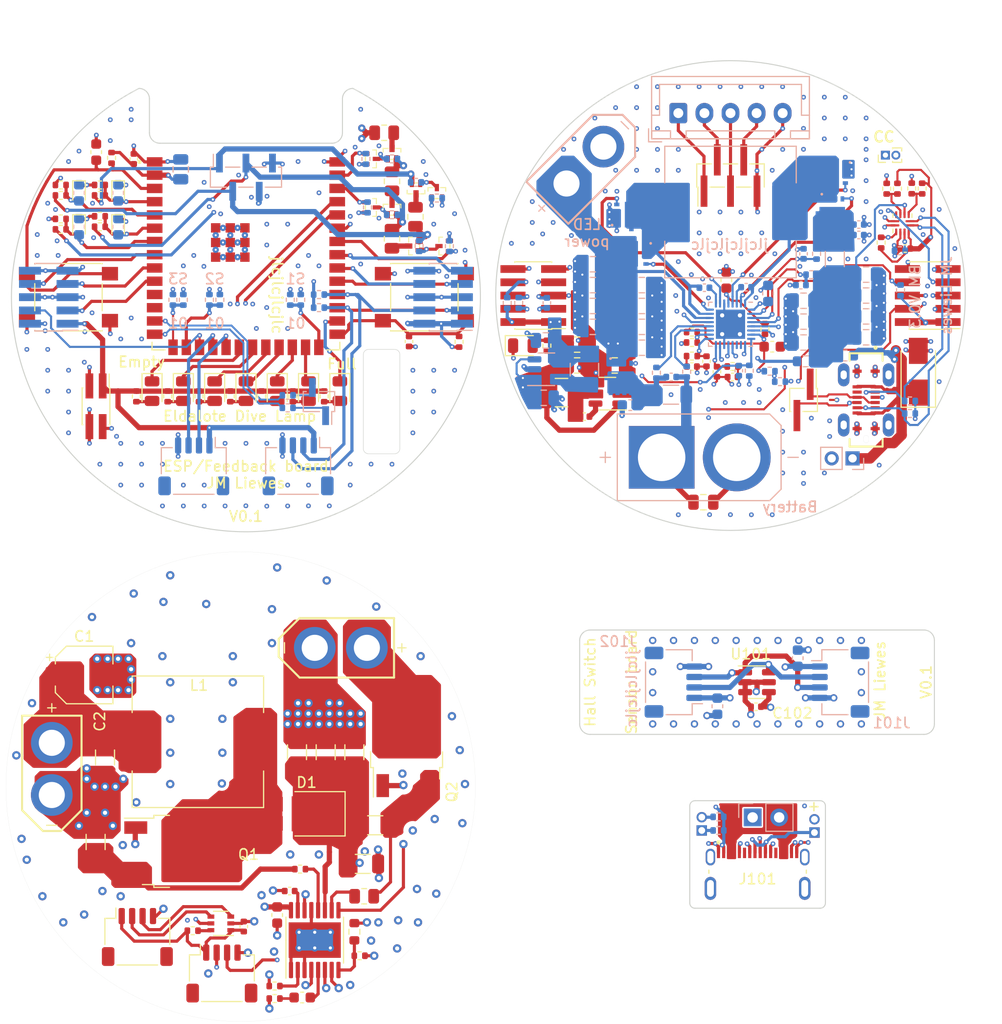
<source format=kicad_pcb>
(kicad_pcb (version 20211014) (generator pcbnew)
  (layers (0 "F.Cu" signal) (1 "In1.Cu" signal) (2 "In2.Cu" signal) (3 "In3.Cu" signal) (4 "In4.Cu" signal) (31 "B.Cu" signal) (34 "B.Paste" user) (35 "F.Paste" user) (36 "B.SilkS" user "B.Silkscreen") (37 "F.SilkS" user "F.Silkscreen") (38 "B.Mask" user) (39 "F.Mask" user) (44 "Edge.Cuts" user))
  (net 0 "")
  (footprint "Capacitor_SMD:C_0402_1005Metric" (layer "F.Cu") (at 179.45 88.15 -90)
    (fp_text reference "C327")
    (fp_text value "33p")
  )
  (footprint "Inductor_SMD:L_1210_3225Metric" (layer "F.Cu") (at 164.55 90.15 180)
    (fp_text reference "L401")
    (fp_text value "4u7")
  )
  (footprint "Capacitor_SMD:C_0402_1005Metric" (layer "F.Cu") (at 134.1 141.3 90)
    (fp_text reference "C10")
    (fp_text value "100n")
  )
  (footprint "Diode_SMD:D_SOD-523" (layer "F.Cu") (at 122.057029 74.258471 -90)
    (fp_text reference "D402")
    (fp_text value "3v3")
  )
  (footprint "Eldalote-footprints:SOT-723(GSD)" (layer "F.Cu") (at 148.307029 67.258471)
    (fp_text reference "Q408")
    (fp_text value "PMOS_Gatenames")
  )
  (footprint "Resistor_SMD:R_0402_1005Metric" (layer "F.Cu") (at 196.75 70.61 90)
    (fp_text reference "R501")
    (fp_text value "10k")
  )
  (footprint "Resistor_SMD:R_0402_1005Metric" (layer "F.Cu") (at 116.557029 70.258471 180)
    (fp_text reference "R418")
    (fp_text value "10k")
  )
  (footprint "Connector_PinHeader_1.27mm:PinHeader_2x05_P1.27mm_Vertical_SMD" (layer "F.Cu") (at 199.65 80.85 180)
    (fp_text reference "J203")
    (fp_text value "Conn_02x05")
  )
  (footprint "Resistor_SMD:R_0603_1608Metric" (layer "F.Cu") (at 144.7 141.8 90)
    (fp_text reference "R5")
    (fp_text value "5M1")
  )
  (footprint "Capacitor_SMD:C_0402_1005Metric" (layer "F.Cu") (at 149.937029 85.248471 90)
    (fp_text reference "C304")
    (fp_text value "100n")
  )
  (footprint "Eldalote-footprints:SRP-1265C" (layer "F.Cu") (at 129.7 123.6)
    (fp_text reference "L1")
    (fp_text value "6u8")
  )
  (footprint "Capacitor_SMD:C_1206_3216Metric" (layer "F.Cu") (at 144.7 124.6 90)
    (fp_text reference "C6")
    (fp_text value "4u7")
  )
  (footprint "MountingHole:MountingHole_2.2mm_M2" (layer "F.Cu") (at 152.8 134.4)
    (fp_text reference "REF**")
    (fp_text value "MountingHole_2.2mm_M2")
  )
  (footprint "Resistor_SMD:R_0402_1005Metric" (layer "F.Cu") (at 126.807029 90.508471 -90)
    (fp_text reference "R309")
    (fp_text value "240R")
  )
  (footprint "Resistor_SMD:R_0805_2012Metric" (layer "F.Cu") (at 148.307029 75.408471 90)
    (fp_text reference "R406")
    (fp_text value "100R")
  )
  (footprint "LED_SMD:LED_0805_2012Metric" (layer "F.Cu") (at 137.307029 90.008471 -90)
    (fp_text reference "D305")
    (fp_text value "GREEN LED")
  )
  (footprint "Resistor_SMD:R_0402_1005Metric" (layer "F.Cu") (at 154.737029 85.278471 90)
    (fp_text reference "R302")
    (fp_text value "100k")
  )
  (footprint "Resistor_SMD:R_0402_1005Metric" (layer "F.Cu") (at 116.557029 73.508471 180)
    (fp_text reference "R414")
    (fp_text value "19k1")
  )
  (footprint "Resistor_SMD:R_0402_1005Metric" (layer "F.Cu") (at 177.05 84.35 180)
    (fp_text reference "R309")
    (fp_text value "100k")
  )
  (footprint "Imported:XCVR_ESP32-S3-WROOM-1" (layer "F.Cu") (at 134.307029 73.308471)
    (fp_text reference "U301")
    (fp_text value "ESP32-S3-WROOM-1")
  )
  (footprint "Button_Switch_SMD:SW_Push_1P1T_NO_6x6mm_H9.5mm" (layer "F.Cu") (at 117.297029 81.008471 180)
    (fp_text reference "SW301")
    (fp_text value "SW_Push")
  )
  (footprint "Eldalote-footprints:XT30" (layer "F.Cu") (at 115.7 126.2 90)
    (fp_text reference "J1")
    (fp_text value "XT30")
  )
  (footprint "Connector_JST:JST_SH_SM04B-SRSS-TB_1x04-1MP_P1.00mm_Horizontal" (layer "F.Cu") (at 132 145.8)
    (fp_text reference "J4")
    (fp_text value "JST_SM04B")
  )
  (footprint "Package_TO_SOT_SMD:TO-252-2" (layer "F.Cu") (at 149.7 123.6 90)
    (fp_text reference "Q2")
    (fp_text value "SUD50P10-43L-GE3")
  )
  (footprint "Diode_SMD:D_PowerDI-5" (layer "F.Cu") (at 140 130.5 180)
    (fp_text reference "D1")
    (fp_text value "D_Schottky")
  )
  (footprint "LED_SMD:LED_0805_2012Metric" (layer "F.Cu") (at 125.307029 90.008471 -90)
    (fp_text reference "D301")
    (fp_text value "RED LED")
  )
  (footprint "Resistor_SMD:R_0402_1005Metric" (layer "F.Cu") (at 137.05 148.2)
    (fp_text reference "R8")
    (fp_text value "910R")
  )
  (footprint "NetTie:NetTie-2_SMD_Pad0.5mm" (layer "F.Cu") (at 142.3 134.65 90)
    (fp_text reference "NT1")
    (fp_text value "NetTie_2")
  )
  (footprint "Button_Switch_SMD:SW_Push_1P1T_NO_6x6mm_H9.5mm" (layer "F.Cu") (at 151.407029 81.008471)
    (fp_text reference "SW302")
    (fp_text value "SW_Push")
  )
  (footprint "Resistor_SMD:R_0402_1005Metric" (layer "F.Cu") (at 195.19 75.78 -90)
    (fp_text reference "R506")
    (fp_text value "10k")
  )
  (footprint "Diode_SMD:D_SMA" (layer "F.Cu") (at 198.75 88.15 90)
    (fp_text reference "D201")
    (fp_text value "20v tvs")
  )
  (footprint "Package_SO:HTSSOP-16-1EP_4.4x5mm_P0.65mm_EP3.4x5mm_Mask2.46x2.31mm_ThermalVias" (layer "F.Cu") (at 140.9 142.6 90)
    (fp_text reference "U1")
    (fp_text value "MAX16833")
  )
  (footprint "Capacitor_SMD:C_0603_1608Metric" (layer "F.Cu") (at 119.957029 67.108471 90)
    (fp_text reference "C303")
    (fp_text value "1u")
  )
  (footprint "Connector_PinHeader_1.27mm:PinHeader_1x05_P1.27mm_Vertical_SMD_Pin1Left" (layer "F.Cu") (at 180.75 69.35 90)
    (fp_text reference "J207")
    (fp_text value "Conn_01x05_Male")
  )
  (footprint "Imported:MOLEX_2130830005" (layer "F.Cu") (at 183.346447 134.246447)
    (fp_text reference "J101")
    (fp_text value "USB-C-2.0")
  )
  (footprint "Eldalote-footprints:SOT-723(GSD)" (layer "F.Cu") (at 148.307029 72.608471)
    (fp_text reference "Q406")
    (fp_text value "PMOS_Gatenames")
  )
  (footprint "Resistor_SMD:R_0402_1005Metric" (layer "F.Cu") (at 129.2 141.7 180)
    (fp_text reference "R2")
    (fp_text value "100k")
  )
  (footprint "Resistor_SMD:R_1206_3216Metric" (layer "F.Cu") (at 119.9 133.2 -90)
    (fp_text reference "R9")
    (fp_text value "51m")
  )
  (footprint "Connector_PinHeader_1.27mm:PinHeader_1x02_P1.27mm_Vertical" (layer "F.Cu") (at 177.996447 132.096447 180)
    (fp_text reference "J104")
    (fp_text value "CC connector")
  )
  (footprint "Package_TO_SOT_SMD:SOT-23-6" (layer "F.Cu") (at 183.292893 117.892893)
    (fp_text reference "U101")
    (fp_text value "TLE493D")
  )
  (footprint "Eldalote-footprints:USB-C cutout" (layer "F.Cu") (at 147.307029 91.008471 90)
    (fp_text reference "REF**")
    (fp_text value "USB-C cutout")
    (fp_poly (pts (arc (start -4.5 1.75) (mid -4.853553 1.603553) (end -5 1.25)) (arc (start -5 -1.25) (mid -4.853553 -1.603553) (end -4.5 -1.75)) (arc (start 4.5 -1.75) (mid 4.853553 -1.603553) (end 5 -1.25)) (arc (start 5 1.25) (mid 4.853553 1.603553) (end 4.5 1.75))) (layer "Edge.Cuts") (width 0.05) (fill none))
  )
  (footprint "LED_SMD:LED_0805_2012Metric" (layer "F.Cu") (at 140.307029 90.008471 -90)
    (fp_text reference "D306")
    (fp_text value "GREEN LED")
  )
  (footprint "Capacitor_SMD:C_0402_1005Metric" (layer "F.Cu") (at 197.5 76.35 180)
    (fp_text reference "C501")
    (fp_text value "100n")
  )
  (footprint "Resistor_SMD:R_0402_1005Metric" (layer "F.Cu") (at 180.95 87.65 180)
    (fp_text reference "R314")
    (fp_text value "40K2")
  )
  (footprint "Eldalote-footprints:SC-89(GSD)" (layer "F.Cu") (at 146.307029 67.758471 -90)
    (fp_text reference "Q407")
    (fp_text value "NFET_Gatenames")
  )
  (footprint "MountingHole:MountingHole_2.2mm_M2" (layer "F.Cu") (at 169.292893 118.192893)
    (fp_text reference "REF**")
    (fp_text value "MountingHole_2.2mm_M2")
  )
  (footprint "Resistor_SMD:R_0402_1005Metric" (layer "F.Cu") (at 120.307029 73.258471 180)
    (fp_text reference "R416")
    (fp_text value "19k1")
  )
  (footprint "Eldalote-footprints:SC-89(GSD)" (layer "F.Cu") (at 152.607029 71.008471)
    (fp_text reference "Q401")
    (fp_text value "NFET_Gatenames")
  )
  (footprint "Resistor_SMD:R_0402_1005Metric" (layer "F.Cu") (at 116.557029 71.258471)
    (fp_text reference "R417")
    (fp_text value "40k2")
  )
  (footprint "Resistor_SMD:R_0402_1005Metric" (layer "F.Cu") (at 184.05 84.05 -90)
    (fp_text reference "R308")
    (fp_text value "10R")
  )
  (footprint "Capacitor_SMD:C_0402_1005Metric" (layer "F.Cu") (at 177.05 87.65)
    (fp_text reference "C330")
    (fp_text value "680p")
  )
  (footprint "Resistor_SMD:R_0805_2012Metric" (layer "F.Cu") (at 147.557029 65.258471 180)
    (fp_text reference "R412")
    (fp_text value "100R")
  )
  (footprint "Capacitor_SMD:C_0603_1608Metric" (layer "F.Cu") (at 184.75 85.75)
    (fp_text reference "C326")
    (fp_text value "1u")
  )
  (footprint "Connector_PinHeader_1.27mm:PinHeader_2x02_P1.27mm_Vertical_SMD" (layer "F.Cu") (at 119.937029 91.458471 -90)
    (fp_text reference "J205")
    (fp_text value "DNP")
  )
  (footprint "Diode_SMD:D_SOD-523" (layer "F.Cu") (at 122.057029 71.008471 -90)
    (fp_text reference "D404")
    (fp_text value "3v3")
  )
  (footprint "LED_SMD:LED_0805_2012Metric" (layer "F.Cu") (at 134.307029 90.008471 -90)
    (fp_text reference "D304")
    (fp_text value "GREEN LED")
  )
  (footprint "Capacitor_SMD:C_1206_3216Metric" (layer "F.Cu") (at 145.5 135.3)
    (fp_text reference "C9")
    (fp_text value "4u7")
  )
  (footprint "Diode_SMD:D_SOD-523" (layer "F.Cu") (at 118.307029 74.258471 -90)
    (fp_text reference "D401")
    (fp_text value "3v3")
  )
  (footprint "Package_TO_SOT_SMD:SOT-363_SC-70-6" (layer "F.Cu") (at 131.9 141 180)
    (fp_text reference "UR1")
    (fp_text value "MCP4018T-104E")
  )
  (footprint "Resistor_SMD:R_0402_1005Metric" (layer "F.Cu") (at 141.807029 90.508471 -90)
    (fp_text reference "R314")
    (fp_text value "240R")
  )
  (footprint "Resistor_SMD:R_0402_1005Metric" (layer "F.Cu") (at 139.5 135.8 180)
    (fp_text reference "R4")
    (fp_text value "4k7")
  )
  (footprint "Capacitor_SMD:C_0402_1005Metric" (layer "F.Cu") (at 183.192893 120.242893 180)
    (fp_text reference "C102")
    (fp_text value "100n")
  )
  (footprint "Capacitor_SMD:C_0805_2012Metric" (layer "F.Cu") (at 166.05 87.55)
    (fp_text reference "C404")
    (fp_text value "22u")
  )
  (footprint "Resistor_SMD:R_0402_1005Metric" (layer "F.Cu") (at 123.807029 90.508471 -90)
    (fp_text reference "R308")
    (fp_text value "240R")
  )
  (footprint "Capacitor_SMD:C_0402_1005Metric" (layer "F.Cu") (at 123.557029 67.758471 90)
    (fp_text reference "C302")
    (fp_text value "100n")
  )
  (footprint "Connector_PinHeader_1.27mm:PinHeader_1x02_P1.27mm_Vertical_SMD_Pin1Left" (layer "F.Cu") (at 187.75 90.85 -90)
    (fp_text reference "J206")
    (fp_text value "Conn_01x02_Male")
  )
  (footprint "Capacitor_SMD:C_0805_2012Metric" (layer "F.Cu") (at 178.15 100.65)
    (fp_text reference "C324")
    (fp_text value "10u")
  )
  (footprint "Resistor_SMD:R_1206_3216Metric" (layer "F.Cu") (at 146.7 131.6 180)
    (fp_text reference "R6")
    (fp_text value "330m")
  )
  (footprint "Capacitor_SMD:C_0805_2012Metric" (layer "F.Cu") (at 166.05 85.55)
    (fp_text reference "C405")
    (fp_text value "22u")
  )
  (footprint "Resistor_SMD:R_0805_2012Metric" (layer "F.Cu") (at 148.307029 69.908471 90)
    (fp_text reference "R409")
    (fp_text value "100R")
  )
  (footprint "Resistor_SMD:R_0402_1005Metric" (layer "F.Cu") (at 177.05 86.65)
    (fp_text reference "R315")
    (fp_text value "10k")
  )
  (footprint "Eldalote-footprints:SC-89(GSD)" (layer "F.Cu") (at 146.307029 72.408471 -90)
    (fp_text reference "Q405")
    (fp_text value "NFET_Gatenames")
  )
  (footprint "Capacitor_SMD:CP_Elec_5x5.3" (layer "F.Cu") (at 118.8 117.2)
    (fp_text reference "C1")
    (fp_text value "22u")
  )
  (footprint "Capacitor_SMD:C_0603_1608Metric" (layer "F.Cu") (at 137.3 140.2 -90)
    (fp_text reference "C3")
    (fp_text value "100n")
  )
  (footprint "Package_TO_SOT_SMD:TO-252-2" (layer "F.Cu") (at 127.95 134.1)
    (fp_text reference "Q1")
    (fp_text value "Q_NMOS_GDS")
  )
  (footprint "LED_SMD:LED_0805_2012Metric" (layer "F.Cu") (at 131.307029 90.008471 -90)
    (fp_text reference "D303")
    (fp_text value "GREEN LED")
  )
  (footprint "Resistor_SMD:R_0402_1005Metric" (layer "F.Cu") (at 199.12 70.6 90)
    (fp_text reference "R503")
    (fp_text value "10k")
  )
  (footprint "MountingHole:MountingHole_2.2mm_M2" (layer "F.Cu") (at 197.292893 117.892893)
    (fp_text reference "REF**")
    (fp_text value "MountingHole_2.2mm_M2")
  )
  (footprint "Resistor_SMD:R_0402_1005Metric" (layer "F.Cu") (at 129.807029 90.508471 -90)
    (fp_text reference "R310")
    (fp_text value "240R")
  )
  (footprint "Resistor_SMD:R_0402_1005Metric" (layer "F.Cu") (at 177.05 85.35)
    (fp_text reference "R311")
    (fp_text value "300k")
  )
  (footprint "Capacitor_SMD:C_0805_2012Metric" (layer "F.Cu") (at 169.65 87.55 180)
    (fp_text reference "C402")
    (fp_text value "10u")
  )
  (footprint "Resistor_SMD:R_0402_1005Metric" (layer "F.Cu") (at 132.807029 90.508471 -90)
    (fp_text reference "R311")
    (fp_text value "240R")
  )
  (footprint "Diode_SMD:D_SOD-523" (layer "F.Cu") (at 118.307029 71.008471 -90)
    (fp_text reference "D403")
    (fp_text value "3v3")
  )
  (footprint "Imported:IC_ESD122DMXR" (layer "F.Cu") (at 190.15 90.85 180)
    (fp_text reference "D202")
    (fp_text value "TVS_Dual_USB")
  )
  (footprint "Package_DFN_QFN:Texas_X2QFN-12_1.6x1.6mm_P0.4mm" (layer "F.Cu") (at 197.23 73.93 180)
    (fp_text reference "U501")
    (fp_text value "PTN5150")
  )
  (footprint "Resistor_SMD:R_0402_1005Metric" (layer "F.Cu") (at 120.307029 71.258471)
    (fp_text reference "R419")
    (fp_text value "10k")
  )
  (footprint "Resistor_SMD:R_0402_1005Metric" (layer "F.Cu") (at 120.307029 70.258471 180)
    (fp_text reference "R420")
    (fp_text value "10k")
  )
  (footprint "Capacitor_SMD:C_1206_3216Metric" (layer "F.Cu") (at 141.95 124.6 90)
    (fp_text reference "C7")
    (fp_text value "4u7")
  )
  (footprint "Eldalote-footprints:SC-89(GSD)" (layer "F.Cu") (at 153.307029 76.108471 90)
    (fp_text reference "Q403")
    (fp_text value "NFET_Gatenames")
  )
  (footprint "Connector_PinHeader_1.27mm:PinHeader_2x05_P1.27mm_Vertical_SMD" (layer "F.Cu") (at 161.85 80.85 180)
    (fp_text reference "J205")
    (fp_text value "Conn_02x05")
  )
  (footprint "Resistor_SMD:R_0805_2012Metric" (layer "F.Cu") (at 145.6375 138.4)
    (fp_text reference "R7")
    (fp_text value "100R")
  )
  (footprint "MountingHole:MountingHole_2.2mm_M2" (layer "F.Cu") (at 133.8 107.9)
    (fp_text reference "REF**")
    (fp_text value "MountingHole_2.2mm_M2")
  )
  (footprint "Resistor_SMD:R_0402_1005Metric" (layer "F.Cu") (at 195.72 70.61 -90)
    (fp_text reference "R502")
    (fp_text value "DNP")
  )
  (footprint "LED_SMD:LED_0805_2012Metric" (layer "F.Cu") (at 143.307029 90.008471 -90)
    (fp_text reference "D307")
    (fp_text value "GREEN LED")
  )
  (footprint "Connector_PinHeader_1.00mm:PinHeader_1x02_P1.00mm_Vertical" (layer "F.Cu") (at 195.6 67.4 90)
    (fp_text reference "J210")
    (fp_text value "Optional off board USB CC connection")
  )
  (footprint "Eldalote-footprints:XT30_Female" (layer "F.Cu") (at 143.4 114.6)
    (fp_text reference "J2")
    (fp_text value "XT30")
  )
  (footprint "LED_SMD:LED_0805_2012Metric" (layer "F.Cu") (at 128.307029 90.008471 -90)
    (fp_text reference "D302")
    (fp_text value "ORANGE LED")
  )
  (footprint "Resistor_SMD:R_0402_1005Metric" (layer "F.Cu") (at 163.15 85.65 90)
    (fp_text reference "R401")
    (fp_text value "649R")
  )
  (footprint "Resistor_SMD:R_0402_1005Metric" (layer "F.Cu") (at 121.427029 67.658471 -90)
    (fp_text reference "R301")
    (fp_text value "10k")
  )
  (footprint "LED_SMD:LED_0805_2012Metric" (layer "F.Cu") (at 160.85 85.65)
    (fp_text reference "D401")
    (fp_text value "GREEN LED")
  )
  (footprint "Capacitor_SMD:C_0402_1005Metric" (layer "F.Cu") (at 166.75 92.45)
    (fp_text reference "C403")
    (fp_text value "100n")
  )
  (footprint "Capacitor_SMD:C_0402_1005Metric" (layer "F.Cu") (at 180.95 88.65 180)
    (fp_text reference "C328")
    (fp_text value "1800p")
  )
  (footprint "Capacitor_SMD:C_0603_1608Metric" (layer "F.Cu") (at 180.35 79.375 90)
    (fp_text reference "C331")
    (fp_text value "2u2")
  )
  (footprint "Capacitor_SMD:C_1206_3216Metric" (layer "F.Cu") (at 139.2 124.6 90)
    (fp_text reference "C8")
    (fp_text value "4u7")
  )
  (footprint "Resistor_SMD:R_0805_2012Metric" (layer "F.Cu") (at 150.557029 73.308471 -90)
    (fp_text reference "R403")
    (fp_text value "100R")
  )
  (footprint "Resistor_SMD:R_0402_1005Metric" (layer "F.Cu") (at 137.05 147)
    (fp_text reference "R1")
    (fp_text value "7k32")
  )
  (footprint "Resistor_SMD:R_0402_1005Metric" (layer "F.Cu") (at 145.2 144.1 180)
    (fp_text reference "R10")
    (fp_text value "100k")
  )
  (footprint "Capacitor_SMD:C_0402_1005Metric" (layer "F.Cu") (at 178.45 87.15 -90)
    (fp_text reference "C329")
    (fp_text value "15p")
  )
  (footprint "Resistor_SMD:R_0402_1005Metric" (layer "F.Cu") (at 120.307029 74.258471)
    (fp_text reference "R415")
    (fp_text value "40k2")
  )
  (footprint "Connector_JST:JST_SH_SM04B-SRSS-TB_1x04-1MP_P1.00mm_Horizontal" (layer "F.Cu") (at 123.9 142.3)
    (fp_text reference "J3")
    (fp_text value "JST_SM04B")
  )
  (footprint "Imported:GCT_USB4120-03-C_REVA" (layer "F.Cu") (at 193.75 90.85 -90)
    (fp_text reference "J201")
    (fp_text value "USB-C-2.0")
    (fp_line (start 3.85 0.26) (end 3.65 0.26) (layer "Edge.Cuts") (width 0.01))
    (fp_line (start 3.65 -0.26) (end 3.85 -0.26) (layer "Edge.Cuts") (width 0.01))
    (fp_arc (start 4.11 0) (mid 4.033848 0.183848) (end 3.85 0.26) (layer "Edge.Cuts") (width 0.01))
    (fp_arc (start 3.65 0.26) (mid 3.466152 0.183848) (end 3.39 0) (layer "Edge.Cuts") (width 0.01))
    (fp_arc (start 3.85 -0.26) (mid 4.033848 -0.183848) (end 4.11 0) (layer "Edge.Cuts") (width 0.01))
    (fp_arc (start 3.39 0) (mid 3.466152 -0.183848) (end 3.65 -0.26) (layer "Edge.Cuts") (width 0.01))
  )
  (footprint "Capacitor_SMD:C_1206_3216Metric" (layer "F.Cu") (at 120.8 125.1 -90)
    (fp_text reference "C2")
    (fp_text value "10u ")
  )
  (footprint "Resistor_SMD:R_0402_1005Metric" (layer "F.Cu") (at 198.12 70.59 -90)
    (fp_text reference "R504")
    (fp_text value "DNP")
  )
  (footprint "Capacitor_SMD:C_0402_1005Metric" (layer "F.Cu") (at 138.5 137.9)
    (fp_text reference "C4")
    (fp_text value "1u")
  )
  (footprint "Resistor_SMD:R_0402_1005Metric" (layer "F.Cu") (at 116.557029 74.508471)
    (fp_text reference "R413")
    (fp_text value "10k")
  )
  (footprint "Eldalote-footprints:SOT-723(GSD)" (layer "F.Cu") (at 150.407029 76.108471 90)
    (fp_text reference "Q404")
    (fp_text value "PMOS_Gatenames")
  )
  (footprint "Resistor_SMD:R_0402_1005Metric" (layer "F.Cu") (at 135.807029 90.508471 -90)
    (fp_text reference "R312")
    (fp_text value "240R")
  )
  (footprint "Eldalote-footprints:SOT-723(GSD)" (layer "F.Cu") (at 150.607029 70.608471 180)
    (fp_text reference "Q402")
    (fp_text value "PMOS_Gatenames")
  )
  (footprint "Package_TO_SOT_SMD:TSOT-23-6" (layer "F.Cu") (at 168.95 90.25 180)
    (fp_text reference "U401")
    (fp_text value "AP63205WU")
  )
  (footprint "Capacitor_SMD:C_0603_1608Metric" (layer "F.Cu") (at 139.7 148.1 180)
    (fp_text reference "C5")
    (fp_text value "220n")
  )
  (footprint "Resistor_SMD:R_0402_1005Metric" (layer "F.Cu") (at 138.807029 90.508471 -90)
    (fp_text reference "R313")
    (fp_text value "240R")
  )
  (footprint "Resistor_SMD:R_0402_1005Metric" (layer "B.Cu") (at 138.307029 90.408471)
    (fp_text reference "R304")
    (fp_text value "JMP")
  )
  (footprint "Capacitor_SMD:C_0805_2012Metric" (layer "B.Cu") (at 128.057029 68.758471 90)
    (fp_text reference "C301")
    (fp_text value "10u")
  )
  (footprint "Capacitor_SMD:C_0603_1608Metric" (layer "B.Cu") (at 122.057029 71.008471 90)
    (fp_text reference "C404")
    (fp_text value "1u")
  )
  (footprint "Capacitor_SMD:C_0805_2012Metric" (layer "B.Cu") (at 172.25 83.85 180)
    (fp_text reference "C320")
    (fp_text value "10u")
  )
  (footprint "Connector_JST:JST_SH_SM04B-SRSS-TB_1x04-1MP_P1.00mm_Horizontal" (layer "B.Cu") (at 139.307029 97.208471 180)
    (fp_text reference "J207")
    (fp_text value "JST_SM04B")
  )
  (footprint "Resistor_SMD:R_0402_1005Metric" (layer "B.Cu") (at 176.55 88.15 -90)
    (fp_text reference "R306")
    (fp_text value "10R")
  )
  (footprint "Capacitor_SMD:C_0805_2012Metric" (layer "B.Cu") (at 193.75 84.85)
    (fp_text reference "C304")
    (fp_text value "10u")
  )
  (footprint "Capacitor_SMD:C_0805_2012Metric" (layer "B.Cu") (at 172.25 81.85 180)
    (fp_text reference "C319")
    (fp_text value "10u")
  )
  (footprint "Capacitor_SMD:C_0402_1005Metric" (layer "B.Cu") (at 187.75 76.85 90)
    (fp_text reference "C309")
    (fp_text value "33n")
  )
  (footprint "Resistor_SMD:R_0402_1005Metric" (layer "B.Cu") (at 138.307029 91.608471)
    (fp_text reference "R303")
    (fp_text value "JMP")
  )
  (footprint "Connector_PinSocket_1.27mm:PinSocket_2x05_P1.27mm_Vertical_SMD" (layer "B.Cu") (at 115.407029 81.008471)
    (fp_text reference "J203")
    (fp_text value "Conn_02x05")
  )
  (footprint "Eldalote-footprints:DFN3x3A_8L_EP1_P" (layer "B.Cu") (at 171.25 76.85 -90)
    (fp_text reference "Q304")
    (fp_text value "NFET_Gatenames")
  )
  (footprint "Resistor_SMD:R_0402_1005Metric" (layer "B.Cu") (at 182.55 88.05 90)
    (fp_text reference "R318")
    (fp_text value "137k")
  )
  (footprint "Capacitor_SMD:C_0603_1608Metric" (layer "B.Cu") (at 179.492893 120.192893 -90)
    (fp_text reference "C101")
    (fp_text value "1u")
  )
  (footprint "Connector_PinHeader_1.27mm:PinHeader_1x02_P1.27mm_Vertical" (layer "B.Cu") (at 188.796447 132.296447)
    (fp_text reference "J103")
    (fp_text value "Data connector")
  )
  (footprint "Connector_JST:JST_XH_B5B-XH-A_1x05_P2.50mm_Vertical" (layer "B.Cu") (at 175.75 63.375)
    (fp_text reference "J208")
    (fp_text value "JST_B5B_XH")
  )
  (footprint "Resistor_SMD:R_0402_1005Metric" (layer "B.Cu") (at 141.307029 82.008471)
    (fp_text reference "R318")
    (fp_text value "5k1")
  )
  (footprint "Capacitor_SMD:C_0805_2012Metric" (layer "B.Cu") (at 167.55 79.85)
    (fp_text reference "C317")
    (fp_text value "10u")
  )
  (footprint "Capacitor_SMD:C_0805_2012Metric" (layer "B.Cu") (at 163.05 85.15 180)
    (fp_text reference "C407")
    (fp_text value "22u")
  )
  (footprint "Capacitor_SMD:C_0805_2012Metric" (layer "B.Cu") (at 172.25 79.85 180)
    (fp_text reference "C318")
    (fp_text value "10u")
  )
  (footprint "Resistor_SMD:R_0402_1005Metric" (layer "B.Cu") (at 159.35 81.55 -90)
    (fp_text reference "R317")
    (fp_text value "10k")
  )
  (footprint "Capacitor_SMD:C_0402_1005Metric" (layer "B.Cu") (at 181.55 88.05 -90)
    (fp_text reference "C332")
    (fp_text value "100p")
  )
  (footprint "Fuse:Fuse_0603_1608Metric" (layer "B.Cu") (at 191.75 86.6 180)
    (fp_text reference "F201")
    (fp_text value "Fuse 32V 5A")
  )
  (footprint "Capacitor_SMD:C_0805_2012Metric" (layer "B.Cu") (at 187.75 81.35 180)
    (fp_text reference "C307")
    (fp_text value "10u")
  )
  (footprint "Resistor_SMD:R_0402_1005Metric" (layer "B.Cu") (at 127.307029 81.258471 -90)
    (fp_text reference "R317")
    (fp_text value "DNP")
  )
  (footprint "Resistor_SMD:R_0402_1005Metric" (layer "B.Cu") (at 173.65 88.25 -90)
    (fp_text reference "R305")
    (fp_text value "10R")
  )
  (footprint "Capacitor_SMD:C_0805_2012Metric" (layer "B.Cu") (at 167.55 77.85)
    (fp_text reference "C314")
    (fp_text value "10u")
  )
  (footprint "Resistor_SMD:R_0402_1005Metric" (layer "B.Cu") (at 197.95 90.95)
    (fp_text reference "R202")
    (fp_text value "5k1")
  )
  (footprint "Resistor_SMD:R_0402_1005Metric" (layer "B.Cu") (at 185.5 89.1 180)
    (fp_text reference "R312")
    (fp_text value "100k")
  )
  (footprint "Resistor_SMD:R_0603_1608Metric" (layer "B.Cu") (at 187.95 87.15 180)
    (fp_text reference "R307")
    (fp_text value "1R")
  )
  (footprint "Resistor_SMD:R_0402_1005Metric" (layer "B.Cu") (at 153.807029 76.118471 90)
    (fp_text reference "R404")
    (fp_text value "10k")
  )
  (footprint "Capacitor_SMD:C_0805_2012Metric" (layer "B.Cu") (at 162.85 90.65)
    (fp_text reference "C406")
    (fp_text value "10u")
  )
  (footprint "Eldalote-footprints:DFN3x3A_8L_EP1_P" (layer "B.Cu") (at 171.25 73.1 90)
    (fp_text reference "Q303")
    (fp_text value "NFET_Gatenames")
  )
  (footprint "Capacitor_SMD:C_0805_2012Metric" (layer "B.Cu") (at 187.75 83.35 180)
    (fp_text reference "C306")
    (fp_text value "10u")
  )
  (footprint "Resistor_SMD:R_0402_1005Metric" (layer "B.Cu") (at 197.05 80.35 -90)
    (fp_text reference "R316")
    (fp_text value "10k")
  )
  (footprint "Connector_JST:JST_SH_SM04B-SRSS-TB_1x04-1MP_P1.00mm_Horizontal" (layer "B.Cu") (at 191.292893 117.892893 -90)
    (fp_text reference "J101")
    (fp_text value "JST_SM04B")
  )
  (footprint "Eldalote-footprints:DFN3x3A_8L_EP1_P" (layer "B.Cu") (at 190.36 69.1 -90)
    (fp_text reference "Q302")
    (fp_text value "NFET_Gatenames")
  )
  (footprint "Eldalote-footprints:XT30" (layer "B.Cu") (at 166.8 68.35 -135)
    (fp_text reference "J202")
    (fp_text value "XT30")
  )
  (footprint "Capacitor_SMD:C_0603_1608Metric" (layer "B.Cu") (at 118.307029 74.258471 90)
    (fp_text reference "C401")
    (fp_text value "1u")
  )
  (footprint "Resistor_SMD:R_0402_1005Metric" (layer "B.Cu") (at 179.596447 130.796447)
    (fp_text reference "R102")
    (fp_text value "5k1")
  )
  (footprint "Capacitor_SMD:C_0402_1005Metric" (layer "B.Cu") (at 163.15 81.55 90)
    (fp_text reference "C333")
    (fp_text value "100p")
  )
  (footprint "Resistor_SMD:R_0402_1005Metric" (layer "B.Cu") (at 150.907029 76.108471 -90)
    (fp_text reference "R405")
    (fp_text value "10k")
  )
  (footprint "Resistor_SMD:R_0402_1005Metric" (layer "B.Cu") (at 188.5 78.85)
    (fp_text reference "R302")
    (fp_text value "4R99")
  )
  (footprint "Capacitor_SMD:C_0805_2012Metric" (layer "B.Cu") (at 167.55 81.85)
    (fp_text reference "C316")
    (fp_text value "10u")
  )
  (footprint "Resistor_SMD:R_0402_1005Metric" (layer "B.Cu") (at 141.307029 80.758471)
    (fp_text reference "R319")
    (fp_text value "5k1")
  )
  (footprint "Package_TO_SOT_SMD:SOT-23-5" (layer "B.Cu") (at 163.1 87.9125)
    (fp_text reference "U402")
    (fp_text value "SC189")
  )
  (footprint "Connector_PinHeader_2.54mm:PinHeader_1x02_P2.54mm_Vertical" (layer "B.Cu") (at 182.871447 130.846447 -90)
    (fp_text reference "J102")
    (fp_text value "Power connector")
  )
  (footprint "Resistor_SMD:R_1206_3216Metric" (layer "B.Cu") (at 175.05 90.35)
    (fp_text reference "R304")
    (fp_text value "10m")
  )
  (footprint "Resistor_SMD:R_0402_1005Metric" (layer "B.Cu") (at 152.607029 71.508471)
    (fp_text reference "R401")
    (fp_text value "10k")
  )
  (footprint "Capacitor_SMD:C_0402_1005Metric" (layer "B.Cu") (at 182.25 80.05 180)
    (fp_text reference "C312")
    (fp_text value "47n")
  )
  (footprint "Resistor_SMD:R_0402_1005Metric" (layer "B.Cu") (at 130.807029 81.258471 -90)
    (fp_text reference "R316")
    (fp_text value "DNP")
  )
  (footprint "Connector_PinHeader_2.00mm:PinHeader_1x02_P2.00mm_Vertical" (layer "B.Cu") (at 192.45 96.45 90)
    (fp_text reference "J209")
    (fp_text value "Optional off board USB power connection")
  )
  (footprint "Inductor_SMD:L_1210_3225Metric" (layer "B.Cu") (at 166.75 87.95 90)
    (fp_text reference "L402")
    (fp_text value "1u")
  )
  (footprint "Capacitor_SMD:C_0603_1608Metric" (layer "B.Cu") (at 184.35 80.65 90)
    (fp_text reference "C325")
    (fp_text value "1u")
  )
  (footprint "Resistor_SMD:R_0402_1005Metric" (layer "B.Cu") (at 150.607029 70.008471)
    (fp_text reference "R402")
    (fp_text value "10k")
  )
  (footprint "Resistor_SMD:R_0402_1005Metric" (layer "B.Cu") (at 179.596447 132.096447)
    (fp_text reference "R101")
    (fp_text value "5k1")
  )
  (footprint "Resistor_SMD:R_0402_1005Metric" (layer "B.Cu") (at 139.557029 81.258471 90)
    (fp_text reference "R305")
    (fp_text value "100k")
  )
  (footprint "Capacitor_SMD:C_0603_1608Metric" (layer "B.Cu") (at 118.307029 71.008471 90)
    (fp_text reference "C403")
    (fp_text value "1u")
  )
  (footprint "Resistor_SMD:R_0402_1005Metric" (layer "B.Cu") (at 138.557029 81.258471 -90)
    (fp_text reference "R315")
    (fp_text value "DNP")
  )
  (footprint "Resistor_SMD:R_0402_1005Metric" (layer "B.Cu") (at 197.95 92.15)
    (fp_text reference "R201")
    (fp_text value "5k1")
  )
  (footprint "Capacitor_SMD:C_0603_1608Metric" (layer "B.Cu") (at 122.057029 74.258471 90)
    (fp_text reference "C402")
    (fp_text value "1u")
  )
  (footprint "Resistor_SMD:R_0402_1005Metric" (layer "B.Cu") (at 131.807029 81.258471 90)
    (fp_text reference "R306")
    (fp_text value "100k")
  )
  (footprint "Capacitor_SMD:C_0805_2012Metric" (layer "B.Cu") (at 187.75 85.35 180)
    (fp_text reference "C305")
    (fp_text value "10u")
  )
  (footprint "Connector_JST:JST_SH_SM04B-SRSS-TB_1x04-1MP_P1.00mm_Horizontal" (layer "B.Cu") (at 175.292893 117.892893 90)
    (fp_text reference "J102")
    (fp_text value "JST_SM04B")
  )
  (footprint "Resistor_SMD:R_0402_1005Metric" (layer "B.Cu") (at 196.98 76.56)
    (fp_text reference "R505")
    (fp_text value "10k")
  )
  (footprint "Capacitor_SMD:C_0603_1608Metric" (layer "B.Cu") (at 187.192893 115.592893 90)
    (fp_text reference "C103")
    (fp_text value "1u")
  )
  (footprint "Capacitor_SMD:C_0603_1608Metric" (layer "B.Cu") (at 171.15 91.35 180)
    (fp_text reference "C322")
    (fp_text value "1u")
  )
  (footprint "Resistor_SMD:R_0402_1005Metric" (layer "B.Cu") (at 148.317029 67.758471 180)
    (fp_text reference "R411")
    (fp_text value "10k")
  )
  (footprint "Connector_PinSocket_1.27mm:PinSocket_1x05_P1.27mm_Vertical_SMD_Pin1Left" (layer "B.Cu") (at 134.307029 69.508471 -90)
    (fp_text reference "J206")
    (fp_text value "1x05 female")
  )
  (footprint "Connector_PinSocket_1.27mm:PinSocket_1x02_P1.27mm_Vertical_SMD_Pin1Left" (layer "B.Cu") (at 141.307029 91.008471 90)
    (fp_text reference "J202")
    (fp_text value "Conn_01x02")
  )
  (footprint "Capacitor_SMD:C_0805_2012Metric" (layer "B.Cu") (at 167.55 83.85)
    (fp_text reference "C315")
    (fp_text value "10u")
  )
  (footprint "Capacitor_SMD:C_0402_1005Metric" (layer "B.Cu") (at 178.25 80.1)
    (fp_text reference "C313")
    (fp_text value "47n")
  )
  (footprint "Resistor_SMD:R_1206_3216Metric" (layer "B.Cu") (at 190.75 77.35 90)
    (fp_text reference "R301")
    (fp_text value "10m")
  )
  (footprint "Resistor_SMD:R_0402_1005Metric" (layer "B.Cu") (at 145.957029 72.408471 -90)
    (fp_text reference "R407")
    (fp_text value "10k")
  )
  (footprint "Resistor_SMD:R_0402_1005Metric" (layer "B.Cu") (at 184.5 88.1 180)
    (fp_text reference "R310")
    (fp_text value "174k")
  )
  (footprint "Capacitor_SMD:C_0805_2012Metric" (layer "B.Cu") (at 193.75 82.85)
    (fp_text reference "C303")
    (fp_text value "10u")
  )
  (footprint "Connector_PinSocket_1.27mm:PinSocket_2x05_P1.27mm_Vertical_SMD" (layer "B.Cu") (at 153.207029 81.008471)
    (fp_text reference "J201")
    (fp_text value "Conn_02x05")
  )
  (footprint "Eldalote-footprints:SRP-1265C" (layer "B.Cu") (at 180.75 72.85 180)
    (fp_text reference "L301")
    (fp_text value "2u2")
  )
  (footprint "Connector_JST:JST_SH_SM04B-SRSS-TB_1x04-1MP_P1.00mm_Horizontal" (layer "B.Cu") (at 129.307029 97.208471 180)
    (fp_text reference "J204")
    (fp_text value "JST_SM04B")
  )
  (footprint "Resistor_SMD:R_0402_1005Metric" (layer "B.Cu") (at 148.307029 73.108471 180)
    (fp_text reference "R408")
    (fp_text value "10k")
  )
  (footprint "Eldalote-footprints:XT60" (layer "B.Cu") (at 177.75 96.35 180)
    (fp_text reference "J204")
    (fp_text value "XT60")
  )
  (footprint "Resistor_SMD:R_0402_1005Metric" (layer "B.Cu") (at 128.307029 81.258471 90)
    (fp_text reference "R307")
    (fp_text value "100k")
  )
  (footprint "Capacitor_SMD:C_0402_1005Metric" (layer "B.Cu") (at 193.05 75.05)
    (fp_text reference "C311")
    (fp_text value "1n")
  )
  (footprint "Capacitor_SMD:C_0402_1005Metric" (layer "B.Cu") (at 193.05 74.05)
    (fp_text reference "C310")
    (fp_text value "10n")
  )
  (footprint "Package_DFN_QFN:Texas_S-PWQFN-N32_EP2.8x2.8mm" (layer "B.Cu") (at 180.75 83.6 180)
    (fp_text reference "U301")
    (fp_text value "BQ25713")
  )
  (footprint "Capacitor_SMD:C_0402_1005Metric" (layer "B.Cu") (at 175.07 88.65)
    (fp_text reference "C323")
    (fp_text value "100n")
  )
  (footprint "Capacitor_SMD:C_0805_2012Metric" (layer "B.Cu") (at 172.25 85.85 180)
    (fp_text reference "C321")
    (fp_text value "10u")
  )
  (footprint "Capacitor_SMD:C_0805_2012Metric" (layer "B.Cu") (at 193.75 80.85)
    (fp_text reference "C302")
    (fp_text value "10u")
  )
  (footprint "Resistor_SMD:R_0402_1005Metric" (layer "B.Cu") (at 145.807029 67.758471 -90)
    (fp_text reference "R410")
    (fp_text value "10k")
  )
  (footprint "Resistor_SMD:R_0402_1005Metric" (layer "B.Cu") (at 189 76.85 90)
    (fp_text reference "R303")
    (fp_text value "4R99")
  )
  (footprint "Capacitor_SMD:C_0805_2012Metric" (layer "B.Cu") (at 193.75 78.85)
    (fp_text reference "C301")
    (fp_text value "10u")
  )
  (footprint "Capacitor_SMD:C_0402_1005Metric" (layer "B.Cu") (at 187.5 79.85 180)
    (fp_text reference "C308")
    (fp_text value "33n")
  )
  (footprint "Resistor_SMD:R_0402_1005Metric" (layer "B.Cu") (at 160.45 81.55 -90)
    (fp_text reference "R313")
    (fp_text value "100k")
  )
  (footprint "Eldalote-footprints:DFN3x3A_8L_EP1_P" (layer "B.Cu") (at 170.25 88.74)
    (fp_text reference "Q305")
    (fp_text value "PMOS_Gatenames")
  )
  (footprint "Eldalote-footprints:DFN3x3A_8L_EP1_P" (layer "B.Cu") (at 190.5 72.99)
    (fp_text reference "Q301")
    (fp_text value "NFET_Gatenames")
  )
  (gr_arc (start 143.557029 62.008471) (mid 143.849922 61.301364) (end 144.557029 61.008471) (layer "Edge.Cuts") (width 0.1))
  (gr_line (start 176.846447 139.046447) (end 176.846447 129.746447) (layer "Edge.Cuts") (width 0.1))
  (gr_circle (center 133.8 127.9) (end 156.3 127.9) (layer "Edge.Cuts") (width 0.01) (fill none))
  (gr_line (start 189.846447 139.046447) (end 189.846447 129.746447) (layer "Edge.Cuts") (width 0.1))
  (gr_arc (start 167.292893 122.892893) (mid 166.585786 122.6) (end 166.292893 121.892893) (layer "Edge.Cuts") (width 0.1))
  (gr_circle (center 180.75 80.85) (end 203.25 80.85) (layer "Edge.Cuts") (width 0.1) (fill none))
  (gr_line (start 167.292893 122.892893) (end 199.292893 122.892893) (layer "Edge.Cuts") (width 0.1))
  (gr_line (start 166.292893 113.892893) (end 166.292893 121.892893) (layer "Edge.Cuts") (width 0.1))
  (gr_line (start 189.346447 139.546447) (end 177.346447 139.546447) (layer "Edge.Cuts") (width 0.1))
  (gr_arc (start 199.292893 112.892893) (mid 200 113.185786) (end 200.292893 113.892893) (layer "Edge.Cuts") (width 0.1))
  (gr_arc (start 176.846447 129.746447) (mid 176.992894 129.392894) (end 177.346447 129.246447) (layer "Edge.Cuts") (width 0.1))
  (gr_line (start 126.057029 66.258471) (end 142.557029 66.258471) (layer "Edge.Cuts") (width 0.1))
  (gr_arc (start 124.057029 61.008472) (mid 124.764135 61.301365) (end 125.057028 62.008471) (layer "Edge.Cuts") (width 0.1))
  (gr_arc (start 200.292893 121.892893) (mid 200 122.6) (end 199.292893 122.892893) (layer "Edge.Cuts") (width 0.1))
  (gr_arc (start 189.846447 139.046447) (mid 189.7 139.4) (end 189.346447 139.546447) (layer "Edge.Cuts") (width 0.1))
  (gr_arc (start 144.557029 61.008472) (mid 134.307029 103.482066) (end 124.057029 61.008472) (layer "Edge.Cuts") (width 0.1))
  (gr_arc (start 177.346447 139.546447) (mid 176.992894 139.4) (end 176.846447 139.046447) (layer "Edge.Cuts") (width 0.1))
  (gr_line (start 189.346447 129.246447) (end 177.346447 129.246447) (layer "Edge.Cuts") (width 0.1))
  (gr_line (start 200.292893 121.892893) (end 200.292893 113.892893) (layer "Edge.Cuts") (width 0.1))
  (gr_arc (start 143.557029 65.258471) (mid 143.264136 65.965578) (end 142.557029 66.258471) (layer "Edge.Cuts") (width 0.1))
  (gr_arc (start 126.057029 66.258471) (mid 125.349922 65.965578) (end 125.057029 65.258471) (layer "Edge.Cuts") (width 0.1))
  (gr_arc (start 166.292893 113.892893) (mid 166.585786 113.185786) (end 167.292893 112.892893) (layer "Edge.Cuts") (width 0.1))
  (gr_line (start 125.057028 62.008471) (end 125.057029 65.258471) (layer "Edge.Cuts") (width 0.1))
  (gr_line (start 143.557029 65.258471) (end 143.557029 62.008471) (layer "Edge.Cuts") (width 0.1))
  (gr_line (start 199.292893 112.892893) (end 167.292893 112.892893) (layer "Edge.Cuts") (width 0.1))
  (gr_arc (start 189.346447 129.246447) (mid 189.7 129.392894) (end 189.846447 129.746447) (layer "Edge.Cuts") (width 0.1))
  (gr_text "01" (at 139.057029 83.508471) (layer "B.SilkS") (effects (font (size 1 1) (thickness 0.16)) (justify mirror)))
  (gr_text "01" (at 127.807029 83.508471) (layer "B.SilkS") (effects (font (size 1 1) (thickness 0.16)) (justify mirror)))
  (gr_text "jlcjlcjlcjlc" (at 171.272893 118.532893 90) (layer "B.SilkS") (effects (font (size 1 1)) (justify mirror)))
  (gr_text "S3\n" (at 127.807029 79.258471) (layer "B.SilkS") (effects (font (size 1 1) (thickness 0.16)) (justify mirror)))
  (gr_text "Battery" (at 186.45 101.1) (layer "B.SilkS") (effects (font (size 1 1) (thickness 0.16)) (justify mirror)))
  (gr_text "JM Liewes" (at 201.45 80.85 90) (layer "B.SilkS") (effects (font (size 1 1) (thickness 0.16)) (justify mirror)))
  (gr_text "jlcjlcjlcjlc" (at 180.65 75.95) (layer "B.SilkS") (effects (font (size 1 1) (thickness 0.16)) (justify mirror)))
  (gr_text "01" (at 131.307029 83.508471) (layer "B.SilkS") (effects (font (size 1 1) (thickness 0.16)) (justify mirror)))
  (gr_text "S1" (at 139.057029 79.258471) (layer "B.SilkS") (effects (font (size 1 1) (thickness 0.16)) (justify mirror)))
  (gr_text "LED\npower" (at 167 74.85) (layer "B.SilkS") (effects (font (size 1 1) (thickness 0.16)) (justify mirror)))
  (gr_text "BM V0.3" (at 198.45 80.95 90) (layer "B.SilkS") (effects (font (size 1 1) (thickness 0.16)) (justify mirror)))
  (gr_text "S2" (at 131.307029 79.258471) (layer "B.SilkS") (effects (font (size 1 1) (thickness 0.16)) (justify mirror)))
  (gr_text "Eldalote Dive Lamp" (at 133.707029 92.408471) (layer "F.SilkS") (effects (font (size 1 1) (thickness 0.16))))
  (gr_text "ESP/Feedback board\nJM Liewes" (at 134.307029 98.008471) (layer "F.SilkS") (effects (font (size 1 1) (thickness 0.16))))
  (gr_text "Hall Switch" (at 167.292893 117.882893 90) (layer "F.SilkS") (effects (font (size 1 1))))
  (gr_text "V0.1" (at 199.502893 117.872893 90) (layer "F.SilkS") (effects (font (size 1 1) (thickness 0.16))))
  (gr_text "JM Liewes" (at 195.072893 117.722893 90) (layer "F.SilkS") (effects (font (size 1 1) (thickness 0.16))))
  (gr_text "Full" (at 143.507029 87.408471) (layer "F.SilkS") (effects (font (size 1 1) (thickness 0.16))))
  (gr_text "CC" (at 195.45 65.65) (layer "F.SilkS") (effects (font (size 1 1) (thickness 0.2))))
  (gr_text "+" (at 188.746447 129.746447) (layer "F.SilkS") (effects (font (size 1 1)) (justify mirror)))
  (gr_text "Empty" (at 124.307029 87.208471) (layer "F.SilkS") (effects (font (size 1 1) (thickness 0.16))))
  (gr_text "V0.1" (at 134.307029 102.008471) (layer "F.SilkS") (effects (font (size 1 1) (thickness 0.16))))
  (gr_text "Sensor board" (at 171.252893 117.862893 90) (layer "F.SilkS") (effects (font (size 1 1))))
  (gr_text "jlcjlcjlcjlc" (at 137.307029 80.808471 -90) (layer "F.SilkS") (effects (font (size 1 1) (thickness 0.16))))
  (segment (start 151.607029 76.408471) (end 151.007029 76.408471) (width 0.3) (layer "F.Cu") (net 0))
  (segment (start 183.29 68.89) (end 183.29 69.14) (width 0.3) (layer "F.Cu") (net 0))
  (segment (start 121.427029 68.168471) (end 121.567029 68.308471) (width 0.3) (layer "F.Cu") (net 0))
  (segment (start 193.7 91.6) (end 192.885 91.6) (width 0.2) (layer "F.Cu") (net 0))
  (segment (start 196.05 79.25) (end 196.38 79.58) (width 0.2) (layer "F.Cu") (net 0))
  (segment (start 119.007029 70.308471) (end 119.057029 70.258471) (width 0.3) (layer "F.Cu") (net 0))
  (segment (start 115.920154 68.808471) (end 120.147029 68.808471) (width 0.3) (layer "F.Cu") (net 0))
  (segment (start 197.15 94.218772) (end 197.15 89.55) (width 1) (layer "F.Cu") (net 0))
  (segment (start 118.307029 75.508471) (end 118.307029 74.958471) (width 0.3) (layer "F.Cu") (net 0))
  (segment (start 192.45 96.45) (end 194.125 96.45) (width 1) (layer "F.Cu") (net 0))
  (segment (start 124.737029 79.478471) (end 125.557029 79.478471) (width 0.3) (layer "F.Cu") (net 0))
  (segment (start 124.4 141) (end 125 141.6) (width 0.3) (layer "F.Cu") (net 0))
  (segment (start 198.64 73.73) (end 198.97 73.4) (width 0.2) (layer "F.Cu") (net 0))
  (segment (start 178.35 84.75) (end 178.35 83.95) (width 0.2) (layer "F.Cu") (net 0))
  (segment (start 137.307029 88.508471) (end 138.752029 87.063471) (width 0.3) (layer "F.Cu") (net 0))
  (segment (start 126.577029 83.288471) (end 125.557029 83.288471) (width 0.18) (layer "F.Cu") (net 0))
  (segment (start 183.596447 132.905451) (end 183.547288 132.856292) (width 0.3) (layer "F.Cu") (net 0))
  (segment (start 140.4 146.9) (end 140.034564 146.9) (width 0.3) (layer "F.Cu") (net 0))
  (segment (start 119.957029 68.618471) (end 120.147029 68.808471) (width 0.3) (layer "F.Cu") (net 0))
  (segment (start 139.925 138.575) (end 139.925 138.313799) (width 0.25) (layer "F.Cu") (net 0))
  (segment (start 145.807029 72.908471) (end 145.127029 72.908471) (width 0.3) (layer "F.Cu") (net 0))
  (segment (start 122.207029 71.858471) (end 122.057029 71.708471) (width 0.3) (layer "F.Cu") (net 0))
  (segment (start 194.615 90.6) (end 195.29021 90.6) (width 0.2) (layer "F.Cu") (net 0))
  (segment (start 144.097029 69.318471) (end 144.507029 68.908471) (width 0.3) (layer "F.Cu") (net 0))
  (segment (start 161.85 85.65) (end 162.36 85.14) (width 0.3) (layer "F.Cu") (net 0))
  (segment (start 125.7 140.3) (end 126.4 139.6) (width 0.3) (layer "F.Cu") (net 0))
  (segment (start 182.792893 115.392893) (end 186.081811 115.392893) (width 0.5) (layer "F.Cu") (net 0))
  (segment (start 123.6 142.7) (end 127.69 142.7) (width 0.3) (layer "F.Cu") (net 0))
  (segment (start 194.565 89.55) (end 194.615 89.6) (width 0.3) (layer "F.Cu") (net 0))
  (segment (start 119.307029 89.503471) (end 119.302029 89.508471) (width 0.3) (layer "F.Cu") (net 0))
  (segment (start 139.925 139.7375) (end 139.925 138.575) (width 0.3) (layer "F.Cu") (net 0))
  (segment (start 125.557029 73.128471) (end 123.927029 73.128471) (width 0.3) (layer "F.Cu") (net 0))
  (segment (start 146.644529 65.258471) (end 145.857029 65.258471) (width 0.5) (layer "F.Cu") (net 0))
  (segment (start 141.292029 84.243471) (end 141.292029 85.808471) (width 0.3) (layer "F.Cu") (net 0))
  (segment (start 187.25 89.05) (end 187.49 88.81) (width 0.2) (layer "F.Cu") (net 0))
  (segment (start 183.672893 120.242893) (end 184.542893 120.242893) (width 0.5) (layer "F.Cu") (net 0))
  (segment (start 181.9245 80.8) (end 186.9745 75.75) (width 0.3) (layer "F.Cu") (net 0))
  (segment (start 186.232537 79.325) (end 186.667463 79.325) (width 0.2) (layer "F.Cu") (net 0))
  (segment (start 159.9125 85.65) (end 159.9125 86.8125) (width 0.3) (layer "F.Cu") (net 0))
  (segment (start 123.777029 76.938471) (end 123.307029 77.408471) (width 0.3) (layer "F.Cu") (net 0))
  (segment (start 115.867029 80.328471) (end 117.437029 78.758471) (width 0.3) (layer "F.Cu") (net 0))
  (segment (start 162.36 85.14) (end 163.15 85.14) (width 0.3) (layer "F.Cu") (net 0))
  (segment (start 149.4 137.55) (end 147.2125 139.7375) (width 0.3) (layer "F.Cu") (net 0))
  (segment (start 195.72 70.1) (end 195.72 69.37) (width 0.2) (layer "F.Cu") (net 0))
  (segment (start 113.322029 78.758471) (end 113.322029 74.172068) (width 0.3) (layer "F.Cu") (net 0))
  (segment (start 197.83 72.87) (end 198.58 72.12) (width 0.2) (layer "F.Cu") (net 0))
  (segment (start 199.99 75.2) (end 199.93 75.26) (width 0.2) (layer "F.Cu") (net 0))
  (segment (start 200.35 82.15) (end 201.67 82.15) (width 0.2) (layer "F.Cu") (net 0))
  (segment (start 150.907029 74.570971) (end 150.907029 74.708471) (width 0.5) (layer "F.Cu") (net 0))
  (segment (start 195.19 76.54) (end 195.19 76.29) (width 0.2) (layer "F.Cu") (net 0))
  (segment (start 117.067029 70.258471) (end 117.067029 71.258471) (width 0.3) (layer "F.Cu") (net 0))
  (segment (start 178.25 64.55) (end 179.48 65.78) (width 0.3) (layer "F.Cu") (net 0))
  (segment (start 143.175 145.4625) (end 144.3375 145.4625) (width 0.3) (layer "F.Cu") (net 0))
  (segment (start 153.807029 76.608471) (end 154.407029 76.608471) (width 0.3) (layer "F.Cu") (net 0))
  (segment (start 131.132029 85.808471) (end 131.132029 84.683471) (width 0.3) (layer "F.Cu") (net 0))
  (segment (start 159.9125 86.8125) (end 159.95 86.85) (width 0.3) (layer "F.Cu") (net 0))
  (segment (start 141.875 139.7375) (end 141.875 138.025) (width 0.3) (layer "F.Cu") (net 0))
  (segment (start 189.85 70.95) (end 190.05 70.75) (width 0.3) (layer "F.Cu") (net 0))
  (segment (start 181.35 98.425) (end 181.35 96.35) (width 0.5) (layer "F.Cu") (net 0))
  (segment (start 136.54 147) (end 136.54 145.91) (width 0.3) (layer "F.Cu") (net 0))
  (segment (start 196.85 89.75) (end 196.422792 89.75) (width 0.3) (layer "F.Cu") (net 0))
  (segment (start 148.707029 67.758471) (end 148.707029 68.595971) (width 0.5) (layer "F.Cu") (net 0))
  (segment (start 143.057029 73.128471) (end 142.427029 73.128471) (width 0.3) (layer "F.Cu") (net 0))
  (segment (start 143.234529 91.018471) (end 143.307029 90.945971) (width 0.3) (layer "F.Cu") (net 0))
  (segment (start 132.8 145.5) (end 132.5 145.2) (width 0.3) (layer "F.Cu") (net 0))
  (segment (start 137.234529 91.018471) (end 137.307029 90.945971) (width 0.3) (layer "F.Cu") (net 0))
  (segment (start 182.712893 120.242893) (end 182.712893 120.972893) (width 0.5) (layer "F.Cu") (net 0))
  (segment (start 123.4 140.3) (end 123.4 141.4) (width 0.3) (layer "F.Cu") (net 0))
  (segment (start 182.02 67.85) (end 182.02 65.88) (width 0.3) (layer "F.Cu") (net 0))
  (segment (start 163.85 85.445894) (end 163.85 83.75) (width 0.3) (layer "F.Cu") (net 0))
  (segment (start 177.55 85.34) (end 177.56 85.35) (width 0.2) (layer "F.Cu") (net 0))
  (segment (start 192.885 93.6) (end 192.885 94.015) (width 0.5) (layer "F.Cu") (net 0))
  (segment (start 182.712893 120.972893) (end 182.692893 120.992893) (width 0.5) (layer "F.Cu") (net 0))
  (segment (start 136.212029 85.808471) (end 136.212029 86.463471) (width 0.3) (layer "F.Cu") (net 0))
  (segment (start 153.557029 82.258471) (end 144.287029 82.258471) (width 0.3) (layer "F.Cu") (net 0))
  (segment (start 196.388772 94.98) (end 197.15 94.218772) (width 1) (layer "F.Cu") (net 0))
  (segment (start 177.56 86.65) (end 178.43 86.65) (width 0.2) (layer "F.Cu") (net 0))
  (segment (start 133.9 137.6) (end 135.7 135.8) (width 0.5) (layer "F.Cu") (net 0))
  (segment (start 179.45 87.67) (end 180.42 87.67) (width 0.2) (layer "F.Cu") (net 0))
  (segment (start 192.885 90.6) (end 192.2 90.6) (width 0.2) (layer "F.Cu") (net 0))
  (segment (start 183.292893 117.892893) (end 184.430393 117.892893) (width 0.5) (layer "F.Cu") (net 0))
  (segment (start 196.6 86.1) (end 197.15 86.65) (width 0.5) (layer "F.Cu") (net 0))
  (segment (start 122.047029 89.998471) (end 121.062029 89.998471) (width 0.5) (layer "F.Cu") (net 0))
  (segment (start 179.2 100.575) (end 181.35 98.425) (width 0.5) (layer "F.Cu") (net 0))
  (segment (start 129.867029 84.668471) (end 129.867029 85.803471) (width 0.2) (layer "F.Cu") (net 0))
  (segment (start 183.29 72.79) (end 183.35 72.85) (width 0.3) (layer "F.Cu") (net 0))
  (segment (start 141.875 138.025) (end 141.9 138) (width 0.3) (layer "F.Cu") (net 0))
  (segment (start 117.207029 77.408471) (end 114.907029 79.708471) (width 0.3) (layer "F.Cu") (net 0))
  (segment (start 183.096447 133.212373) (end 182.842956 132.958882) (width 0.3) (layer "F.Cu") (net 0))
  (segment (start 140.034564 146.9) (end 140.019011 146.915553) (width 0.3) (layer "F.Cu") (net 0))
  (segment (start 176.54 87.62) (end 176.57 87.65) (width 0.2) (layer "F.Cu") (net 0))
  (segment (start 151.107029 70.008471) (end 151.607029 70.008471) (width 0.3) (layer "F.Cu") (net 0))
  (segment (start 199.76 69.57) (end 199 68.81) (width 0.2) (layer "F.Cu") (net 0))
  (segment (start 192.935 89.55) (end 194.565 89.55) (width 0.3) (layer "F.Cu") (net 0))
  (segment (start 159.8 78.31) (end 161.39 78.31) (width 0.3) (layer "F.Cu") (net 0))
  (segment (start 188.85 75.75) (end 192.35 72.25) (width 0.3) (layer "F.Cu") (net 0))
  (segment (start 198.58 71.1) (end 199.11 71.1) (width 0.2) (layer "F.Cu") (net 0))
  (segment (start 198.75 86.15) (end 197.65 86.15) (width 0.3) (layer "F.Cu") (net 0))
  (segment (start 198.25 89.65) (end 198.75 90.15) (width 0.5) (layer "F.Cu") (net 0))
  (segment (start 117.182029 72.683471) (end 116.972029 72.683471) (width 0.3) (layer "F.Cu") (net 0))
  (segment (start 186.95 78.35) (end 187.45 78.85) (width 0.2) (layer "F.Cu") (net 0))
  (segment (start 187.49 86.81) (end 188.25 86.05) (width 0.2) (layer "F.Cu") (net 0))
  (segment (start 177.55 84.36) (end 177.56 84.35) (width 0.2) (layer "F.Cu") (net 0))
  (segment (start 199.99 70.54) (end 199.99 75.2) (width 0.2) (layer "F.Cu") (net 0))
  (segment (start 132.85 141.65) (end 133.97 141.65) (width 0.3) (layer "F.Cu") (net 0))
  (segment (start 194.54 92.175) (end 194.615 92.1) (width 0.3) (layer "F.Cu") (net 0))
  (segment (start 177.55 88.25) (end 177.53 88.23) (width 0.2) (layer "F.Cu") (net 0))
  (segment (start 194.615 93.985) (end 194.55 94.05) (width 0.5) (layer "F.Cu") (net 0))
  (segment (start 139.925 138.313799) (end 140.0245 138.214299) (width 0.25) (layer "F.Cu") (net 0))
  (segment (start 153.807029 75.608471) (end 153.807029 74.908471) (width 0.3) (layer "F.Cu") (net 0))
  (segment (start 120.572029 85.078876) (end 119.041624 83.548471) (width 0.5) (layer "F.Cu") (net 0))
  (segment (start 195.227208 89.6) (end 194.615 89.6) (width 0.3) (layer "F.Cu") (net 0))
  (segment (start 142.525 139.7375) (end 142.525 138.475) (width 0.3) (layer "F.Cu") (net 0))
  (segment (start 147.2125 139.7375) (end 143.175 139.7375) (width 0.3) (layer "F.Cu") (net 0))
  (segment (start 198.75 86.15) (end 199.25 85.65) (width 0.3) (layer "F.Cu") (net 0))
  (segment (start 138.3125 139.425) (end 138.625 139.7375) (width 0.3) (layer "F.Cu") (net 0))
  (segment (start 143.057029 82.018471) (end 144.047029 82.018471) (width 0.3) (layer "F.Cu") (net 0))
  (segment (start 139.925 143.575) (end 140.9 142.6) (width 0.3) (layer "F.Cu") (net 0))
  (segment (start 144.057029 80.758471) (end 143.067029 80.758471) (width 0.3) (layer "F.Cu") (net 0))
  (segment (start 141.937029 83.378471) (end 142.967029 83.378471) (width 0.3) (layer "F.Cu") (net 0))
  (segment (start 128.3 139.4) (end 132 139.4) (width 0.3) (layer "F.Cu") (net 0))
  (segment (start 195.527208 89.9) (end 195.227208 89.6) (width 0.3) (layer "F.Cu") (net 0))
  (segment (start 196.85 89.75) (end 197.15 89.45) (width 0.5) (layer "F.Cu") (net 0))
  (segment (start 183.95 91.75) (end 178.65 91.75) (width 0.2) (layer "F.Cu") (net 0))
  (segment (start 114.345629 71.591832) (end 114.762194 70.755179) (width 0.3) (layer "F.Cu") (net 0))
  (segment (start 196.63 74.87) (end 196.23 75.27) (width 0.2) (layer "F.Cu") (net 0))
  (segment (start 146.225 138) (end 147.2 138) (width 0.3) (layer "F.Cu") (net 0))
  (segment (start 145.807029 68.258471) (end 145.177029 68.258471) (width 0.3) (layer "F.Cu") (net 0))
  (segment (start 197.8 82.12) (end 198.8255 82.12) (width 0.2) (layer "F.Cu") (net 0))
  (segment (start 123.927029 73.128471) (end 123.387029 72.588471) (width 0.3) (layer "F.Cu") (net 0))
  (segment (start 196.93 68.81) (end 196.75 68.99) (width 0.2) (layer "F.Cu") (net 0))
  (segment (start 142.525 146.525) (end 143.2 147.2) (width 0.3) (layer "F.Cu") (net 0))
  (segment (start 131.137029 71.648471) (end 132.902029 69.883471) (width 0.3) (layer "F.Cu") (net 0))
  (segment (start 170.6 87.55) (end 170.6 86.1) (width 0.5) (layer "F.Cu") (net 0))
  (segment (start 187.096447 133.646447) (end 187.096447 134.246447) (width 0.3) (layer "F.Cu") (net 0))
  (segment (start 196.1145 72.7145) (end 195.870878 72.7145) (width 0.2) (layer "F.Cu") (net 0))
  (segment (start 147.05 136.65) (end 147.05 135.375) (width 0.5) (layer "F.Cu") (net 0))
  (segment (start 182.155393 117.892893) (end 183.292893 117.892893) (width 0.5) (layer "F.Cu") (net 0))
  (segment (start 201.7 78.31) (end 200.32 78.31) (width 0.2) (layer "F.Cu") (net 0))
  (segment (start 118.307029 70.308471) (end 119.007029 70.308471) (width 0.3) (layer "F.Cu") (net 0))
  (segment (start 198.12 71.1) (end 198.58 71.1) (width 0.2) (layer "F.Cu") (net 0))
  (segment (start 196.74 76.35) (end 196.44 76.05) (width 0.2) (layer "F.Cu") (net 0))
  (segment (start 197.43 72.21) (end 197.45 72.19) (width 0.2) (layer "F.Cu") (net 0))
  (segment (start 139.275 138.125) (end 139.275 139.7375) (width 0.3) (layer "F.Cu") (net 0))
  (segment (start 126.847029 69.318471) (end 126.867029 69.338471) (width 0.5) (layer "F.Cu") (net 0))
  (segment (start 144.3375 145.4625) (end 144.7 145.1) (width 0.3) (layer "F.Cu") (net 0))
  (segment (start 145.2 135.2) (end 144.125 135.2) (width 0.3) (layer "F.Cu") (net 0))
  (segment (start 170.85 76.75) (end 176.45 76.75) (width 0.3) (layer "F.Cu") (net 0))
  (segment (start 114.762194 70.755179) (end 115.213808 69.936908) (width 0.3) (layer "F.Cu") (net 0))
  (segment (start 113.687029 80.328471) (end 115.867029 80.328471) (width 0.3) (layer "F.Cu") (net 0))
  (segment (start 138.752029 87.063471) (end 138.752029 85.808471) (width 0.3) (layer "F.Cu") (net 0))
  (segment (start 184.75 82.65) (end 184.75 79.75) (width 0.2) (layer "F.Cu") (net 0))
  (segment (start 176.54 85.35) (end 176.15 85.35) (width 0.2) (layer "F.Cu") (net 0))
  (segment (start 138.625 145.4625) (end 138.625 144.125) (width 0.3) (layer "F.Cu") (net 0))
  (segment (start 182.596447 134.246447) (end 182.596447 133.627386) (width 0.3) (layer "F.Cu") (net 0))
  (segment (start 196.63 73.105) (end 196.505 73.105) (width 0.2) (layer "F.Cu") (net 0))
  (segment (start 196.48 82.12) (end 197.8 82.12) (width 0.2) (layer "F.Cu") (net 0))
  (segment (start 192.149832 91.149832) (end 191.924664 91.375) (width 0.2) (layer "F.Cu") (net 0))
  (segment (start 143.057029 68.048471) (end 143.057029 67.758471) (width 0.3) (layer "F.Cu") (net 0))
  (segment (start 198.8255 82.12) (end 199.32 81.6255) (width 0.2) (layer "F.Cu") (net 0))
  (segment (start 116.547029 69.598471) (end 116.047029 70.098471) (width 0.3) (layer "F.Cu") (net 0))
  (segment (start 118.577029 75.778471) (end 118.307029 75.508471) (width 0.3) (layer "F.Cu") (net 0))
  (segment (start 183.29 70.85) (end 183.29 72.79) (width 0.3) (layer "F.Cu") (net 0))
  (segment (start 115.699661 69.13849) (end 115.920154 68.808471) (width 0.3) (layer "F.Cu") (net 0))
  (segment (start 181.596447 133.446447) (end 181.696447 133.346447) (width 0.3) (layer "F.Cu") (net 0))
  (segment (start 129.9 141) (end 129.5 140.6) (width 0.3) (layer "F.Cu") (net 0))
  (segment (start 176.45 76.75) (end 178.95 79.25) (width 0.3) (layer "F.Cu") (net 0))
  (segment (start 113.322029 83.258471) (end 113.322029 84.332973) (width 0.3) (layer "F.Cu") (net 0))
  (segment (start 186.667463 79.325) (end 186.792463 79.45) (width 0.2) (layer "F.Cu") (net 0))
  (segment (start 181.596447 134.246447) (end 181.596447 133.446447) (width 0.3) (layer "F.Cu") (net 0))
  (segment (start 141.875 147.075) (end 142 147.2) (width 0.3) (layer "F.Cu") (net 0))
  (segment (start 196.505 73.105) (end 196.12 72.72) (width 0.2) (layer "F.Cu") (net 0))
  (segment (start 142.967029 83.378471) (end 143.057029 83.288471) (width 0.3) (layer "F.Cu") (net 0))
  (segment (start 181.95 78.85) (end 189.85 70.95) (width 0.3) (layer "F.Cu") (net 0))
  (segment (start 196.75 71.12) (end 196.18 71.12) (width 0.2) (layer "F.Cu") (net 0))
  (segment (start 140.8 135.8) (end 140.01 135.8) (width 0.3) (layer "F.Cu") (net 0))
  (segment (start 130.5 143.8) (end 130.5 142.8) (width 0.3) (layer "F.Cu") (net 0))
  (segment (start 131.5 143.8) (end 131.5 145.2) (width 0.3) (layer "F.Cu") (net 0))
  (segment (start 142.427029 73.128471) (end 134.267029 81.288471) (width 0.3) (layer "F.Cu") (net 0))
  (segment (start 149.057029 73.458471) (end 149.057029 74.058471) (width 0.5) (layer "F.Cu") (net 0))
  (segment (start 132.402029 84.723471) (end 132.397029 84.718471) (width 0.3) (layer "F.Cu") (net 0))
  (segment (start 148.707029 68.595971) (end 148.307029 68.995971) (width 0.5) (layer "F.Cu") (net 0))
  (segment (start 120.742029 93.578471) (end 120.572029 93.408471) (width 0.3) (layer "F.Cu") (net 0))
  (segment (start 192.885 89.6) (end 192.935 89.55) (width 0.3) (layer "F.Cu") (net 0))
  (segment (start 196.272792 89.9) (end 195.527208 89.9) (width 0.3) (layer "F.Cu") (net 0))
  (segment (start 196.422792 89.75) (end 196.272792 89.9) (width 0.3) (layer "F.Cu") (net 0))
  (segment (start 129.217029 87.648471) (end 133.732029 87.648471) (width 0.3) (layer "F.Cu") (net 0))
  (segment (start 144.507029 67.508471) (end 144.807029 67.208471) (width 0.3) (layer "F.Cu") (net 0))
  (segment (start 129.71 141.7) (end 130.9 141.7) (width 0.3) (layer "F.Cu") (net 0))
  (segment (start 147.2 138) (end 148.1625 137.0375) (width 0.3) (layer "F.Cu") (net 0))
  (segment (start 169.85 71.55) (end 168.85 71.55) (width 0.3) (layer "F.Cu") (net 0))
  (segment (start 183.292893 118.718393) (end 183.218393 118.792893) (width 0.5) (layer "F.Cu") (net 0))
  (segment (start 121.267029 71.708471) (end 120.817029 71.258471) (width 0.3) (layer "F.Cu") (net 0))
  (segment (start 185.95 87.7245) (end 185.95 89.75) (width 0.2) (layer "F.Cu") (net 0))
  (segment (start 150.527029 85.728471) (end 150.557029 85.758471) (width 0.3) (layer "F.Cu") (net 0))
  (segment (start 129.867029 85.803471) (end 129.862029 85.808471) (width 0.2) (layer "F.Cu") (net 0))
  (segment (start 145.807029 71.908471) (end 145.207029 71.908471) (width 0.3) (layer "F.Cu") (net 0))
  (segment (start 185.35 83.05) (end 185.35 80.207537) (width 0.2) (layer "F.Cu") (net 0))
  (segment (start 155.382029 83.683471) (end 154.557029 84.508471) (width 0.3) (layer "F.Cu") (net 0))
  (segment (start 196.05 78.65) (end 196.05 79.25) (width 0.2) (layer "F.Cu") (net 0))
  (segment (start 136.125 139.425) (end 136.1 139.4) (width 0.5) (layer "F.Cu") (net 0))
  (segment (start 153.557029 79.758471) (end 144.807029 79.758471) (width 0.3) (layer "F.Cu") (net 0))
  (segment (start 129.1 143.1) (end 128.69 142.69) (width 0.3) (layer "F.Cu") (net 0))
  (segment (start 198.75 86.15) (end 198.55 85.95) (width 0.3) (layer "F.Cu") (net 0))
  (segment (start 151.507029 75.208471) (end 150.907029 75.208471) (width 0.5) (layer "F.Cu") (net 0))
  (segment (start 137.56 148.2) (end 138.825 148.2) (width 0.25) (layer "F.Cu") (net 0))
  (segment (start 132.807029 91.018471) (end 134.234529 91.018471) (width 0.3) (layer "F.Cu") (net 0))
  (segment (start 184.15 91.55) (end 183.95 91.75) (width 0.2) (layer "F.Cu") (net 0))
  (segment (start 139.275 145.4625) (end 139.275 146.825) (width 0.3) (layer "F.Cu") (net 0))
  (segment (start 183.096447 134.246447) (end 183.096447 133.212373) (width 0.3) (layer "F.Cu") (net 0))
  (segment (start 124.387029 69.318471) (end 125.557029 69.318471) (width 0.3) (layer "F.Cu") (net 0))
  (segment (start 198.55 85.95) (end 198.55 85.25) (width 0.3) (layer "F.Cu") (net 0))
  (segment (start 190.185 91.375) (end 190 91.19) (width 0.2) (layer "F.Cu") (net 0))
  (segment (start 183.956233 85.043767) (end 183.956233 85.731233) (width 0.2) (layer "F.Cu") (net 0))
  (segment (start 190.3 90.85) (end 190.95 90.85) (width 0.2) (layer "F.Cu") (net 0))
  (segment (start 188.196447 133.246447) (end 187.496447 133.246447) (width 0.25) (layer "F.Cu") (net 0))
  (segment (start 196.85 89.75) (end 196.95 89.65) (width 0.5) (layer "F.Cu") (net 0))
  (segment (start 179.47 88.65) (end 179.45 88.63) (width 0.2) (layer "F.Cu") (net 0))
  (segment (start 128.6 139.9) (end 130.5 139.9) (width 0.3) (layer "F.Cu") (net 0))
  (segment (start 119.302029 91.763471) (end 119.307029 91.758471) (width 0.3) (layer "F.Cu") (net 0))
  (segment (start 124.1 142.1) (end 126.4 142.1) (width 0.3) (layer "F.Cu") (net 0))
  (segment (start 132.85 141.85) (end 132.85 141.65) (width 0.3) (layer "F.Cu") (net 0))
  (segment (start 151.607029 76.408471) (end 152.507029 76.408471) (width 0.3) (layer "F.Cu") (net 0))
  (segment (start 183.75 66.85) (end 185.75 64.85) (width 0.3) (layer "F.Cu") (net 0))
  (segment (start 188.44 90.51) (end 190 90.51) (width 0.2) (layer "F.Cu") (net 0))
  (segment (start 148.617029 83.258471) (end 147.432029 83.258471) (width 0.3) (layer "F.Cu") (net 0))
  (segment (start 196.465688 86.957186) (end 196.46665 86.958148) (width 0.5) (layer "F.Cu") (net 0))
  (segment (start 144.507029 68.908471) (end 144.507029 67.508471) (width 0.3) (layer "F.Cu") (net 0))
  (segment (start 179.05 85.45) (end 178.35 84.75) (width 0.2) (layer "F.Cu") (net 0))
  (segment (start 183.45 87.85) (end 183.975 87.325) (width 0.2) (layer "F.Cu") (net 0))
  (segment (start 144.307029 77.008471) (end 143.127029 77.008471) (width 0.3) (layer "F.Cu") (net 0))
  (segment (start 118.607029 82.308471) (end 119.507029 81.408471) (width 0.3) (layer "F.Cu") (net 0))
  (segment (start 196.63 74.755) (end 196.63 74.87) (width 0.2) (layer "F.Cu") (net 0))
  (segment (start 122.817029 71.858471) (end 122.207029 71.858471) (width 0.3) (layer "F.Cu") (net 0))
  (segment (start 122.757029 70.308471) (end 122.807029 70.258471) (width 0.3) (layer "F.Cu") (net 0))
  (segment (start 133.5 143.8) (end 134.5 143.8) (width 0.3) (layer "F.Cu") (net 0))
  (segment (start 147.907029 73.108471) (end 147.407029 72.608471) (width 0.3) (layer "F.Cu") (net 0))
  (segment (start 163.15 92.55) (end 163.15 90.15) (width 0.5) (layer "F.Cu") (net 0))
  (segment (start 179.596447 133.646447) (end 179.596447 134.246447) (width 0.3) (layer "F.Cu") (net 0))
  (segment (start 148.307029 74.495971) (end 148.619529 74.495971) (width 0.5) (layer "F.Cu") (net 0))
  (segment (start 183.975 85.75) (end 183.675 85.45) (width 0.2) (layer "F.Cu") (net 0))
  (segment (start 190.25 79.45) (end 191.75 77.95) (width 0.2) (layer "F.Cu") (net 0))
  (segment (start 123.4 141.4) (end 124.1 142.1) (width 0.3) (layer "F.Cu") (net 0))
  (segment (start 119.007029 73.558471) (end 119.057029 73.508471) (width 0.3) (layer "F.Cu") (net 0))
  (segment (start 197.75 90.15) (end 198.75 90.15) (width 1) (layer "F.Cu") (net 0))
  (segment (start 121.427029 93.578471) (end 120.742029 93.578471) (width 0.3) (layer "F.Cu") (net 0))
  (segment (start 196.6 86.408148) (end 196.6 86.1) (width 1) (layer "F.Cu") (net 0))
  (segment (start 117.517029 71.708471) (end 117.067029 71.258471) (width 0.3) (layer "F.Cu") (net 0))
  (segment (start 194.615 91.1) (end 194 91.1) (width 0.2) (layer "F.Cu") (net 0))
  (segment (start 185.525 85.75) (end 185.75 85.75) (width 0.2) (layer "F.Cu") (net 0))
  (segment (start 130.307029 83.008471) (end 129.057029 83.008471) (width 0.3) (layer "F.Cu") (net 0))
  (segment (start 197.43 75.67) (end 197.45 75.69) (width 0.2) (layer "F.Cu") (net 0))
  (segment (start 190.185 90.325) (end 190 90.51) (width 0.2) (layer "F.Cu") (net 0))
  (segment (start 184.430393 118.842893) (end 184.430393 119.485393) (width 0.5) (layer "F.Cu") (net 0))
  (segment (start 119.057029 76.258471) (end 118.577029 75.778471) (width 0.3) (layer "F.Cu") (net 0))
  (segment (start 198.75 86.15) (end 199.95 86.15) (width 0.3) (layer "F.Cu") (net 0))
  (segment (start 125.557029 71.858471) (end 122.817029 71.858471) (width 0.3) (layer "F.Cu") (net 0))
  (segment (start 178.45 87.63) (end 178.45 87.65) (width 0.2) (layer "F.Cu") (net 0))
  (segment (start 155.382029 78.758471) (end 155.382029 77.743969) (width 0.3) (layer "F.Cu") (net 0))
  (segment (start 176.15 85.35) (end 176.05 85.45) (width 0.2) (layer "F.Cu") (net 0))
  (segment (start 144.557029 78.258471) (end 143.107029 78.258471) (width 0.3) (layer "F.Cu") (net 0))
  (segment (start 183.29 70.85) (end 183.29 69.14) (width 0.3) (layer "F.Cu") (net 0))
  (segment (start 184.542893 120.242893) (end 184.592893 120.292893) (width 0.5) (layer "F.Cu") (net 0))
  (segment (start 196.38 79.58) (end 197.8 79.58) (width 0.2) (layer "F.Cu") (net 0))
  (segment (start 137.482029 86.438471) (end 137.482029 85.808471) (width 0.3) (layer "F.Cu") (net 0))
  (segment (start 138.625 144.125) (end 139.4 143.35) (width 0.3) (layer "F.Cu") (net 0))
  (segment (start 122.057029 73.558471) (end 122.607029 73.558471) (width 0.3) (layer "F.Cu") (net 0))
  (segment (start 179.45 88.63) (end 179.45 89.05) (width 0.2) (layer "F.Cu") (net 0))
  (segment (start 182.155393 116.030393) (end 182.792893 115.392893) (width 0.5) (layer "F.Cu") (net 0))
  (segment (start 198.12 70.08) (end 198.12 69.41) (width 0.2) (layer "F.Cu") (net 0))
  (segment (start 144.157029 83.658471) (end 144.157029 84.088471) (width 0.3) (layer "F.Cu") (net 0))
  (segment (start 133.567029 80.908471) (end 133.497029 80.978471) (width 0.3) (layer "F.Cu") (net 0))
  (segment (start 134.267029 81.288471) (end 134.267029 81.598471) (width 0.3) (layer "F.Cu") (net 0))
  (segment (start 119.797029 73.258471) (end 119.307029 73.258471) (width 0.3) (layer "F.Cu") (net 0))
  (segment (start 194.615 87.715) (end 194.615 88.1) (width 0.5) (layer "F.Cu") (net 0))
  (segment (start 132.5 145.2) (end 132.5 143.8) (width 0.3) (layer "F.Cu") (net 0))
  (segment (start 184.596447 133.596447) (end 184.596447 134.246447) (width 0.3) (layer "F.Cu") (net 0))
  (segment (start 195.8 91.75) (end 197.15 90.4) (width 0.5) (layer "F.Cu") (net 0))
  (segment (start 129.807029 91.018471) (end 131.234529 91.018471) (width 0.3) (layer "F.Cu") (net 0))
  (segment (start 172.864502 89.15) (end 177.85 89.15) (width 0.2) (layer "F.Cu") (net 0))
  (segment (start 179.45 89.05) (end 179.15 89.35) (width 0.2) (layer "F.Cu") (net 0))
  (segment (start 196.46665 86.958148) (end 197.15 86.958148) (width 0.5) (layer "F.Cu") (net 0))
  (segment (start 196.465688 86.957186) (end 196.572874 86.85) (width 0.5) (layer "F.Cu") (net 0))
  (segment (start 143.887029 70.588471) (end 145.207029 71.908471) (width 0.3) (layer "F.Cu") (net 0))
  (segment (start 180.35 78.6) (end 180.35 78.05) (width 0.2) (layer "F.Cu") (net 0))
  (segment (start 180.096447 134.246447) (end 180.096447 133.646447) (width 0.3) (layer "F.Cu") (net 0))
  (segment (start 139.1 147) (end 137.56 147) (width 0.3) (layer "F.Cu") (net 0))
  (segment (start 141.807029 91.018471) (end 143.234529 91.018471) (width 0.3) (layer "F.Cu") (net 0))
  (segment (start 141.225 145.4625) (end 141.225 147.75) (width 0.3) (layer "F.Cu") (net 0))
  (segment (start 130.9 141.7) (end 130.95 141.65) (width 0.3) (layer "F.Cu") (net 0))
  (segment (start 182.155393 116.942893) (end 182.155393 116.030393) (width 0.5) (layer "F.Cu") (net 0))
  (segment (start 132.902029 69.883471) (end 133.932029 69.883471) (width 0.3) (layer "F.Cu") (net 0))
  (segment (start 123.307029 77.408471) (end 117.207029 77.408471) (width 0.3) (layer "F.Cu") (net 0))
  (segment (start 177.55 84.85) (end 177.55 84.36) (width 0.2) (layer "F.Cu") (net 0))
  (segment (start 182.02 65.88) (end 183.25 64.65) (width 0.3) (layer "F.Cu") (net 0))
  (segment (start 190.05 70.75) (end 191.75 70.75) (width 0.3) (layer "F.Cu") (net 0))
  (segment (start 161.15 79.55) (end 159.83 79.55) (width 0.2) (layer "F.Cu") (net 0))
  (segment (start 178.21 67.51) (end 175.75 65.05) (width 0.3) (layer "F.Cu") (net 0))
  (segment (start 199.93 75.26) (end 198.82 76.37) (width 0.5) (layer "F.Cu") (net 0))
  (segment (start 197.8 78.31) (end 197.8 77.7) (width 0.3) (layer "F.Cu") (net 0))
  (segment (start 197.955 74.13) (end 198.7 74.13) (width 0.2) (layer "F.Cu") (net 0))
  (segment (start 143.307029 87.168471) (end 143.307029 89.070971) (width 0.3) (layer "F.Cu") (net 0))
  (segment (start 135.08 140.82) (end 135.1 140.8) (width 0.3) (layer "F.Cu") (net 0))
  (segment (start 151.207029 75.008471) (end 150.907029 74.708471) (width 0.5) (layer "F.Cu") (net 0))
  (segment (start 143.687029 84.558471) (end 143.057029 84.558471) (width 0.3) (layer "F.Cu") (net 0))
  (segment (start 117.067029 73.508471) (end 117.067029 74.508471) (width 0.3) (layer "F.Cu") (net 0))
  (segment (start 169.95 85.45) (end 169.05 85.45) (width 0.5) (layer "F.Cu") (net 0))
  (segment (start 201.7 80.85) (end 200.15 80.85) (width 0.3) (layer "F.Cu") (net 0))
  (segment (start 122.4 140.3) (end 122.4 141.5) (width 0.3) (layer "F.Cu") (net 0))
  (segment (start 194.615 93.6) (end 194.615 93.215) (width 0.5) (layer "F.Cu") (net 0))
  (segment (start 196.76 75.637537) (end 196.76 76.09) (width 0.2) (layer "F.Cu") (net 0))
  (segment (start 144.307029 74.008471) (end 143.917029 74.398471) (width 0.3) (layer "F.Cu") (net 0))
  (segment (start 134.849529 89.070971) (end 137.482029 86.438471) (width 0.3) (layer "F.Cu") (net 0))
  (segment (start 163.15 86.16) (end 163.15 86.145894) (width 0.3) (layer "F.Cu") (net 0))
  (segment (start 141.225 139.7375) (end 141.225 136.225) (width 0.3) (layer "F.Cu") (net 0))
  (segment (start 197.86 83.45) (end 197.8 83.39) (width 0.5) (layer "F.Cu") (net 0))
  (segment (start 193.770002 90.1) (end 194.615 90.1) (width 0.2) (layer "F.Cu") (net 0))
  (segment (start 194 91.1) (end 193.5 90.6) (width 0.2) (layer "F.Cu") (net 0))
  (segment (start 152.507029 76.408471) (end 152.807029 76.108471) (width 0.3) (layer "F.Cu") (net 0))
  (segment (start 197.65 86.15) (end 197.55 86.05) (width 0.3) (layer "F.Cu") (net 0))
  (segment (start 199.54 70.09) (end 199.76 70.31) (width 0.2) (layer "F.Cu") (net 0))
  (segment (start 185.35 80.207537) (end 186.232537 79.325) (width 0.2) (layer "F.Cu") (net 0))
  (segment (start 161.25 82.15) (end 159.83 82.15) (width 0.2) (layer "F.Cu") (net 0))
  (segment (start 186.55 77.35) (end 187.15 77.35) (width 0.2) (layer "F.Cu") (net 0))
  (segment (start 117.107029 75.568471) (end 116.047029 74.508471) (width 0.3) (layer "F.Cu") (net 0))
  (segment (start 119.797029 70.258471) (end 119.057029 70.258471) (width 0.3) (layer "F.Cu") (net 0))
  (segment (start 113.322029 78.758471) (end 113.322029 79.963471) (width 0.3) (layer "F.Cu") (net 0))
  (segment (start 183.74 83.54) (end 181.55 81.35) (width 0.2) (layer "F.Cu") (net 0))
  (segment (start 118.307029 71.708471) (end 117.517029 71.708471) (width 0.3) (layer "F.Cu") (net 0))
  (segment (start 191.75 77.95) (end 195.35 77.95) (width 0.2) (layer "F.Cu") (net 0))
  (segment (start 128.307029 88.558471) (end 129.217029 87.648471) (width 0.3) (layer "F.Cu") (net 0))
  (segment (start 115.213808 69.936908) (end 115.699661 69.13849) (width 0.3) (layer "F.Cu") (net 0))
  (segment (start 149.35 127.8) (end 147.42 127.8) (width 0.5) (layer "F.Cu") (net 0))
  (segment (start 147.432029 78.758471) (end 148.557029 78.758471) (width 0.3) (layer "F.Cu") (net 0))
  (segment (start 134.234529 91.018471) (end 134.307029 90.945971) (width 0.3) (layer "F.Cu") (net 0))
  (segment (start 128.592029 83.473471) (end 128.592029 85.808471) (width 0.3) (layer "F.Cu") (net 0))
  (segment (start 143.107029 78.258471) (end 143.057029 78.208471) (width 0.3) (layer "F.Cu") (net 0))
  (segment (start 132.85 140.25) (end 132.85 140.35) (width 0.3) (layer "F.Cu") (net 0))
  (segment (start 138.02 137.85) (end 136.9 137.85) (width 0.3) (layer "F.Cu") (net 0))
  (segment (start 180.47 88.65) (end 180.47 88.9455) (width 0.2) (layer "F.Cu") (net 0))
  (segment (start 161.39 78.31) (end 161.45 78.25) (width 0.3) (layer "F.Cu") (net 0))
  (segment (start 123.7 133.4) (end 123.7 131.87) (width 0.5) (layer "F.Cu") (net 0))
  (segment (start 197.8 83.39) (end 201.7 83.39) (width 0.5) (layer "F.Cu") (net 0))
  (segment (start 159.9 80.95) (end 159.8 80.85) (width 0.3) (layer "F.Cu") (net 0))
  (segment (start 125.307029 88.108471) (end 125.307029 89.070971) (width 0.3) (layer "F.Cu") (net 0))
  (segment (start 143.917029 74.398471) (end 143.057029 74.398471) (width 0.3) (layer "F.Cu") (net 0))
  (segment (start 141.875 145.4625) (end 141.875 147.075) (width 0.3) (layer "F.Cu") (net 0))
  (segment (start 119.797029 74.498471) (end 119.797029 74.258471) (width 0.3) (layer "F.Cu") (net 0))
  (segment (start 197.02 76.54) (end 196.5 77.06) (width 0.2) (layer "F.Cu") (net 0))
  (segment (start 120.557029 75.258471) (end 119.797029 74.498471) (width 0.3) (layer "F.Cu") (net 0))
  (segment (start 163.67 79.55) (end 163.7 79.58) (width 0.2) (layer "F.Cu") (net 0))
  (segment (start 184.096447 133.270947) (end 184.170947 133.196447) (width 0.3) (layer "F.Cu") (net 0))
  (segment (start 121.567029 68.808471) (end 122.477029 68.808471) (width 0.3) (layer "F.Cu") (net 0))
  (segment (start 199.25 85.65) (end 199.25 85.25) (width 0.3) (layer "F.Cu") (net 0))
  (segment (start 180.42 87.67) (end 180.44 87.65) (width 0.2) (layer "F.Cu") (net 0))
  (segment (start 180.47 88.9455) (end 180.8745 89.35) (width 0.2) (layer "F.Cu") (net 0))
  (segment (start 144.7 140.975) (end 145.825 140.975) (width 0.3) (layer "F.Cu") (net 0))
  (segment (start 130.9 142.4) (end 132.3 142.4) (width 0.3) (layer "F.Cu") (net 0))
  (segment (start 150.207029 70.108471) (end 150.207029 69.308471) (width 0.5) (layer "F.Cu") (net 0))
  (segment (start 197.03 75.367537) (end 196.76 75.637537) (width 0.2) (layer "F.Cu") (net 0))
  (segment (start 172.264502 88.55) (end 172.864502 89.15) (width 0.2) (layer "F.Cu") (net 0))
  (segment (start 179.75 78.55) (end 179.8 78.6) (width 0.2) (layer "F.Cu") (net 0))
  (segment (start 145.857029 65.258471) (end 145.407029 64.808471) (width 0.5) (layer "F.Cu") (net 0))
  (segment (start 196.12 72.72) (end 196.1145 72.7145) (width 0.2) (layer "F.Cu") (net 0))
  (segment (start 196.18 71.12) (end 195.72 71.12) (width 0.2) (layer "F.Cu") (net 0))
  (segment (start 150.607029 72.345971) (end 150.557029 72.395971) (width 0.5) (layer "F.Cu") (net 0))
  (segment (start 144.807029 67.208471) (end 145.207029 67.208471) (width 0.3) (layer "F.Cu") (net 0))
  (segment (start 144.557029 83.258471) (end 144.157029 83.658471) (width 0.3) (layer "F.Cu") (net 0))
  (segment (start 125.557029 75.668471) (end 123.647029 75.668471) (width 0.3) (layer "F.Cu") (net 0))
  (segment (start 183.45 88.05) (end 183.45 87.85) (width 0.2) (layer "F.Cu") (net 0))
  (segment (start 183.25 64.65) (end 183.25 63.375) (width 0.3) (layer "F.Cu") (net 0))
  (segment (start 119.187029 72.588471) (end 118.307029 71.708471) (width 0.3) (layer "F.Cu") (net 0))
  (segment (start 134.307029 89.070971) (end 134.849529 89.070971) (width 0.3) (layer "F.Cu") (net 0))
  (segment (start 137.307029 89.070971) (end 137.307029 88.508471) (width 0.3) (layer "F.Cu") (net 0))
  (segment (start 197.15 90.05) (end 197.15 89.35) (width 0.5) (layer "F.Cu") (net 0))
  (segment (start 142.3 131.68) (end 141.12 130.5) (width 0.5) (layer "F.Cu") (net 0))
  (segment (start 124.4 140.3) (end 124.4 141) (width 0.3) (layer "F.Cu") (net 0))
  (segment (start 180.9 78.6) (end 180.95 78.55) (width 0.2) (layer "F.Cu") (net 0))
  (segment (start 179.8 78.6) (end 180.35 78.6) (width 0.2) (layer "F.Cu") (net 0))
  (segment (start 197.83 74.755) (end 197.83 75.3) (width 0.2) (layer "F.Cu") (net 0))
  (segment (start 196.25 77.6) (end 195.19 76.54) (width 0.2) (layer "F.Cu") (net 0))
  (segment (start 182.105393 116.992893) (end 182.155393 116.942893) (width 0.5) (layer "F.Cu") (net 0))
  (segment (start 198.7 74.13) (end 198.91 74.34) (width 0.2) (layer "F.Cu") (net 0))
  (segment (start 148.307029 70.820971) (end 148.307029 72.108471) (width 0.5) (layer "F.Cu") (net 0))
  (segment (start 177.75 86.15) (end 177.75 86.46) (width 0.2) (layer "F.Cu") (net 0))
  (segment (start 199.25 85.25) (end 199.95 85.25) (width 0.3) (layer "F.Cu") (net 0))
  (segment (start 194.615 88.485) (end 194.615 88.1) (width 0.5) (layer "F.Cu") (net 0))
  (segment (start 140.575 142.275) (end 140.9 142.6) (width 0.3) (layer "F.Cu") (net 0))
  (segment (start 117.437029 78.758471) (end 121.272029 78.758471) (width 0.3) (layer "F.Cu") (net 0))
  (segment (start 199.11 71.1) (end 199.12 71.11) (width 0.2) (layer "F.Cu") (net 0))
  (segment (start 181.55 81.35) (end 180.85 81.35) (width 0.2) (layer "F.Cu") (net 0))
  (segment (start 122.4 141.5) (end 123.6 142.7) (width 0.3) (layer "F.Cu") (net 0))
  (segment (start 195.19 75.27) (end 195.86 75.27) (width 0.2) (layer "F.Cu") (net 0))
  (segment (start 128.234529 91.018471) (end 128.307029 90.945971) (width 0.3) (layer "F.Cu") (net 0))
  (segment (start 135.7 135.8) (end 138.99 135.8) (width 0.5) (layer "F.Cu") (net 0))
  (segment (start 121.427029 67.148471) (end 122.217029 67.148471) (width 0.3) (layer "F.Cu") (net 0))
  (segment (start 125 141.6) (end 126.1 141.6) (width 0.3) (layer "F.Cu") (net 0))
  (segment (start 183.956233 84.653767) (end 184.05 84.56) (width 0.2) (layer "F.Cu") (net 0))
  (segment (start 142.525 138.475) (end 143 138) (width 0.3) (layer "F.Cu") (net 0))
  (segment (start 185.75 85.75) (end 186.05 85.45) (width 0.2) (layer "F.Cu") (net 0))
  (segment (start 148.1625 137.0375) (end 148.1625 131.6) (width 0.3) (layer "F.Cu") (net 0))
  (segment (start 170.0875 91.3125) (end 167.65 93.75) (width 0.5) (layer "F.Cu") (net 0))
  (segment (start 162.45 82.15) (end 163.67 82.15) (width 0.2) (layer "F.Cu") (net 0))
  (segment (start 124.417029 74.398471) (end 123.857029 74.958471) (width 0.3) (layer "F.Cu") (net 0))
  (segment (start 149.907029 76.108471) (end 148.519529 76.108471) (width 0.5) (layer "F.Cu") (net 0))
  (segment (start 120.427029 72.008471) (end 119.797029 71.378471) (width 0.3) (layer "F.Cu") (net 0))
  (segment (start 123.557029 66.508471) (end 123.557029 67.008471) (width 0.3) (layer "F.Cu") (net 0))
  (segment (start 196.05 82.55) (end 196.48 82.12) (width 0.2) (layer "F.Cu") (net 0))
  (segment (start 143.057029 70.588471) (end 143.887029 70.588471) (width 0.3) (layer "F.Cu") (net 0))
  (segment (start 139.275 146.825) (end 139.1 147) (width 0.3) (layer "F.Cu") (net 0))
  (segment (start 141.797029 90.008471) (end 141.807029 89.998471) (width 0.5) (layer "F.Cu") (net 0))
  (segment (start 141.9 135.55) (end 141.9 138) (width 0.5) (layer "F.Cu") (net 0))
  (segment (start 124.97 137.6) (end 133.9 137.6) (width 0.5) (layer "F.Cu") (net 0))
  (segment (start 194.615 93.6) (end 194.615 93.985) (width 0.5) (layer "F.Cu") (net 0))
  (segment (start 123.807029 89.998471) (end 123.817029 90.008471) (width 0.5) (layer "F.Cu") (net 0))
  (segment (start 198 76.37) (end 197.98 76.35) (width 0.5) (layer "F.Cu") (net 0))
  (segment (start 180.35 80.75) (end 180.35 80.15) (width 0.2) (layer "F.Cu") (net 0))
  (segment (start 163.7 83.39) (end 163.51 83.39) (width 0.5) (layer "F.Cu") (net 0))
  (segment (start 125.557029 74.398471) (end 124.417029 74.398471) (width 0.3) (layer "F.Cu") (net 0))
  (segment (start 119.957029 65.488471) (end 119.967029 65.478471) (width 0.3) (layer "F.Cu") (net 0))
  (segment (start 145.257029 67.258471) (end 145.807029 67.258471) (width 0.3) (layer "F.Cu") (net 0))
  (segment (start 183.75 66.85) (end 183.29 67.31) (width 0.3) (layer "F.Cu") (net 0))
  (segment (start 119.302029 93.408471) (end 119.302029 91.763471) (width 0.3) (layer "F.Cu") (net 0))
  (segment (start 192.885 93.185) (end 192.85 93.15) (width 0.5) (layer "F.Cu") (net 0))
  (segment (start 120.817029 74.258471) (end 120.817029 73.258471) (width 0.3) (layer "F.Cu") (net 0))
  (segment (start 194.615 93.215) (end 194.55 93.15) (width 0.5) (layer "F.Cu") (net 0))
  (segment (start 188.385 90.455) (end 188.44 90.51) (width 0.2) (layer "F.Cu") (net 0))
  (segment (start 123.7 131.87) (end 123.75 131.82) (width 0.5) (layer "F.Cu") (net 0))
  (segment (start 119.302029 93.408471) (end 119.302029 95.003471) (width 0.3) (layer "F.Cu") (net 0))
  (segment (start 193.5 90.6) (end 192.885 90.6) (width 0.2) (layer "F.Cu") (net 0))
  (segment (start 149.4 127.75) (end 149.35 127.8) (width 0.5) (layer "F.Cu") (net 0))
  (segment (start 148.307029 65.420971) (end 148.469529 65.258471) (width 0.5) (layer "F.Cu") (net 0))
  (segment (start 198.58 72.12) (end 198.58 71.1) (width 0.2) (layer "F.Cu") (net 0))
  (segment (start 196.23 75.27) (end 195.86 75.27) (width 0.2) (layer "F.Cu") (net 0))
  (segment (start 187.115 91.255) (end 187.18 91.19) (width 0.2) (layer "F.Cu") (net 0))
  (segment (start 146.807029 67.758471) (end 147.657029 67.758471) (width 0.3) (layer "F.Cu") (net 0))
  (segment (start 183.292893 117.892893) (end 183.292893 118.718393) (width 0.5) (layer "F.Cu") (net 0))
  (segment (start 120.817029 70.258471) (end 120.817029 71.258471) (width 0.3) (layer "F.Cu") (net 0))
  (segment (start 145.207029 67.208471) (end 145.257029 67.258471) (width 0.3) (layer "F.Cu") (net 0))
  (segment (start 135.807029 91.018471) (end 137.234529 91.018471) (width 0.3) (layer "F.Cu") (net 0))
  (segment (start 147.207029 72.408471) (end 146.807029 72.408471) (width 0.3) (layer "F.Cu") (net 0))
  (segment (start 133.497029 80.978471) (end 133.497029 81.648471) (width 0.3) (layer "F.Cu") (net 0))
  (segment (start 192.96 92.175) (end 194.54 92.175) (width 0.3) (layer "F.Cu") (net 0))
  (segment (start 137.3 142.15) (end 137.3 140.93) (width 0.3) (layer "F.Cu") (net 0))
  (segment (start 141.225 136.225) (end 140.8 135.8) (width 0.3) (layer "F.Cu") (net 0))
  (segment (start 124.057029 93.508471) (end 122.047029 91.498471) (width 0.5) (layer "F.Cu") (net 0))
  (segment (start 163.15 86.145894) (end 163.85 85.445894) (width 0.3) (layer "F.Cu") (net 0))
  (segment (start 140.575 139.7375) (end 140.575 142.275) (width 0.3) (layer "F.Cu") (net 0))
  (segment (start 118.307029 74.958471) (end 117.517029 74.958471) (width 0.3) (layer "F.Cu") (net 0))
  (segment (start 179.296447 133.346447) (end 179.596447 133.646447) (width 0.3) (layer "F.Cu") (net 0))
  (segment (start 124.257029 70.588471) (end 125.557029 70.588471) (width 0.3) (layer "F.Cu") (net 0))
  (segment (start 122.217029 67.148471) (end 124.387029 69.318471) (width 0.3) (layer "F.Cu") (net 0))
  (segment (start 146.975 133.925) (end 146.975 135.3) (width 0.5) (layer "F.Cu") (net 0))
  (segment (start 150.557029 74.220971) (end 150.907029 74.570971) (width 0.5) (layer "F.Cu") (net 0))
  (segment (start 128.307029 89.070971) (end 128.307029 88.558471) (width 0.3) (layer "F.Cu") (net 0))
  (segment (start 183.975 87.325) (end 183.975 85.75) (width 0.2) (layer "F.Cu") (net 0))
  (segment (start 164.35 93.75) (end 163.15 92.55) (width 0.5) (layer "F.Cu") (net 0))
  (segment (start 125.557029 76.938471) (end 123.777029 76.938471) (width 0.3) (layer "F.Cu") (net 0))
  (segment (start 143.057029 71.858471) (end 142.617029 71.858471) (width 0.3) (layer "F.Cu") (net 0))
  (segment (start 132.209529 88.168471) (end 131.307029 89.070971) (width 0.3) (layer "F.Cu") (net 0))
  (segment (start 197.43 74.755) (end 197.43 75.67) (width 0.2) (layer "F.Cu") (net 0))
  (segment (start 197.15 86.85) (end 197.15 89.35) (width 0.5) (layer "F.Cu") (net 0))
  (segment (start 192.885 88.515) (end 192.885 88.1) (width 0.5) (layer "F.Cu") (net 0))
  (segment (start 197.15 89.45) (end 197.15 89.35) (width 0.3) (layer "F.Cu") (net 0))
  (segment (start 122.607029 73.558471) (end 122.807029 73.758471) (width 0.3) (layer "F.Cu") (net 0))
  (segment (start 118.607029 79.708471) (end 118.837029 79.938471) (width 0.3) (layer "F.Cu") (net 0))
  (segment (start 123.557029 67.008471) (end 124.597029 68.048471) (width 0.3) (layer "F.Cu") (net 0))
  (segment (start 149.4 133.4) (end 149.4 137.55) (width 0.3) (layer "F.Cu") (net 0))
  (segment (start 199 68.81) (end 196.93 68.81) (width 0.2) (layer "F.Cu") (net 0))
  (segment (start 186.596447 133.596447) (end 186.946447 133.246447) (width 0.3) (layer "F.Cu") (net 0))
  (segment (start 197.15 90.4) (end 197.15 90.05) (width 0.5) (layer "F.Cu") (net 0))
  (segment (start 186.15 78.35) (end 186.95 78.35) (width 0.2) (layer "F.Cu") (net 0))
  (segment (start 119.041624 83.548471) (end 118.837029 83.548471) (width 0.5) (layer "F.Cu") (net 0))
  (segment (start 136.55 148.21) (end 136.54 148.2) (width 0.3) (layer "F.Cu") (net 0))
  (segment (start 113.322029 84.332973) (end 113.307029 84.347973) (width 0.3) (layer "F.Cu") (net 0))
  (segment (start 195.91 73.73) (end 195.55 73.37) (width 0.2) (layer "F.Cu") (net 0))
  (segment (start 167.65 93.75) (end 164.35 93.75) (width 0.5) (layer "F.Cu") (net 0))
  (segment (start 117.517029 74.958471) (end 117.067029 74.508471) (width 0.3) (layer "F.Cu") (net 0))
  (segment (start 140.307029 89.070971) (end 140.022029 88.785971) (width 0.3) (layer "F.Cu") (net 0))
  (segment (start 181.46 88.62) (end 181.43 88.65) (width 0.2) (layer "F.Cu") (net 0))
  (segment (start 186.081811 115.392893) (end 187.192893 116.503975) (width 0.5) (layer "F.Cu") (net 0))
  (segment (start 148.894529 68.408471) (end 149.407029 68.408471) (width 0.5) (layer "F.Cu") (net 0))
  (segment (start 140.234529 91.018471) (end 140.307029 90.945971) (width 0.3) (layer "F.Cu") (net 0))
  (segment (start 151.007029 76.408471) (end 150.907029 76.508471) (width 0.3) (layer "F.Cu") (net 0))
  (segment (start 163.7 78.31) (end 165.19 78.31) (width 0.3) (layer "F.Cu") (net 0))
  (segment (start 128.69 142.69) (end 128.69 141.7) (width 0.3) (layer "F.Cu") (net 0))
  (segment (start 185.95 89.75) (end 184.15 91.55) (width 0.2) (layer "F.Cu") (net 0))
  (segment (start 119.957029 67.883471) (end 119.957029 68.618471) (width 0.3) (layer "F.Cu") (net 0))
  (segment (start 134.9 145.5) (end 132.8 145.5) (width 0.3) (layer "F.Cu") (net 0))
  (segment (start 143.057029 67.758471) (end 143.807029 67.008471) (width 0.3) (layer "F.Cu") (net 0))
  (segment (start 133.97 141.65) (end 134.1 141.78) (width 0.3) (layer "F.Cu") (net 0))
  (segment (start 121.567029 68.308471) (end 121.567029 68.808471) (width 0.3) (layer "F.Cu") (net 0))
  (segment (start 200.16 79.55) (end 201.67 79.55) (width 0.2) (layer "F.Cu") (net 0))
  (segment (start 144.527029 79.478471) (end 143.057029 79.478471) (width 0.3) (layer "F.Cu") (net 0))
  (segment (start 197.02 76.35) (end 196.76 76.09) (width 0.2) (layer "F.Cu") (net 0))
  (segment (start 194.125 96.45) (end 195.595 94.98) (width 1) (layer "F.Cu") (net 0))
  (segment (start 178.13 83.73) (end 177.16 83.73) (width 0.2) (layer "F.Cu") (net 0))
  (segment (start 130.5 142.8) (end 130.9 142.4) (width 0.3) (layer "F.Cu") (net 0))
  (segment (start 153.107029 71.508471) (end 153.107029 72.208471) (width 0.3) (layer "F.Cu") (net 0))
  (segment (start 150.207029 69.308471) (end 150.107029 69.208471) (width 0.5) (layer "F.Cu") (net 0))
  (segment (start 198.02 76.31) (end 197.98 76.35) (width 0.2) (layer "F.Cu") (net 0))
  (segment (start 183.956233 85.731233) (end 183.975 85.75) (width 0.2) (layer "F.Cu") (net 0))
  (segment (start 196.18 71.835025) (end 196.18 71.12) (width 0.2) (layer "F.Cu") (net 0))
  (segment (start 184.392893 116.192893) (end 184.392893 116.905393) (width 0.5) (layer "F.Cu") (net 0))
  (segment (start 197.15 89.55) (end 197.75 90.15) (width 1) (layer "F.Cu") (net 0))
  (segment (start 113.96486 72.445366) (end 114.345629 71.591832) (width 0.3) (layer "F.Cu") (net 0))
  (segment (start 197.15 86.958148) (end 196.6 86.408148) (width 1) (layer "F.Cu") (net 0))
  (segment (start 195.7 74.13) (end 195.53 74.3) (width 0.2) (layer "F.Cu") (net 0))
  (segment (start 126.1 141.6) (end 128.3 139.4) (width 0.3) (layer "F.Cu") (net 0))
  (segment (start 180.75 70.85) (end 180.75 63.375) (width 0.3) (layer "F.Cu") (net 0))
  (segment (start 149.937029 85.728471) (end 150.527029 85.728471) (width 0.3) (layer "F.Cu") (net 0))
  (segment (start 118.837029 79.938471) (end 122.727029 79.938471) (width 0.3) (layer "F.Cu") (net 0))
  (segment (start 180.85 81.35) (end 180.35 80.85) (width 0.2) (layer "F.Cu") (net 0))
  (segment (start 144.125 135.2) (end 144.025 135.3) (width 0.3) (layer "F.Cu") (net 0))
  (segment (start 148.307029 66.758471) (end 148.307029 65.420971) (width 0.5) (layer "F.Cu") (net 0))
  (segment (start 165.19 78.31) (end 165.35 78.15) (width 0.3) (layer "F.Cu") (net 0))
  (segment (start 136.55 149.15) (end 136.55 148.21) (width 0.3) (layer "F.Cu") (net 0))
  (segment (start 120.572029 89.508471) (end 120.572029 85.078876) (width 0.5) (layer "F.Cu") (net 0))
  (segment (start 196.75 68.99) (end 196.75 70.1) (width 0.2) (layer "F.Cu") (net 0))
  (segment (start 125.557029 84.558471) (end 126.557029 84.558471) (width 0.18) (layer "F.Cu") (net 0))
  (segment (start 163.51 83.39) (end 159.8 83.39) (width 0.5) (layer "F.Cu") (net 0))
  (segment (start 126.807029 91.018471) (end 128.234529 91.018471) (width 0.3) (layer "F.Cu") (net 0))
  (segment (start 186.9745 75.75) (end 188.85 75.75) (width 0.3) (layer "F.Cu") (net 0))
  (segment (start 192.885 94.015) (end 192.85 94.05) (width 0.5) (layer "F.Cu") (net 0))
  (segment (start 197.15 86.65) (end 197.15 86.85) (width 0.5) (layer "F.Cu") (net 0))
  (segment (start 195.87 90.05) (end 195.75 89.93) (width 0.5) (layer "F.Cu") (net 0))
  (segment (start 145.177029 68.258471) (end 145.167029 68.268471) (width 0.3) (layer "F.Cu") (net 0))
  (segment (start 187.115 92.35) (end 187.115 91.255) (width 0.2) (layer "F.Cu") (net 0))
  (segment (start 122.057029 74.958471) (end 121.517029 74.958471) (width 0.3) (layer "F.Cu") (net 0))
  (segment (start 149.867029 84.508471) (end 148.617029 83.258471) (width 0.3) (layer "F.Cu") (net 0))
  (segment (start 197.8 80.85) (end 199.45 80.85) (width 0.3) (layer "F.Cu") (net 0))
  (segment (start 197.03 74.755) (end 197.03 75.367537) (width 0.2) (layer "F.Cu") (net 0))
  (segment (start 122.477029 68.808471) (end 124.257029 70.588471) (width 0.3) (layer "F.Cu") (net 0))
  (segment (start 196.95 89.65) (end 198.25 89.65) (width 0.5) (layer "F.Cu") (net 0))
  (segment (start 178.646447 133.346447) (end 179.296447 133.346447) (width 0.3) (layer "F.Cu") (net 0))
  (segment (start 145.957029 65.258471) (end 145.407029 65.808471) (width 0.5) (layer "F.Cu") (net 0))
  (segment (start 178.43 87.65) (end 178.45 87.63) (width 0.2) (layer "F.Cu") (net 0))
  (segment (start 198.82 76.37) (end 198 76.37) (width 0.5) (layer "F.Cu") (net 0))
  (segment (start 133.672029 85.808471) (end 133.672029 86.453471) (width 0.3) (layer "F.Cu") (net 0))
  (segment (start 137.3 144.5) (end 135.9 144.5) (width 0.3) (layer "F.Cu") (net 0))
  (segment (start 113.620571 73.314252) (end 113.96486 72.445366) (width 0.3) (layer "F.Cu") (net 0))
  (segment (start 181.46 87.65) (end 181.46 88.62) (width 0.2) (layer "F.Cu") (net 0))
  (segment (start 152.607029 70.508471) (end 152.107029 70.008471) (width 0.3) (layer "F.Cu") (net 0))
  (segment (start 144.7 145.1) (end 144.7 142.625) (width 0.3) (layer "F.Cu") (net 0))
  (segment (start 192.885 93.6) (end 192.885 93.185) (width 0.5) (layer "F.Cu") (net 0))
  (segment (start 198.55 85.25) (end 197.55 85.25) (width 0.3) (layer "F.Cu") (net 0))
  (segment (start 142.3 134.15) (end 142.3 131.68) (width 0.5) (layer "F.Cu") (net 0))
  (segment (start 132 139.4) (end 132.85 140.25) (width 0.3) (layer "F.Cu") (net 0))
  (segment (start 153.107029 77.308471) (end 147.007029 77.308471) (width 0.3) (layer "F.Cu") (net 0))
  (segment (start 122.057029 71.708471) (end 121.267029 71.708471) (width 0.3) (layer "F.Cu") (net 0))
  (segment (start 125.234529 91.018471) (end 125.307029 90.945971) (width 0.3) (layer "F.Cu") (net 0))
  (segment (start 180.47 88.65) (end 179.47 88.65) (width 0.2) (layer "F.Cu") (net 0))
  (segment (start 116.972029 72.683471) (end 116.047029 71.758471) (width 0.3) (layer "F.Cu") (net 0))
  (segment (start 130.95 141) (end 129.9 141) (width 0.3) (layer "F.Cu") (net 0))
  (segment (start 180.892893 116.992893) (end 182.105393 116.992893) (width 0.5) (layer "F.Cu") (net 0))
  (segment (start 182.155393 117.892893) (end 182.155393 118.842893) (width 0.5) (layer "F.Cu") (net 0))
  (segment (start 186.792463 79.45) (end 190.25 79.45) (width 0.2) (layer "F.Cu") (net 0))
  (segment (start 197.15 89.55) (end 197.15 86.958148) (width 1) (layer "F.Cu") (net 0))
  (segment (start 122.727029 79.938471) (end 124.457029 78.208471) (width 0.3) (layer "F.Cu") (net 0))
  (segment (start 113.322029 79.963471) (end 113.687029 80.328471) (width 0.3) (layer "F.Cu") (net 0))
  (segment (start 126.4 142.1) (end 128.6 139.9) (width 0.3) (layer "F.Cu") (net 0))
  (segment (start 116.047029 71.758471) (end 116.047029 71.258471) (width 0.3) (layer "F.Cu") (net 0))
  (segment (start 199.12 70.09) (end 199.54 70.09) (width 0.2) (layer "F.Cu") (net 0))
  (segment (start 191.924664 91.375) (end 190.185 91.375) (width 0.2) (layer "F.Cu") (net 0))
  (segment (start 139.557029 82.508471) (end 141.292029 84.243471) (width 0.3) (layer "F.Cu") (net 0))
  (segment (start 155.382029 83.258471) (end 155.382029 83.683471) (width 0.3) (layer "F.Cu") (net 0))
  (segment (start 192.199664 91.1) (end 192.149832 91.149832) (width 0.2) (layer "F.Cu") (net 0))
  (segment (start 192.35 72.25) (end 192.35 71.55) (width 0.3) (layer "F.Cu") (net 0))
  (segment (start 121.272029 83.258471) (end 121.272029 84.473471) (width 0.3) (layer "F.Cu") (net 0))
  (segment (start 177.55 84.85) (end 177.55 85.34) (width 0.2) (layer "F.Cu") (net 0))
  (segment (start 141.847029 68.048471) (end 141.807029 68.008471) (width 0.3) (layer "F.Cu") (net 0))
  (segment (start 120.147029 68.808471) (end 121.567029 68.808471) (width 0.3) (layer "F.Cu") (net 0))
  (segment (start 138.825 148.2) (end 138.925 148.1) (width 0.25) (layer "F.Cu") (net 0))
  (segment (start 147.05 135.375) (end 146.975 135.3) (width 0.5) (layer "F.Cu") (net 0))
  (segment (start 142.525 145.4625) (end 142.525 146.525) (width 0.3) (layer "F.Cu") (net 0))
  (segment (start 149.057029 74.058471) (end 149.307029 73.808471) (width 0.5) (layer "F.Cu") (net 0))
  (segment (start 184.35 79.55) (end 186.55 77.35) (width 0.2) (layer "F.Cu") (net 0))
  (segment (start 198.02 75.49) (end 198.02 76.31) (width 0.2) (layer "F.Cu") (net 0))
  (segment (start 199.45 83.45) (end 197.86 83.45) (width 0.5) (layer "F.Cu") (net 0))
  (segment (start 188.25 86.05) (end 195.36 86.05) (width 0.2) (layer "F.Cu") (net 0))
  (segment (start 133.92 141) (end 134.1 140.82) (width 0.3) (layer "F.Cu") (net 0))
  (segment (start 177.3 100.85) (end 174.15 97.7) (width 0.5) (layer "F.Cu") (net 0))
  (segment (start 122.807029 81.408471) (end 124.737029 79.478471) (width 0.3) (layer "F.Cu") (net 0))
  (segment (start 175.75 65.05) (end 175.75 63.375) (width 0.3) (layer "F.Cu") (net 0))
  (segment (start 139.05 137.9) (end 139.275 138.125) (width 0.3) (layer "F.Cu") (net 0))
  (segment (start 123.807029 91.018471) (end 125.234529 91.018471) (width 0.3) (layer "F.Cu") (net 0))
  (segment (start 145.367029 75.668471) (end 143.057029 75.668471) (width 0.3) (layer "F.Cu") (net 0))
  (segment (start 195.72 69.37) (end 195.71 69.36) (width 0.2) (layer "F.Cu") (net 0))
  (segment (start 136.212029 86.463471) (end 134.507029 88.168471) (width 0.3) (layer "F.Cu") (net 0))
  (segment (start 178.25 63.375) (end 178.25 64.55) (width 0.3) (layer "F.Cu") (net 0))
  (segment (start 132.3 142.4) (end 132.85 141.85) (width 0.3) (layer "F.Cu") (net 0))
  (segment (start 197.83 75.3) (end 198.02 75.49) (width 0.2) (layer "F.Cu") (net 0))
  (segment (start 125.557029 68.048471) (end 126.767029 68.048471) (width 0.3) (layer "F.Cu") (net 0))
  (segment (start 147.207029 67.608471) (end 147.357029 67.758471) (width 0.3) (layer "F.Cu") (net 0))
  (segment (start 168.45 71.95) (end 168.45 74.35) (width 0.3) (layer "F.Cu") (net 0))
  (segment (start 143.127029 77.008471) (end 143.057029 76.938471) (width 0.3) (layer "F.Cu") (net 0))
  (segment (start 123.857029 74.958471) (end 122.877029 74.958471) (width 0.3) (layer "F.Cu") (net 0))
  (segment (start 142.3 135.15) (end 141.9 135.55) (width 0.5) (layer "F.Cu") (net 0))
  (segment (start 119.302029 95.003471) (end 119.307029 95.008471) (width 0.3) (layer "F.Cu") (net 0))
  (segment (start 134.1 140.82) (end 135.08 140.82) (width 0.3) (layer "F.Cu") (net 0))
  (segment (start 162.35 79.55) (end 163.67 79.55) (width 0.2) (layer "F.Cu") (net 0))
  (segment (start 182.155393 119.685393) (end 182.712893 120.242893) (width 0.5) (layer "F.Cu") (net 0))
  (segment (start 151.707029 75.008471) (end 151.507029 75.208471) (width 0.5) (layer "F.Cu") (net 0))
  (segment (start 177.53 87.65) (end 178.43 87.65) (width 0.2) (layer "F.Cu") (net 0))
  (segment (start 120.456029 72.008471) (end 120.427029 72.008471) (width 0.3) (layer "F.Cu") (net 0))
  (segment (start 186.596447 134.246447) (end 186.596447 133.596447) (width 0.3) (layer "F.Cu") (net 0))
  (segment (start 154.737029 85.788471) (end 154.087029 85.788471) (width 0.3) (layer "F.Cu") (net 0))
  (segment (start 176.54 86.65) (end 176.54 87.62) (width 0.2) (layer "F.Cu") (net 0))
  (segment (start 170.0875 91.2) (end 170.0875 91.3125) (width 0.5) (layer "F.Cu") (net 0))
  (segment (start 116.047029 70.098471) (end 116.047029 70.258471) (width 0.3) (layer "F.Cu") (net 0))
  (segment (start 197.03 73.105) (end 197.03 72.685025) (width 0.2) (layer "F.Cu") (net 0))
  (segment (start 187.192893 116.503975) (end 187.192893 118.392893) (width 0.5) (layer "F.Cu") (net 0))
  (segment (start 148.519529 76.108471) (end 148.307029 76.320971) (width 0.5) (layer "F.Cu") (net 0))
  (segment (start 131.132029 84.683471) (end 131.127029 84.678471) (width 0.3) (layer "F.Cu") (net 0))
  (segment (start 174.35 77.85) (end 178.15 81.65) (width 0.3) (layer "F.Cu") (net 0))
  (segment (start 135.9 144.5) (end 134.9 145.5) (width 0.3) (layer "F.Cu") (net 0))
  (segment (start 119.307029 87.718471) (end 119.307029 89.503471) (width 0.3) (layer "F.Cu") (net 0))
  (segment (start 121.272029 84.473471) (end 121.307029 84.508471) (width 0.3) (layer "F.Cu") (net 0))
  (segment (start 143.067029 80.758471) (end 143.057029 80.748471) (width 0.3) (layer "F.Cu") (net 0))
  (segment (start 130.807029 93.508471) (end 124.057029 93.508471) (width 0.5) (layer "F.Cu") (net 0))
  (segment (start 187.49 88.81) (end 187.49 86.81) (width 0.2) (layer "F.Cu") (net 0))
  (segment (start 174.15 97.7) (end 174.15 96.35) (width 0.5) (layer "F.Cu") (net 0))
  (segment (start 163.7 80.85) (end 162.4745 80.85) (width 0.3) (layer "F.Cu") (net 0))
  (segment (start 197.98 76.35) (end 196.73 77.6) (width 0.2) (layer "F.Cu") (net 0))
  (segment (start 137.3 139.425) (end 136.125 139.425) (width 0.5) (layer "F.Cu") (net 0))
  (segment (start 133.067029 87.058471) (end 126.357029 87.058471) (width 0.3) (layer "F.Cu") (net 0))
  (segment (start 177.53 88.23) (end 177.53 87.65) (width 0.2) (layer "F.Cu") (net 0))
  (segment (start 178.43 86.65) (end 178.45 86.67) (width 0.2) (layer "F.Cu") (net 0))
  (segment (start 119.797029 71.378471) (end 119.797029 71.258471) (width 0.3) (layer "F.Cu") (net 0))
  (segment (start 196.05 85.36) (end 196.05 82.55) (width 0.2) (layer "F.Cu") (net 0))
  (segment (start 144.807029 79.758471) (end 144.527029 79.478471) (width 0.3) (layer "F.Cu") (net 0))
  (segment (start 121.062029 89.998471) (end 120.572029 89.508471) (width 0.5) (layer "F.Cu") (net 0))
  (segment (start 125.4 140.3) (end 125.7 140.3) (width 0.3) (layer "F.Cu") (net 0))
  (segment (start 151.007029 70.108471) (end 151.107029 70.008471) (width 0.3) (layer "F.Cu") (net 0))
  (segment (start 179.25 87.05) (end 179.25 87.47) (width 0.2) (layer "F.Cu") (net 0))
  (segment (start 182.155393 118.842893) (end 182.155393 119.685393) (width 0.5) (layer "F.Cu") (net 0))
  (segment (start 127.322029 82.523471) (end 127.322029 85.808471) (width 0.2) (layer "F.Cu") (net 0))
  (segment (start 132.402029 85.808471) (end 132.402029 84.723471) (width 0.3) (layer "F.Cu") (net 0))
  (segment (start 199.76 70.31) (end 199.99 70.54) (width 0.2) (layer "F.Cu") (net 0))
  (segment (start 133.732029 87.648471) (end 134.942029 86.438471) (width 0.3) (layer "F.Cu") (net 0))
  (segment (start 184.430393 119.485393) (end 183.672893 120.242893) (width 0.5) (layer "F.Cu") (net 0))
  (segment (start 123.387029 72.588471) (end 119.187029 72.588471) (width 0.3) (layer "F.Cu") (net 0))
  (segment (start 195.595 94.98) (end 196.388772 94.98) (width 1) (layer "F.Cu") (net 0))
  (segment (start 180.096447 133.646447) (end 179.946447 133.496447) (width 0.3) (layer "F.Cu") (net 0))
  (segment (start 179.25 87.47) (end 179.45 87.67) (width 0.2) (layer "F.Cu") (net 0))
  (segment (start 182.596447 133.627386) (end 182.345267 133.376206) (width 0.3) (layer "F.Cu") (net 0))
  (segment (start 195.35 77.95) (end 196.05 78.65) (width 0.2) (layer "F.Cu") (net 0))
  (segment (start 177.75 86.46) (end 177.56 86.65) (width 0.2) (layer "F.Cu") (net 0))
  (segment (start 163.67 82.15) (end 163.7 82.12) (width 0.2) (layer "F.Cu") (net 0))
  (segment (start 130.807029 82.508471) (end 130.307029 83.008471) (width 0.3) (layer "F.Cu") (net 0))
  (segment (start 196.505 74.13) (end 195.7 74.13) (width 0.2) (layer "F.Cu") (net 0))
  (segment (start 138.98 137.9) (end 139.05 137.9) (width 0.3) (layer "F.Cu") (net 0))
  (segment (start 200.32 78.31) (end 200.28 78.35) (width 0.2) (layer "F.Cu") (net 0))
  (segment (start 194.615 92.1) (end 195.326203 92.1) (width 0.3) (layer "F.Cu") (net 0))
  (segment (start 142.617029 71.858471) (end 133.567029 80.908471) (width 0.3) (layer "F.Cu") (net 0))
  (segment (start 188.385 89.35) (end 188.385 90.455) (width 0.2) (layer "F.Cu") (net 0))
  (segment (start 152.107029 70.008471) (end 151.607029 70.008471) (width 0.3) (layer "F.Cu") (net 0))
  (segment (start 147.432029 83.258471) (end 144.557029 83.258471) (width 0.3) (layer "F.Cu") (net 0))
  (segment (start 119.507029 81.408471) (end 122.807029 81.408471) (width 0.3) (layer "F.Cu") (net 0))
  (segment (start 139.925 145.4625) (end 139.925 143.575) (width 0.3) (layer "F.Cu") (net 0))
  (segment (start 129.057029 83.008471) (end 128.592029 83.473471) (width 0.3) (layer "F.Cu") (net 0))
  (segment (start 183.596447 134.246447) (end 183.596447 132.905451) (width 0.3) (layer "F.Cu") (net 0))
  (segment (start 151.707029 75.008471) (end 151.207029 75.008471) (width 0.5) (layer "F.Cu") (net 0))
  (segment (start 144.157029 84.088471) (end 143.687029 84.558471) (width 0.3) (layer "F.Cu") (net 0))
  (segment (start 183.29 67.31) (end 183.29 69.14) (width 0.3) (layer "F.Cu") (net 0))
  (segment (start 197.03 72.685025) (end 196.18 71.835025) (width 0.2) (layer "F.Cu") (net 0))
  (segment (start 138.807029 91.018471) (end 140.234529 91.018471) (width 0.3) (layer "F.Cu") (net 0))
  (segment (start 126.767029 68.048471) (end 126.807029 68.008471) (width 0.3) (layer "F.Cu") (net 0))
  (segment (start 143.057029 69.318471) (end 144.097029 69.318471) (width 0.3) (layer "F.Cu") (net 0))
  (segment (start 117.107029 75.608471) (end 117.107029 75.568471) (width 0.3) (layer "F.Cu") (net 0))
  (segment (start 129.8 143.1) (end 129.1 143.1) (width 0.3) (layer "F.Cu") (net 0))
  (segment (start 191.925 90.325) (end 190.185 90.325) (width 0.2) (layer "F.Cu") (net 0))
  (segment (start 140.022029 88.785971) (end 140.022029 85.808471) (width 0.3) (layer "F.Cu") (net 0))
  (segment (start 184.75 79.75) (end 186.15 78.35) (width 0.2) (layer "F.Cu") (net 0))
  (segment (start 180.35 78.6) (end 180.9 78.6) (width 0.2) (layer "F.Cu") (net 0))
  (segment (start 162.4745 80.85) (end 162.3745 80.95) (width 0.3) (layer "F.Cu") (net 0))
  (segment (start 126.357029 87.058471) (end 125.307029 88.108471) (width 0.3) (layer "F.Cu") (net 0))
  (segment (start 134.942029 86.438471) (end 134.942029 85.808471) (width 0.3) (layer "F.Cu") (net 0))
  (segment (start 127.307029 82.508471) (end 127.322029 82.523471) (width 0.2) (layer "F.Cu") (net 0))
  (segment (start 145.71 144.1) (end 146.6 144.1) (width 0.3) (layer "F.Cu") (net 0))
  (segment (start 184.392893 116.905393) (end 184.430393 116.942893) (width 0.5) (layer "F.Cu") (net 0))
  (segment (start 150.907029 74.708471) (end 150.907029 75.208471) (width 0.5) (layer "F.Cu") (net 0))
  (segment (start 196.505 73.73) (end 195.91 73.73) (width 0.2) (layer "F.Cu") (net 0))
  (segment (start 178.35 83.95) (end 178.13 83.73) (width 0.2) (layer "F.Cu") (net 0))
  (segment (start 195.326203 92.1) (end 195.676203 91.75) (width 0.3) (layer "F.Cu") (net 0))
  (segment (start 123.647029 75.668471) (end 123.057029 76.258471) (width 0.3) (layer "F.Cu") (net 0))
  (segment (start 136.54 145.91) (end 136.55 145.9) (width 0.3) (layer "F.Cu") (net 0))
  (segment (start 145.127029 72.908471) (end 145.117029 72.918471) (width 0.3) (layer "F.Cu") (net 0))
  (segment (start 193.744502 90.1255) (end 193.770002 90.1) (width 0.2) (layer "F.Cu") (net 0))
  (segment (start 195.36 86.05) (end 196.05 85.36) (width 0.2) (layer "F.Cu") (net 0))
  (segment (start 148.619529 74.495971) (end 149.057029 74.058471) (width 0.5) (layer "F.Cu") (net 0))
  (segment (start 154.087029 85.788471) (end 154.057029 85.758471) (width 0.3) (layer "F.Cu") (net 0))
  (segment (start 119.957029 66.333471) (end 119.957029 65.488471) (width 0.3) (layer "F.Cu") (net 0))
  (segment (start 147.907029 67.758471) (end 147.657029 67.758471) (width 0.3) (layer "F.Cu") (net 0))
  (segment (start 192.885 91.1) (end 192.199664 91.1) (width 0.2) (layer "F.Cu") (net 0))
  (segment (start 178.45 87.63) (end 178.45 88.25) (width 0.2) (layer "F.Cu") (net 0))
  (segment (start 113.322029 74.172068) (end 113.620571 73.314252) (width 0.3) (layer "F.Cu") (net 0))
  (segment (start 119.307029 73.258471) (end 119.057029 73.508471) (width 0.3) (layer "F.Cu") (net 0))
  (segment (start 196.572874 86.85) (end 197.15 86.85) (width 0.5) (layer "F.Cu") (net 0))
  (segment (start 194.6 88.5) (end 194.615 88.485) (width 0.5) (layer "F.Cu") (net 0))
  (segment (start 122.047029 91.498471) (end 122.047029 89.998471) (width 0.5) (layer "F.Cu") (net 0))
  (segment (start 170.6 86.1) (end 169.95 85.45) (width 0.5) (layer "F.Cu") (net 0))
  (segment (start 148.307029 68.995971) (end 148.894529 68.408471) (width 0.5) (layer "F.Cu") (net 0))
  (segment (start 132.85 141) (end 133.92 141) (width 0.3) (layer "F.Cu") (net 0))
  (segment (start 133.672029 86.453471) (end 133.067029 87.058471) (width 0.3) (layer "F.Cu") (net 0))
  (segment (start 196.73 77.6) (end 196.25 77.6) (width 0.2) (layer "F.Cu") (net 0))
  (segment (start 161.25 80.95) (end 159.9 80.95) (width 0.3) (layer "F.Cu") (net 0))
  (segment (start 148.707029 73.108471) (end 149.057029 73.458471) (width 0.5) (layer "F.Cu") (net 0))
  (segment (start 197.955 73.73) (end 198.64 73.73) (width 0.2) (layer "F.Cu") (net 0))
  (segment (start 143.057029 68.048471) (end 141.847029 68.048471) (width 0.3) (layer "F.Cu") (net 0))
  (segment (start 144.287029 82.258471) (end 144.047029 82.018471) (width 0.3) (layer "F.Cu") (net 0))
  (segment (start 192.885 87.685) (end 192.85 87.65) (width 0.5) (layer "F.Cu") (net 0))
  (segment (start 192.85 88.55) (end 192.885 88.515) (width 0.5) (layer "F.Cu") (net 0))
  (segment (start 124.597029 68.048471) (end 125.557029 68.048471) (width 0.3) (layer "F.Cu") (net 0))
  (segment (start 123.057029 76.258471) (end 119.057029 76.258471) (width 0.3) (layer "F.Cu") (net 0))
  (segment (start 184.096447 134.246447) (end 184.096447 133.270947) (width 0.3) (layer "F.Cu") (net 0))
  (segment (start 141.225 147.75) (end 140.875 148.1) (width 0.3) (layer "F.Cu") (net 0))
  (segment (start 183.675 85.45) (end 179.05 85.45) (width 0.2) (layer "F.Cu") (net 0))
  (segment (start 183.941973 82.279983) (end 184.35 81.871956) (width 0.2) (layer "F.Cu") (net 0))
  (segment (start 192.2 90.6) (end 191.925 90.325) (width 0.2) (layer "F.Cu") (net 0))
  (segment (start 197.15 90.05) (end 195.87 90.05) (width 0.5) (layer "F.Cu") (net 0))
  (segment (start 146.644529 65.258471) (end 145.957029 65.258471) (width 0.5) (layer "F.Cu") (net 0))
  (segment (start 123.817029 90.008471) (end 141.797029 90.008471) (width 0.5) (layer "F.Cu") (net 0))
  (segment (start 180.35 80.85) (end 180.35 80.75) (width 0.2) (layer "F.Cu") (net 0))
  (segment (start 167.8125 91.8675) (end 167.23 92.45) (width 0.5) (layer "F.Cu") (net 0))
  (segment (start 116.047029 73.508471) (end 115.407029 73.508471) (width 0.3) (layer "F.Cu") (net 0))
  (segment (start 184.35 81.871956) (end 184.35 79.55) (width 0.2) (layer "F.Cu") (net 0))
  (segment (start 147.357029 67.758471) (end 147.657029 67.758471) (width 0.3) (layer "F.Cu") (net 0))
  (segment (start 127.69 142.7) (end 128.69 141.7) (width 0.3) (layer "F.Cu") (net 0))
  (segment (start 147.407029 72.608471) (end 147.207029 72.408471) (width 0.3) (layer "F.Cu") (net 0))
  (segment (start 168.85 71.55) (end 168.45 71.95) (width 0.3) (layer "F.Cu") (net 0))
  (segment (start 152.107029 72.208471) (end 152.107029 71.508471) (width 0.3) (layer "F.Cu") (net 0))
  (segment (start 177.16 83.73) (end 176.54 84.35) (width 0.2) (layer "F.Cu") (net 0))
  (segment (start 140.575 145.4625) (end 140.575 146.725) (width 0.3) (layer "F.Cu") (net 0))
  (segment (start 183.956233 85.043767) (end 183.956233 84.653767) (width 0.2) (layer "F.Cu") (net 0))
  (segment (start 155.382029 77.743969) (end 155.307029 77.668969) (width 0.3) (layer "F.Cu") (net 0))
  (segment (start 192.885 92.1) (end 192.96 92.175) (width 0.3) (layer "F.Cu") (net 0))
  (segment (start 197.83 73.105) (end 197.83 72.87) (width 0.2) (layer "F.Cu") (net 0))
  (segment (start 124.457029 78.208471) (end 125.557029 78.208471) (width 0.3) (layer "F.Cu") (net 0))
  (segment (start 123.807029 89.998471) (end 122.047029 89.998471) (width 0.5) (layer "F.Cu") (net 0))
  (segment (start 145.825 140.975) (end 145.9 140.9) (width 0.3) (layer "F.Cu") (net 0))
  (segment (start 154.557029 84.508471) (end 149.867029 84.508471) (width 0.3) (layer "F.Cu") (net 0))
  (segment (start 185.75 64.85) (end 185.75 63.375) (width 0.3) (layer "F.Cu") (net 0))
  (segment (start 122.877029 74.958471) (end 122.057029 74.958471) (width 0.3) (layer "F.Cu") (net 0))
  (segment (start 142.327029 86.188471) (end 143.307029 87.168471) (width 0.3) (layer "F.Cu") (net 0))
  (segment (start 130.5 139.9) (end 130.95 140.35) (width 0.3) (layer "F.Cu") (net 0))
  (segment (start 187.496447 133.246447) (end 187.096447 133.646447) (width 0.3) (layer "F.Cu") (net 0))
  (segment (start 167.8125 91.2) (end 167.8125 91.8675) (width 0.5) (layer "F.Cu") (net 0))
  (segment (start 163.7 80.85) (end 165.25 80.85) (width 0.3) (layer "F.Cu") (net 0))
  (segment (start 184.821447 133.371447) (end 184.596447 133.596447) (width 0.3) (layer "F.Cu") (net 0))
  (segment (start 161.7875 85.65) (end 161.85 85.65) (width 0.3) (layer "F.Cu") (net 0))
  (segment (start 187.18 91.19) (end 190 91.19) (width 0.2) (layer "F.Cu") (net 0))
  (segment (start 140.575 146.725) (end 140.4 146.9) (width 0.3) (layer "F.Cu") (net 0))
  (segment (start 150.907029 75.208471) (end 150.907029 75.708471) (width 0.5) (layer "F.Cu") (net 0))
  (segment (start 178.21 70.85) (end 178.21 67.51) (width 0.3) (layer "F.Cu") (net 0))
  (segment (start 143 138) (end 144.575 138) (width 0.3) (layer "F.Cu") (net 0))
  (segment (start 179.48 65.78) (end 179.48 67.85) (width 0.3) (layer "F.Cu") (net 0))
  (segment (start 147.207029 67.308471) (end 147.207029 67.608471) (width 0.3) (layer "F.Cu") (net 0))
  (segment (start 197.02 76.35) (end 197.02 76.54) (width 0.2) (layer "F.Cu") (net 0))
  (segment (start 197.43 73.105) (end 197.43 72.21) (width 0.2) (layer "F.Cu") (net 0))
  (segment (start 195.676203 91.75) (end 195.8 91.75) (width 0.3) (layer "F.Cu") (net 0))
  (segment (start 147.007029 77.308471) (end 145.367029 75.668471) (width 0.3) (layer "F.Cu") (net 0))
  (segment (start 125.557029 69.318471) (end 126.847029 69.318471) (width 0.5) (layer "F.Cu") (net 0))
  (segment (start 168.45 74.35) (end 170.85 76.75) (width 0.3) (layer "F.Cu") (net 0))
  (segment (start 192.885 88.1) (end 192.885 87.685) (width 0.5) (layer "F.Cu") (net 0))
  (segment (start 133.932029 69.883471) (end 134.307029 69.508471) (width 0.3) (layer "F.Cu") (net 0))
  (segment (start 197.02 76.35) (end 196.74 76.35) (width 0.2) (layer "F.Cu") (net 0))
  (segment (start 123.75 136.38) (end 124.97 137.6) (width 0.5) (layer "F.Cu") (net 0))
  (segment (start 130.5 143.8) (end 129.8 143.1) (width 0.3) (layer "F.Cu") (net 0))
  (segment (start 131.234529 91.018471) (end 131.307029 90.945971) (width 0.3) (layer "F.Cu") (net 0))
  (segment (start 197.8 77.7) (end 197.75 77.65) (width 0.3) (layer "F.Cu") (net 0))
  (segment (start 153.807029 76.608471) (end 153.107029 77.308471) (width 0.3) (layer "F.Cu") (net 0))
  (segment (start 184.35 83.54) (end 183.74 83.54) (width 0.2) (layer "F.Cu") (net 0))
  (segment (start 118.307029 73.558471) (end 119.007029 73.558471) (width 0.3) (layer "F.Cu") (net 0))
  (segment (start 199.76 70.31) (end 199.76 69.57) (width 0.2) (layer "F.Cu") (net 0))
  (segment (start 121.517029 74.958471) (end 120.817029 74.258471) (width 0.3) (layer "F.Cu") (net 0))
  (segment (start 173.35 77.85) (end 174.35 77.85) (width 0.3) (layer "F.Cu") (net 0))
  (segment (start 134.507029 88.168471) (end 132.209529 88.168471) (width 0.3) (layer "F.Cu") (net 0))
  (segment (start 137.3 139.425) (end 138.3125 139.425) (width 0.5) (layer "F.Cu") (net 0))
  (segment (start 150.607029 71.108471) (end 150.607029 72.345971) (width 0.5) (layer "F.Cu") (net 0))
  (segment (start 122.057029 70.308471) (end 122.757029 70.308471) (width 0.3) (layer "F.Cu") (net 0))
  (via (at 195.71 69.36) (size 0.45) (drill 0.2) (layers "F.Cu" "B.Cu") (net 0))
  (via (at 182.842956 132.958882) (size 0.45) (drill 0.2) (layers "F.Cu" "B.Cu") (net 0))
  (via (at 127.05 117.9) (size 0.8) (drill 0.4) (layers "F.Cu" "B.Cu") (net 0))
  (via (at 198.45 92.65) (size 0.45) (drill 0.2) (layers "F.Cu" "B.Cu") (net 0))
  (via (at 189.741799 63.840766) (size 0.45) (drill 0.2) (layers "F.Cu" "B.Cu") (net 0))
  (via (at 149.807029 78.508471) (size 0.45) (drill 0.2) (layers "F.Cu" "B.Cu") (net 0))
  (via (at 180.453061 86.648166) (size 0.45) (drill 0.2) (layers "F.Cu" "B.Cu") (net 0))
  (via (at 154.05 121.15) (size 0.8) (drill 0.4) (layers "F.Cu" "B.Cu") (net 0))
  (via (at 127.807029 96.258471) (size 0.45) (drill 0.2) (layers "F.Cu" "B.Cu") (net 0))
  (via (at 119.05 126.15) (size 0.8) (drill 0.4) (layers "F.Cu" "B.Cu") (net 0))
  (via (at 177.292893 113.892893) (size 0.7) (drill 0.4) (layers "F.Cu" "B.Cu") (net 0))
  (via (at 165.85 83.95) (size 0.45) (drill 0.2) (layers "F.Cu" "B.Cu") (net 0))
  (via (at 123.7 133.4) (size 0.8) (drill 0.4) (layers "F.Cu" "B.Cu") (net 0))
  (via (at 113.307029 86.008471) (size 0.45) (drill 0.2) (layers "F.Cu" "B.Cu") (net 0))
  (via (at 181.65 84.55) (size 0.8) (drill 0.4) (layers "F.Cu" "B.Cu") (net 0))
  (via (at 144.307029 73.258471) (size 0.45) (drill 0.2) (layers "F.Cu" "B.Cu") (net 0))
  (via (at 115.307029 88.008471) (size 0.45) (drill 0.2) (layers "F.Cu" "B.Cu") (net 0))
  (via (at 200.75 72.6) (size 0.45) (drill 0.2) (layers "F.Cu" "B.Cu") (net 0))
  (via (at 169.85 71.55) (size 0.45) (drill 0.2) (layers "F.Cu" "B.Cu") (net 0))
  (via (at 165.5 75.1) (size 0.45) (drill 0.2) (layers "F.Cu" "B.Cu") (net 0))
  (via (at 137.3 142.15) (size 0.8) (drill 0.4) (layers "F.Cu" "B.Cu") (net 0))
  (via (at 144.057029 80.758471) (size 0.45) (drill 0.2) (layers "F.Cu" "B.Cu") (net 0))
  (via (at 175.75 66.85) (size 0.45) (drill 0.2) (layers "F.Cu" "B.Cu") (net 0))
  (via (at 194.615 87.715) (size 0.45) (drill 0.2) (layers "F.Cu" "B.Cu") (net 0))
  (via (at 168.743844 70.842789) (size 0.45) (drill 0.2) (layers "F.Cu" "B.Cu") (net 0))
  (via (at 193.75 66.85) (size 0.45) (drill 0.2) (layers "F.Cu" "B.Cu") (net 0))
  (via (at 192.85 94.05) (size 0.45) (drill 0.2) (layers "F.Cu" "B.Cu") (net 0))
  (via (at 199.45 80.85) (size 0.45) (drill 0.2) (layers "F.Cu" "B.Cu") (net 0))
  (via (at 192.35 71.55) (size 0.45) (drill 0.2) (layers "F.Cu" "B.Cu") (net 0))
  (via (at 187.7469 66.837667) (size 0.45) (drill 0.2) (layers "F.Cu" "B.Cu") (net 0))
  (via (at 194.55 94.05) (size 0.45) (drill 0.2) (layers "F.Cu" "B.Cu") (net 0))
  (via (at 115.307029 72.008471) (size 0.45) (drill 0.2) (layers "F.Cu" "B.Cu") (net 0))
  (via (at 181.292893 121.892893) (size 0.7) (drill 0.4) (layers "F.Cu" "B.Cu") (net 0))
  (via (at 136.307029 74.008471) (size 0.45) (drill 0.2) (layers "F.Cu" "B.Cu") (net 0))
  (via (at 184.75 82.65) (size 0.45) (drill 0.2) (layers "F.Cu" "B.Cu") (net 0))
  (via (at 129.867029 84.668471) (size 0.45) (drill 0.2) (layers "F.Cu" "B.Cu") (net 0))
  (via (at 183.29 68.89) (size 0.45) (drill 0.2) (layers "F.Cu" "B.Cu") (net 0))
  (via (at 191.748966 65.837667) (size 0.45) (drill 0.2) (layers "F.Cu" "B.Cu") (net 0))
  (via (at 138.307029 74.008471) (size 0.45) (drill 0.2) (layers "F.Cu" "B.Cu") (net 0))
  (via (at 183.575 81.625) (size 0.45) (drill 0.2) (layers "F.Cu" "B.Cu") (net 0))
  (via (at 124.307029 95.008471) (size 0.45) (drill 0.2) (layers "F.Cu" "B.Cu") (net 0))
  (via (at 145.2 135.2) (size 0.8) (drill 0.4) (layers "F.Cu" "B.Cu") (net 0))
  (via (at 115.407029 73.508471) (size 0.45) (drill 0.2) (layers "F.Cu" "B.Cu") (net 0))
  (via (at 112.8 132.9) (size 0.8) (drill 0.4) (layers "F.Cu" "B.Cu") (net 0))
  (via (at 151.607029 70.008471) (size 0.45) (drill 0.2) (layers "F.Cu" "B.Cu") (net 0))
  (via (at 176.05 85.45) (size 0.45) (drill 0.2) (layers "F.Cu" "B.Cu") (net 0))
  (via (at 175.75 68.85) (size 0.45) (drill 0.2) (layers "F.Cu" "B.Cu") (net 0))
  (via (at 122.05 115.65) (size 0.8) (drill 0.4) (layers "F.Cu" "B.Cu") (net 0))
  (via (at 144.557029 78.258471) (size 0.45) (drill 0.2) (layers "F.Cu" "B.Cu") (net 0))
  (via (at 173.75 64.85) (size 0.45) (drill 0.2) (layers "F.Cu" "B.Cu") (net 0))
  (via (at 171.75 66.85) (size 0.45) (drill 0.2) (layers "F.Cu" "B.Cu") (net 0))
  (via (at 173.292893 118.892893) (size 0.7) (drill 0.4) (layers "F.Cu" "B.Cu") (net 0))
  (via (at 153.557029 79.008471) (size 0.45) (drill 0.2) (layers "F.Cu" "B.Cu") (net 0))
  (via (at 120.456029 72.008471) (size 0.45) (drill 0.2) (layers "F.Cu" "B.Cu") (net 0))
  (via (at 141.3 134.4) (size 0.8) (drill 0.4) (layers "F.Cu" "B.Cu") (net 0))
  (via (at 173.75 66.85) (size 0.45) (drill 0.2) (layers "F.Cu" "B.Cu") (net 0))
  (via (at 195.45 79.75) (size 0.45) (drill 0.2) (layers "F.Cu" "B.Cu") (net 0))
  (via (at 130.807029 93.508471) (size 0.45) (drill 0.2) (layers "F.Cu" "B.Cu") (net 0))
  (via (at 121.307029 84.508471) (size 0.45) (drill 0.2) (layers "F.Cu" "B.Cu") (net 0))
  (via (at 136.057029 68.258471) (size 0.45) (drill 0.2) (layers "F.Cu" "B.Cu") (net 0))
  (via (at 142 147.2) (size 0.8) (drill 0.4) (layers "F.Cu" "B.Cu") (net 0))
  (via (at 135.8 138.3) (size 0.8) (drill 0.4) (layers "F.Cu" "B.Cu") (net 0))
  (via (at 192.85 93.15) (size 0.45) (drill 0.2) (layers "F.Cu" "B.Cu") (net 0))
  (via (at 120.55 137.9) (size 0.8) (drill 0.4) (layers "F.Cu" "B.Cu") (net 0))
  (via (at 115.067029 84.222971) (size 0.45) (drill 0.2) (layers "F.Cu" "B.Cu") (net 0))
  (via (at 181.75 76.85) (size 0.45) (drill 0.2) (layers "F.Cu" "B.Cu") (net 0))
  (via (at 178.646447 133.346447) (size 0.45) (drill 0.2) (layers "F.Cu" "B.Cu") (net 0))
  (via (at 181.95 78.85) (size 0.45) (drill 0.2) (layers "F.Cu" "B.Cu") (net 0))
  (via (at 144.047029 82.018471) (size 0.45) (drill 0.2) (layers "F.Cu" "B.Cu") (net 0))
  (via (at 181.75 74.85) (size 0.45) (drill 0.2) (layers "F.Cu" "B.Cu") (net 0))
  (via (at 132.05 121.4) (size 0.8) (drill 0.4) (layers "F.Cu" "B.Cu") (net 0))
  (via (at 139.307029 68.008471) (size 0.45) (drill 0.2) (layers "F.Cu" "B.Cu") (net 0))
  (via (at 155.3 127.65) (size 0.8) (drill 0.4) (layers "F.Cu" "B.Cu") (net 0))
  (via (at 139.3 120.9) (size 0.8) (drill 0.4) (layers "F.Cu" "B.Cu") (net 0))
  (via (at 119.607029 72.008471) (size 0.45) (drill 0.2) (layers "F.Cu" "B.Cu") (net 0))
  (via (at 181.746922 60.844855) (size 0.45) (drill 0.2) (layers "F.Cu" "B.Cu") (net 0))
  (via (at 145.9 140.9) (size 0.8) (drill 0.4) (layers "F.Cu" "B.Cu") (net 0))
  (via (at 188.196447 133.246447) (size 0.45) (drill 0.2) (layers "F.Cu" "B.Cu") (net 0))
  (via (at 161.45 78.25) (size 0.45) (drill 0.2) (layers "F.Cu" "B.Cu") (net 0))
  (via (at 195.45 84.95) (size 0.45) (drill 0.2) (layers "F.Cu" "B.Cu") (net 0))
  (via (at 176.293767 82.706233) (size 0.45) (drill 0.2) (layers "F.Cu" "B.Cu") (net 0))
  (via (at 140.313738 119.894653) (size 0.8) (drill 0.4) (layers "F.Cu" "B.Cu") (net 0))
  (via (at 183.75 66.85) (size 0.45) (drill 0.2) (layers "F.Cu" "B.Cu") (net 0))
  (via (at 184.95 88.55) (size 0.45) (drill 0.2) (layers "F.Cu" "B.Cu") (net 0))
  (via (at 186.946447 133.246447) (size 0.45) (drill 0.2) (layers "F.Cu" "B.Cu") (net 0))
  (via (at 193.75 77.35) (size 0.45) (drill 0.2) (layers "F.Cu" "B.Cu") (net 0))
  (via (at 180.25 91.1) (size 0.45) (drill 0.2) (layers "F.Cu" "B.Cu") (net 0))
  (via (at 154.307029 88.008471) (size 0.45) (drill 0.2) (layers "F.Cu" "B.Cu") (net 0))
  (via (at 117.517029 71.708471) (size 0.45) (drill 0.2) (layers "F.Cu" "B.Cu") (net 0))
  (via (at 173.292893 121.892893) (size 0.7) (drill 0.4) (layers "F.Cu" "B.Cu") (net 0))
  (via (at 131.227029 72.878471) (size 0.45) (drill 0.2) (layers "F.Cu" "B.Cu") (net 0))
  (via (at 192.85 88.55) (size 0.45) (drill 0.2) (layers "F.Cu" "B.Cu") (net 0))
  (via (at 175.75 101.85) (size 0.45) (drill 0.2) (layers "F.Cu" "B.Cu") (net 0))
  (via (at 119.05 127.15) (size 0.8) (drill 0.4) (layers "F.Cu" "B.Cu") (net 0))
  (via (at 153.107029 72.208471) (size 0.45) (drill 0.2) (layers "F.Cu" "B.Cu") (net 0))
  (via (at 128.307029 80.258471) (size 0.45) (drill 0.2) (layers "F.Cu" "B.Cu") (net 0))
  (via (at 154.8 124.4) (size 0.8) (drill 0.4) (layers "F.Cu" "B.Cu") (net 0))
  (via (at 117.307029 68.008471) (size 0.45) (drill 0.2) (layers "F.Cu" "B.Cu") (net 0))
  (via (at 196.44 76.05) (size 0.45) (drill 0.2) (layers "F.Cu" "B.Cu") (net 0))
  (via (at 120.557029 75.258471) (size 0.45) (drill 0.2) (layers "F.Cu" "B.Cu") (net 0))
  (via (at 193.298726 113.892892) (size 0.7) (drill 0.4) (layers "F.Cu" "B.Cu") (net 0))
  (via (at 177.292893 121.892893) (size 0.7) (drill 0.4) (layers "F.Cu" "B.Cu") (net 0))
  (via (at 174.15 83.25) (size 0.45) (drill 0.2) (layers "F.Cu" "B.Cu") (net 0))
  (via (at 115.767029 81.008471) (size 0.45) (drill 0.2) (layers "F.Cu" "B.Cu") (net 0))
  (via (at 114.307029 77.008471) (size 0.45) (drill 0.2) (layers "F.Cu" "B.Cu") (net 0))
  (via (at 173.292893 113.892893) (size 0.7) (drill 0.4) (layers "F.Cu" "B.Cu") (net 0))
  (via (at 195.86 75.27) (size 0.45) (drill 0.2) (layers "F.Cu" "B.Cu") (net 0))
  (via (at 195.45 80.65) (size 0.45) (drill 0.2) (layers "F.Cu" "B.Cu") (net 0))
  (via (at 194.75 79.85) (size 0.45) (drill 0.2) (layers "F.Cu" "B.Cu") (net 0))
  (via (at 150.3 132.1) (size 0.8) (drill 0.4) (layers "F.Cu" "B.Cu") (net 0))
  (via (at 161.25 84.45) (size 0.45) (drill 0.2) (layers "F.Cu" "B.Cu") (net 0))
  (via (at 148.307029 97.008471) (size 0.45) (drill 0.2) (layers "F.Cu" "B.Cu") (net 0))
  (via (at 197.55 85.25) (size 0.45) (drill 0.2) (layers "F.Cu" "B.Cu") (net 0))
  (via (at 149.307029 73.808471) (size 0.7) (drill 0.3) (layers "F.Cu" "B.Cu") (net 0))
  (via (at 130.307029 99.008471) (size 0.45) (drill 0.2) (layers "F.Cu" "B.Cu") (net 0))
  (via (at 118.3 131.65) (size 0.8) (drill 0.4) (layers "F.Cu" "B.Cu") (net 0))
  (via (at 183.35 72.85) (size 0.45) (drill 0.2) (layers "F.Cu" "B.Cu") (net 0))
  (via (at 130.5 110.4) (size 0.8) (drill 0.4) (layers "F.Cu" "B.Cu") (net 0))
  (via (at 171.75 68.85) (size 0.45) (drill 0.2) (layers "F.Cu" "B.Cu") (net 0))
  (via (at 171.75 64.85) (size 0.45) (drill 0.2) (layers "F.Cu" "B.Cu") (net 0))
  (via (at 180.892893 116.992893) (size 0.7) (drill 0.4) (layers "F.Cu" "B.Cu") (net 0))
  (via (at 200.15 80.85) (size 0.45) (drill 0.2) (layers "F.Cu" "B.Cu") (net 0))
  (via (at 200.16 79.55) (size 0.45) (drill 0.2) (layers "F.Cu" "B.Cu") (net 0))
  (via (at 135.1 140.8) (size 0.8) (drill 0.4) (layers "F.Cu" "B.Cu") (net 0))
  (via (at 149.4 127.75) (size 0.8) (drill 0.4) (layers "F.Cu" "B.Cu") (net 0))
  (via (at 138.307029 99.008471) (size 0.45) (drill 0.2) (layers "F.Cu" "B.Cu") (net 0))
  (via (at 178.95 79.25) (size 0.45) (drill 0.2) (layers "F.Cu" "B.Cu") (net 0))
  (via (at 136.1 139.4) (size 0.8) (drill 0.4) (layers "F.Cu" "B.Cu") (net 0))
  (via (at 138.55 134.4) (size 0.8) (drill 0.4) (layers "F.Cu" "B.Cu") (net 0))
  (via (at 140.307029 99.008471) (size 0.45) (drill 0.2) (layers "F.Cu" "B.Cu") (net 0))
  (via (at 141.3 121.9) (size 0.8) (drill 0.4) (layers "F.Cu" "B.Cu") (net 0))
  (via (at 141.807029 68.008471) (size 0.45) (drill 0.2) (layers "F.Cu" "B.Cu") (net 0))
  (via (at 164.75 66.85) (size 0.45) (drill 0.2) (layers "F.Cu" "B.Cu") (net 0))
  (via (at 179.895936 86.982031) (size 0.45) (drill 0.2) (layers "F.Cu" "B.Cu") (net 0))
  (via (at 137.807029 96.258471) (size 0.45) (drill 0.2) (layers "F.Cu" "B.Cu") (net 0))
  (via (at 135.305872 84.002987) (size 0.45) (drill 0.2) (layers "F.Cu" "B.Cu") (net 0))
  (via (at 138.3 121.9) (size 0.8) (drill 0.4) (layers "F.Cu" "B.Cu") (net 0))
  (via (at 133.497029 81.648471) (size 0.45) (drill 0.2) (layers "F.Cu" "B.Cu") (net 0))
  (via (at 183.218393 118.792893) (size 0.7) (drill 0.4) (layers "F.Cu" "B.Cu") (net 0))
  (via (at 184.170947 133.196447) (size 0.45) (drill 0.2) (layers "F.Cu" "B.Cu") (net 0))
  (via (at 167.85 88.25) (size 0.45) (drill 0.2) (layers "F.Cu" "B.Cu") (net 0))
  (via (at 133.05 117.9) (size 0.8) (drill 0.4) (layers "F.Cu" "B.Cu") (net 0))
  (via (at 150.7 137.7) (size 0.8) (drill 0.4) (layers "F.Cu" "B.Cu") (net 0))
  (via (at 180.692893 119.392893) (size 0.7) (drill 0.4) (layers "F.Cu" "B.Cu") (net 0))
  (via (at 143.3 121.9) (size 0.8) (drill 0.4) (layers "F.Cu" "B.Cu") (net 0))
  (via (at 142.3 121.9) (size 0.8) (drill 0.4) (layers "F.Cu" "B.Cu") (net 0))
  (via (at 193.7469 67.847933) (size 0.45) (drill 0.2) (layers "F.Cu" "B.Cu") (net 0))
  (via (at 119.307029 95.008471) (size 0.45) (drill 0.2) (layers "F.Cu" "B.Cu") (net 0))
  (via (at 124.307029 85.008471) (size 0.45) (drill 0.2) (layers "F.Cu" "B.Cu") (net 0))
  (via (at 191.75 61.85) (size 0.45) (drill 0.2) (layers "F.Cu" "B.Cu") (net 0))
  (via (at 140.019011 146.915553) (size 0.8) (drill 0.4) (layers "F.Cu" "B.Cu") (net 0))
  (via (at 180.95 78.55) (size 0.45) (drill 0.2) (layers "F.Cu" "B.Cu") (net 0))
  (via (at 116.207029 75.608471) (size 0.45) (drill 0.2) (layers "F.Cu" "B.Cu") (net 0))
  (via (at 165.85 79.55) (size 0.45) (drill 0.2) (layers "F.Cu" "B.Cu") (net 0))
  (via (at 154.057029 85.758471) (size 0.45) (drill 0.2) (layers "F.Cu" "B.Cu") (net 0))
  (via (at 195 97.1) (size 0.45) (drill 0.2) (layers "F.Cu" "B.Cu") (net 0))
  (via (at 155.05 131.4) (size 0.8) (drill 0.4) (layers "F.Cu" "B.Cu") (net 0))
  (via (at 165.85 78.55) (size 0.45) (drill 0.2) (layers "F.Cu" "B.Cu") (net 0))
  (via (at 119.05 130.4) (size 0.8) (drill 0.4) (layers "F.Cu" "B.Cu") (net 0))
  (via (at 121.8 127.9) (size 0.8) (drill 0.4) (layers "F.Cu" "B.Cu") (net 0))
  (via (at 187.192893 118.392893) (size 0.7) (drill 0.4) (layers "F.Cu" "B.Cu") (net 0))
  (via (at 195.45 82.45) (size 0.45) (drill 0.2) (layers "F.Cu" "B.Cu") (net 0))
  (via (at 146.3 142.65) (size 0.8) (drill 0.4) (layers "F.Cu" "B.Cu") (net 0))
  (via (at 118.577029 75.778471) (size 0.45) (drill 0.2) (layers "F.Cu" "B.Cu") (net 0))
  (via (at 186.75 82.35) (size 0.45) (drill 0.2) (layers "F.Cu" "B.Cu") (net 0))
  (via (at 191.748966 63.839733) (size 0.45) (drill 0.2) (layers "F.Cu" "B.Cu") (net 0))
  (via (at 166.15 85.15) (size 0.45) (drill 0.2) (layers "F.Cu" "B.Cu") (net 0))
  (via (at 117.182029 72.683471) (size 0.45) (drill 0.2) (layers "F.Cu" "B.Cu") (net 0))
  (via (at 153.057029 81.008471) (size 0.45) (drill 0.2) (layers "F.Cu" "B.Cu") (net 0))
  (via (at 138.307029 101.008471) (size 0.45) (drill 0.2) (layers "F.Cu" "B.Cu") (net 0))
  (via (at 193.55 75.65) (size 0.45) (drill 0.2) (layers "F.Cu" "B.Cu") (net 0))
  (via (at 178.45 88.25) (size 0.45) (drill 0.2) (layers "F.Cu" "B.Cu") (net 0))
  (via (at 185.751033 91.790401) (size 0.45) (drill 0.2) (layers "F.Cu" "B.Cu") (net 0))
  (via (at 185.992893 116.435346) (size 0.7) (drill 0.4) (layers "F.Cu" "B.Cu") (net 0))
  (via (at 200.28 78.35) (size 0.45) (drill 0.2) (layers "F.Cu" "B.Cu") (net 0))
  (via (at 138.307029 84.008471) (size 0.45) (drill 0.2) (layers "F.Cu" "B.Cu") (net 0))
  (via (at 178.65 91.75) (size 0.45) (drill 0.2) (layers "F.Cu" "B.Cu") (net 0))
  (via (at 187.75 95.85) (size 0.45) (drill 0.2) (layers "F.Cu" "B.Cu") (net 0))
  (via (at 150.307029 90.008471) (size 0.45) (drill 0.2) (layers "F.Cu" "B.Cu") (net 0))
  (via (at 127.807029 94.182971) (size 0.45) (drill 0.2) (layers "F.Cu" "B.Cu") (net 0))
  (via (at 128.307029 78.008471) (size 0.45) (drill 0.2) (layers "F.Cu" "B.Cu") (net 0))
  (via (at 126.4 139.6) (size 0.8) (drill 0.4) (layers "F.Cu" "B.Cu") (net 0))
  (via (at 177.75 72.85) (size 0.45) (drill 0.2) (layers "F.Cu" "B.Cu") (net 0))
  (via (at 177.55 84.85) (size 0.45) (drill 0.2) (layers "F.Cu" "B.Cu") (net 0))
  (via (at 144.3 121.9) (size 0.8) (drill 0.4) (layers "F.Cu" "B.Cu") (net 0))
  (via (at 131.127029 84.678471) (size 0.45) (drill 0.2) (layers "F.Cu" "B.Cu") (net 0))
  (via (at 133.05 115.4) (size 0.8) (drill 0.4) (layers "F.Cu" "B.Cu") (net 0))
  (via (at 145.167029 68.268471) (size 0.45) (drill 0.2) (layers "F.Cu" "B.Cu") (net 0))
  (via (at 173.746965 60.844855) (size 0.45) (drill 0.2) (layers "F.Cu" "B.Cu") (net 0))
  (via (at 182 91.1) (size 0.45) (drill 0.2) (layers "F.Cu" "B.Cu") (net 0))
  (via (at 119.967029 65.478471) (size 0.45) (drill 0.2) (layers "F.Cu" "B.Cu") (net 0))
  (via (at 178.492893 121.092893) (size 0.7) (drill 0.4) (layers "F.Cu" "B.Cu") (net 0))
  (via (at 116.547029 69.598471) (size 0.45) (drill 0.2) (layers "F.Cu" "B.Cu") (net 0))
  (via (at 186.05 83.65) (size 0.45) (drill 0.2) (layers "F.Cu" "B.Cu") (net 0))
  (via (at 123.05 115.65) (size 0.8) (drill 0.4) (layers "F.Cu" "B.Cu") (net 0))
  (via (at 145.3 121.9) (size 0.8) (drill 0.4) (layers "F.Cu" "B.Cu") (net 0))
  (via (at 199.95 86.15) (size 0.45) (drill 0.2) (layers "F.Cu" "B.Cu") (net 0))
  (via (at 144.300962 97) (size 0.45) (drill 0.2) (layers "F.Cu" "B.Cu") (net 0))
  (via (at 135.507029 72.008471) (size 0.45) (drill 0.2) (layers "F.Cu" "B.Cu") (net 0))
  (via (at 152.4 131) (size 0.8) (drill 0.4) (layers "F.Cu" "B.Cu") (net 0))
  (via (at 195.53 74.3) (size 0.45) (drill 0.2) (layers "F.Cu" "B.Cu") (net 0))
  (via (at 134.827527 71.433971) (size 0.45) (drill 0.2) (layers "F.Cu" "B.Cu") (net 0))
  (via (at 169.05 85.45) (size 0.45) (drill 0.2) (layers "F.Cu" "B.Cu") (net 0))
  (via (at 163.51 83.39) (size 0.45) (drill 0.2) (layers "F.Cu" "B.Cu") (net 0))
  (via (at 185.35 83.85) (size 0.45) (drill 0.2) (layers "F.Cu" "B.Cu") (net 0))
  (via (at 122.307029 99.003274) (size 0.45) (drill 0.2) (layers "F.Cu" "B.Cu") (net 0))
  (via (at 190.25 77.35) (size 0.45) (drill 0.2) (layers "F.Cu" "B.Cu") (net 0))
  (via (at 123.3 117.65) (size 0.8) (drill 0.4) (layers "F.Cu" "B.Cu") (net 0))
  (via (at 127.307029 82.508471) (size 0.45) (drill 0.2) (layers "F.Cu" "B.Cu") (net 0))
  (via (at 147.05 136.65) (size 0.8) (drill 0.4) (layers "F.Cu" "B.Cu") (net 0))
  (via (at 145.407029 64.808471) (size 0.7) (drill 0.3) (layers "F.Cu" "B.Cu") (net 0))
  (via (at 189.75 97.85) (size 0.45) (drill 0.2) (layers "F.Cu" "B.Cu") (net 0))
  (via (at 174.15 86.55) (size 0.45) (drill 0.2) (layers "F.Cu" "B.Cu") (net 0))
  (via (at 117.307029 92.008471) (size 0.45) (drill 0.2) (layers "F.Cu" "B.Cu") (net 0))
  (via (at 194.6 88.5) (size 0.45) (drill 0.2) (layers "F.Cu" "B.Cu") (net 0))
  (via (at 174.15 84.15) (size 0.45) (drill 0.2) (layers "F.Cu" "B.Cu") (net 0))
  (via (at 169.15 73.55) (size 0.45) (drill 0.2) (layers "F.Cu" "B.Cu") (net 0))
  (via (at 175.61 82.35) (size 0.45) (drill 0.2) (layers "F.Cu" "B.Cu") (net 0))
  (via (at 190.95 90.85) (size 0.45) (drill 0.2) (layers "F.Cu" "B.Cu") (net 0))
  (via (at 192.35 68.15) (size 0.45) (drill 0.2) (layers "F.Cu" "B.Cu") (net 0))
  (via (at 187.748944 61.847933) (size 0.45) (drill 0.2) (layers "F.Cu" "B.Cu") (net 0))
  (via (at 119.55 111.65) (size 0.8) (drill 0.4) (layers "F.Cu" "B.Cu") (net 0))
  (via (at 179.25 87.05) (size 0.45) (drill 0.2) (layers "F.Cu" "B.Cu") (net 0))
  (via (at 120.05 118.65) (size 0.8) (drill 0.4) (layers "F.Cu" "B.Cu") (net 0))
  (via (at 190.25 94.35) (size 0.45) (drill 0.2) (layers "F.Cu" "B.Cu") (net 0))
  (via (at 130.301248 70.007314) (size 0.45) (drill 0.2) (layers "F.Cu" "B.Cu") (net 0))
  (via (at 136.8 114.15) (size 0.8) (drill 0.4) (layers "F.Cu" "B.Cu") (net 0))
  (via (at 182.345267 133.376206) (size 0.45) (drill 0.2) (layers "F.Cu" "B.Cu") (net 0))
  (via (at 163.75 73.85) (size 0.45) (drill 0.2) (layers "F.Cu" "B.Cu") (net 0))
  (via (at 151.307029 68.008471) (size 0.45) (drill 0.2) (layers "F.Cu" "B.Cu") (net 0))
  (via (at 150.107029 69.208471) (size 0.7) (drill 0.3) (layers "F.Cu" "B.Cu") (net 0))
  (via (at 183.45 88.05) (size 0.45) (drill 0.2) (layers "F.Cu" "B.Cu") (net 0))
  (via (at 147.057029 73.433971) (size 0.45) (drill 0.2) (layers "F.Cu" "B.Cu") (net 0))
  (via (at 121.307029 64.008471) (size 0.45) (drill 0.2) (layers "F.Cu" "B.Cu") (net 0))
  (via (at 118.837029 83.548471) (size 0.45) (drill 0.2) (layers "F.Cu" "B.Cu") (net 0))
  (via (at 191.292893 121.892893) (size 0.7) (drill 0.4) (layers "F.Cu" "B.Cu") (net 0))
  (via (at 120.8 130.4) (size 0.8) (drill 0.4) (layers "F.Cu" "B.Cu") (net 0))
  (via (at 193.749999 69.8469) (size 0.45) (drill 0.2) (layers "F.Cu" "B.Cu") (net 0))
  (via (at 185.75 97.85) (size 0.45) (drill 0.2) (layers "F.Cu" "B.Cu") (net 0))
  (via (at 199.93 75.26) (size 0.45) (drill 0.2) (layers "F.Cu" "B.Cu") (net 0))
  (via (at 185.95 87.7245) (size 0.45) (drill 0.2) (layers "F.Cu" "B.Cu") (net 0))
  (via (at 185.75 64.85) (size 0.45) (drill 0.2) (layers "F.Cu" "B.Cu") (net 0))
  (via (at 122.877029 74.958471) (size 0.45) (drill 0.2) (layers "F.Cu" "B.Cu") (net 0))
  (via (at 173.35 77.85) (size 0.45) (drill 0.2) (layers "F.Cu" "B.Cu") (net 0))
  (via (at 118.867029 84.328471) (size 0.45) (drill 0.2) (layers "F.Cu" "B.Cu") (net 0))
  (via (at 183.547288 132.856292) (size 0.45) (drill 0.2) (layers "F.Cu" "B.Cu") (net 0))
  (via (at 193.292893 116.892893) (size 0.7) (drill 0.4) (layers "F.Cu" "B.Cu") (net 0))
  (via (at 182.692893 120.992893) (size 0.7) (drill 0.4) (layers "F.Cu" "B.Cu") (net 0))
  (via (at 185.75 66.85) (size 0.45) (drill 0.2) (layers "F.Cu" "B.Cu") (net 0))
  (via (at 116.057029 72.608471) (size 0.45) (drill 0.2) (layers "F.Cu" "B.Cu") (net 0))
  (via (at 185.30381 113.898874) (size 0.7) (drill 0.4) (layers "F.Cu" "B.Cu") (net 0))
  (via (at 202.25 76.35) (size 0.45) (drill 0.2) (layers "F.Cu" "B.Cu") (net 0))
  (via (at 122.55 127.15) (size 0.8) (drill 0.4) (layers "F.Cu" "B.Cu") (net 0))
  (via (at 126.307029 95.008471) (size 0.45) (drill 0.2) (layers "F.Cu" "B.Cu") (net 0))
  (via (at 142.298558 101) (size 0.45) (drill 0.2) (layers "F.Cu" "B.Cu") (net 0))
  (via (at 185 76.85) (size 0.45) (drill 0.2) (layers "F.Cu" "B.Cu") (net 0))
  (via (at 139.3 121.9) (size 0.8) (drill 0.4) (layers "F.Cu" "B.Cu") (net 0))
  (via (at 195.45 78.95) (size 0.45) (drill 0.2) (layers "F.Cu" "B.Cu") (net 0))
  (via (at 124.304716 97.00847) (size 0.45) (drill 0.2) (layers "F.Cu" "B.Cu") (net 0))
  (via (at 194.75 81.85) (size 0.45) (drill 0.2) (layers "F.Cu" "B.Cu") (net 0))
  (via (at 136.55 145.9) (size 0.8) (drill 0.4) (layers "F.Cu" "B.Cu") (net 0))
  (via (at 187.400878 78.059122) (size 0.45) (drill 0.2) (layers "F.Cu" "B.Cu") (net 0))
  (via (at 175.5 80.85) (size 0.45) (drill 0.2) (layers "F.Cu" "B.Cu") (net 0))
  (via (at 139.3 119.9) (size 0.8) (drill 0.4) (layers "F.Cu" "B.Cu") (net 0))
  (via (at 140.29952 101) (size 0.45) (drill 0.2) (layers "F.Cu" "B.Cu") (net 0))
  (via (at 195.45 81.55) (size 0.45) (drill 0.2) (layers "F.Cu" "B.Cu") (net 0))
  (via (at 165.85 82.35) (size 0.45) (drill 0.2) (layers "F.Cu" "B.Cu") (net 0))
  (via (at 142.05 108.15) (size 0.8) (drill 0.4) (layers "F.Cu" "B.Cu") (net 0))
  (via (at 160.95 87.65) (size 0.45) (drill 0.2) (layers "F.Cu" "B.Cu") (net 0))
  (via (at 117.307029 90.008471) (size 0.45) (drill 0.2) (layers "F.Cu" "B.Cu") (net 0))
  (via (at 174.15 80.55) (size 0.45) (drill 0.2) (layers "F.Cu" "B.Cu") (net 0))
  (via (at 181.65 82.75) (size 0.8) (drill 0.4) (layers "F.Cu" "B.Cu") (net 0))
  (via (at 185.7387 93.849999) (size 0.45) (drill 0.2) (layers "F.Cu" "B.Cu") (net 0))
  (via (at 151.557029 69.258471) (size 0.45) (drill 0.2) (layers "F.Cu" "B.Cu") (net 0))
  (via (at 136.8 110.9) (size 0.8) (drill 0.4) (layers "F.Cu" "B.Cu") (net 0))
  (via (at 122.3 138.4) (size 0.8) (drill 0.4) (layers "F.Cu" "B.Cu") (net 0))
  (via (at 122.05 118.65) (size 0.8) (drill 0.4) (layers "F.Cu" "B.Cu") (net 0))
  (via (at 131.5 145.2) (size 0.45) (drill 0.2) (layers "F.Cu" "B.Cu") (net 0))
  (via (at 145.7 134.1) (size 0.8) (drill 0.4) (layers "F.Cu" "B.Cu") (net 0))
  (via (at 187.846447 129.746447) (size 0.45) (drill 0.2) (layers "F.Cu" "B.Cu") (net 0))
  (via (at 130.307029 101.008471) (size 0.45) (drill 0.2) (layers "F.Cu" "B.Cu") (net 0))
  (via (at 115.307029 86.008471) (size 0.45) (drill 0.2) (layers "F.Cu" "B.Cu") (net 0))
  (via (at 194.75 83.85) (size 0.45) (drill 0.2) (layers "F.Cu" "B.Cu") (net 0))
  (via (at 120.05 115.65) (size 0.8) (drill 0.4) (layers "F.Cu" "B.Cu") (net 0))
  (via (at 126.4 110.2) (size 0.8) (drill 0.4) (layers "F.Cu" "B.Cu") (net 0))
  (via (at 152.107029 72.208471) (size 0.45) (drill 0.2) (layers "F.Cu" "B.Cu") (net 0))
  (via (at 131.137029 71.648471) (size 0.45) (drill 0.2) (layers "F.Cu" "B.Cu") (net 0))
  (via (at 179.296447 133.346447) (size 0.45) (drill 0.2) (layers "F.Cu" "B.Cu") (net 0))
  (via (at 136.296921 82.001831) (size 0.45) (drill 0.2) (layers "F.Cu" "B.Cu") (net 0))
  (via (at 113.307029 84.347973) (size 0.45) (drill 0.2) (layers "F.Cu" "B.Cu") (net 0))
  (via (at 173.25 82.85) (size 0.45) (drill 0.2) (layers "F.Cu" "B.Cu") (net 0))
  (via (at 123.307028 83.000481) (size 0.45) (drill 0.2) (layers "F.Cu" "B.Cu") (net 0))
  (via (at 196.5 77.06) (size 0.45) (drill 0.2) (layers "F.Cu" "B.Cu") (net 0))
  (via (at 166.55 82.85) (size 0.45) (drill 0.2) (layers "F.Cu" "B.Cu") (net 0))
  (via (at 173.744855 62.844855) (size 0.45) (drill 0.2) (layers "F.Cu" "B.Cu") (net 0))
  (via (at 200.75 89.1) (size 0.45) (drill 0.2) (layers "F.Cu" "B.Cu") (net 0))
  (via (at 165.85 80.55) (size 0.45) (drill 0.2) (layers "F.Cu" "B.Cu") (net 0))
  (via (at 147.207029 67.308471) (size 0.45) (drill 0.2) (layers "F.Cu" "B.Cu") (net 0))
  (via (at 179.75 74.85) (size 0.45) (drill 0.2) (layers "F.Cu" "B.Cu") (net 0))
  (via (at 138.557029 80.258471) (size 0.45) (drill 0.2) (layers "F.Cu" "B.Cu") (net 0))
  (via (at 160.85 89.65) (size 0.45) (drill 0.2) (layers "F.Cu" "B.Cu") (net 0))
  (via (at 184.821447 133.371447) (size 0.45) (drill 0.2) (layers "F.Cu" "B.Cu") (net 0))
  (via (at 177.742833 60.844855) (size 0.45) (drill 0.2) (layers "F.Cu" "B.Cu") (net 0))
  (via (at 118.307029 67.008471) (size 0.45) (drill 0.2) (layers "F.Cu" "B.Cu") (net 0))
  (via (at 183.744855 74.844855) (size 0.45) (drill 0.2) (layers "F.Cu" "B.Cu") (net 0))
  (via (at 121.55 131.65) (size 0.8) (drill 0.4) (layers "F.Cu" "B.Cu") (net 0))
  (via (at 175.05 90.35) (size 0.45) (drill 0.2) (layers "F.Cu" "B.Cu") (net 0))
  (via (at 164.629122 90.770878) (size 0.45) (drill 0.2) (layers "F.Cu" "B.Cu") (net 0))
  (via (at 196.6 86.1) (size 0.7) (drill 0.3) (layers "F.Cu" "B.Cu") (net 0))
  (via (at 161.75 71.85) (size 0.45) (drill 0.2) (layers "F.Cu" "B.Cu") (net 0))
  (via (at 170.35 92.35) (size 0.45) (drill 0.2) (layers "F.Cu" "B.Cu") (net 0))
  (via (at 177.85 89.85) (size 0.45) (drill 0.2) (layers "F.Cu" "B.Cu") (net 0))
  (via (at 116.8 140.9) (size 0.8) (drill 0.4) (layers "F.Cu" "B.Cu") (net 0))
  (via (at 140.0245 138.214299) (size 0.8) (drill 0.4) (layers "F.Cu" "B.Cu") (net 0))
  (via (at 175.744899 60.844855) (size 0.45) (drill 0.2) (layers "F.Cu" "B.Cu") (net 0))
  (via (at 123.05 118.65) (size 0.8) (drill 0.4) (layers "F.Cu" "B.Cu") (net 0))
  (via (at 179.292893 113.892893) (size 0.7) (drill 0.4) (layers "F.Cu" "B.Cu") (net 0))
  (via (at 161.25 80.95) (size 0.45) (drill 0.2) (layers "F.Cu" "B.Cu") (net 0))
  (via (at 132.05 124.65) (size 0.8) (drill 0.4) (layers "F.Cu" "B.Cu") (net 0))
  (via (at 173.292893 116.892893) (size 0.7) (drill 0.4) (layers "F.Cu" "B.Cu") (net 0))
  (via (at 126.307029 101.008471) (size 0.45) (drill 0.2) (layers "F.Cu" "B.Cu") (net 0))
  (via (at 174.15 82.35) (size 0.45) (drill 0.2) (layers "F.Cu" "B.Cu") (net 0))
  (via (at 179.745192 72.844518) (size 0.45) (drill 0.2) (layers "F.Cu" "B.Cu") (net 0))
  (via (at 120.8 127.9) (size 0.8) (drill 0.4) (layers "F.Cu" "B.Cu") (net 0))
  (via (at 159.8 83.39) (size 0.45) (drill 0.2) (layers "F.Cu" "B.Cu") (net 0))
  (via (at 140.307029 77.008471) (size 0.45) (drill 0.2) (layers "F.Cu" "B.Cu") (net 0))
  (via (at 194.05 74.05) (size 0.45) (drill 0.2) (layers "F.Cu" "B.Cu") (net 0))
  (via (at 113.8 119.9) (size 0.8) (drill 0.4) (layers "F.Cu" "B.Cu") (net 0))
  (via (at 145.3 120.9) (size 0.8) (drill 0.4) (layers "F.Cu" "B.Cu") (net 0))
  (via (at 165.85 81.45) (size 0.45) (drill 0.2) (layers "F.Cu" "B.Cu") (net 0))
  (via (at 183.5 89.85) (size 0.45) (drill 0.2) (layers "F.Cu" "B.Cu") (net 0))
  (via (at 132.397029 84.718471) (size 0.45) (drill 0.2) (layers "F.Cu" "B.Cu") (net 0))
  (via (at 169.86 70.86) (size 0.45) (drill 0.2) (layers "F.Cu" "B.Cu") (net 0))
  (via (at 116.307029 77.008471) (size 0.45) (drill 0.2) (layers "F.Cu" "B.Cu") (net 0))
  (via (at 134.307029 95.008471) (size 0.45) (drill 0.2) (layers "F.Cu" "B.Cu") (net 0))
  (via (at 130.274394 78.056695) (size 0.45) (drill 0.2) (layers "F.Cu" "B.Cu") (net 0))
  (via (at 184.749999 68.847933) (size 0.45) (drill 0.2) (layers "F.Cu" "B.Cu") (net 0))
  (via (at 122.807029 73.758471) (size 0.45) (drill 0.2) (layers "F.Cu" "B.Cu") (net 0))
  (via (at 179.292893 121.892893) (size 0.7) (drill 0.4) (layers "F.Cu" "B.Cu") (net 0))
  (via (at 136.55 149.15) (size 0.8) (drill 0.4) (layers "F.Cu" "B.Cu") (net 0))
  (via (at 162.45 82.15) (size 0.45) (drill 0.2) (layers "F.Cu" "B.Cu") (net 0))
  (via (at 132 127.6) (size 0.8) (drill 0.4) (layers "F.Cu" "B.Cu") (net 0))
  (via (at 126.577029 83.288471) (size 0.45) (drill 0.2) (layers "F.Cu" "B.Cu") (net 0))
  (via (at 128.307029 99.008471) (size 0.45) (drill 0.2) (layers "F.Cu" "B.Cu") (net 0))
  (via (at 185.75 95.85) (size 0.45) (drill 0.2) (layers "F.Cu" "B.Cu") (net 0))
  (via (at 142.3 120.9) (size 0.8) (drill 0.4) (layers "F.Cu" "B.Cu") (net 0))
  (via (at 180.8745 89.35) (size 0.45) (drill 0.2) (layers "F.Cu" "B.Cu") (net 0))
  (via (at 196.2255 79.45) (size 0.45) (drill 0.2) (layers "F.Cu" "B.Cu") (net 0))
  (via (at 152.307029 90.008471) (size 0.45) (drill 0.2) (layers "F.Cu" "B.Cu") (net 0))
  (via (at 188.5 92.6) (size 0.45) (drill 0.2) (layers "F.Cu" "B.Cu") (net 0))
  (via (at 183.19 81.05) (size 0.45) (drill 0.2) (layers "F.Cu" "B.Cu") (net 0))
  (via (at 167.75 63.85) (size 0.45) (drill 0.2) (layers "F.Cu" "B.Cu") (net 0))
  (via (at 149.407029 68.408471) (size 0.7) (drill 0.3) (layers "F.Cu" "B.Cu") (net 0))
  (via (at 166.55 78.85) (size 0.45) (drill 0.2) (layers "F.Cu" "B.Cu") (net 0))
  (via (at 150.307029 92.008471) (size 0.45) (drill 0.2) (layers "F.Cu" "B.Cu") (net 0))
  (via (at 163.880026 91.798504) (size 0.45) (drill 0.2) (layers "F.Cu" "B.Cu") (net 0))
  (via (at 172.264502 88.55) (size 0.45) (drill 0.2) (layers "F.Cu" "B.Cu") (net 0))
  (via (at 153.557029 79.758471) (size 0.45) (drill 0.2) (layers "F.Cu" "B.Cu") (net 0))
  (via (at 119.557029 82.508471) (size 0.45) (drill 0.2) (layers "F.Cu" "B.Cu") (net 0))
  (via (at 121.907029 94.338471) (size 0.45) (drill 0.2) (layers "F.Cu" "B.Cu") (net 0))
  (via (at 182.75 101.85) (size 0.45) (drill 0.2) (layers "F.Cu" "B.Cu") (net 0))
  (via (at 149.807029 81.008471) (size 0.45) (drill 0.2) (layers "F.Cu" "B.Cu") (net 0))
  (via (at 182.05 86.45) (size 0.45) (drill 0.2) (layers "F.Cu" "B.Cu") (net 0))
  (via (at 192.35 68.75) (size 0.45) (drill 0.2) (layers "F.Cu" "B.Cu") (net 0))
  (via (at 171.65 87.35) (size 0.45) (drill 0.2) (layers "F.Cu" "B.Cu") (net 0))
  (via (at 136.307029 101.025412) (size 0.45) (drill 0.2) (layers "F.Cu" "B.Cu") (net 0))
  (via (at 122.307029 85.008471) (size 0.45) (drill 0.2) (layers "F.Cu" "B.Cu") (net 0))
  (via (at 185.292893 121.892893) (size 0.7) (drill 0.4) (layers "F.Cu" "B.Cu") (net 0))
  (via (at 153.557029 82.258471) (size 0.45) (drill 0.2) (layers "F.Cu" "B.Cu") (net 0))
  (via (at 139.307029 78.008471) (size 0.45) (drill 0.2) (layers "F.Cu" "B.Cu") (net 0))
  (via (at 192.149832 91.149832) (size 0.45) (drill 0.2) (layers "F.Cu" "B.Cu") (net 0))
  (via (at 144.307029 77.008471) (size 0.45) (drill 0.2) (layers "F.Cu" "B.Cu") (net 0))
  (via (at 152.307029 74.008471) (size 0.45) (drill 0.2) (layers "F.Cu" "B.Cu") (net 0))
  (via (at 183.744855 60.844855) (size 0.45) (drill 0.2) (layers "F.Cu" "B.Cu") (net 0))
  (via (at 187.942893 119.392893) (size 0.7) (drill 0.4) (layers "F.Cu" "B.Cu") (net 0))
  (via (at 179.346447 129.846447) (size 0.45) (drill 0.2) (layers "F.Cu" "B.Cu") (net 0))
  (via (at 169.15 74.15) (size 0.45) (drill 0.2) (layers "F.Cu" "B.Cu") (net 0))
  (via (at 122.817029 71.858471) (size 0.45) (drill 0.2) (layers "F.Cu" "B.Cu") (net 0))
  (via (at 183.35 86.85) (size 0.45) (drill 0.2) (layers "F.Cu" "B.Cu") (net 0))
  (via (at 126.867029 69.338471) (size 0.45) (drill 0.2) (layers "F.Cu" "B.Cu") (net 0))
  (via (at 136.9 137.85) (size 0.8) (drill 0.4) (layers "F.Cu" "B.Cu") (net 0))
  (via (at 186.05 82.05) (size 0.45) (drill 0.2) (layers "F.Cu" "B.Cu") (net 0))
  (via (at 144.299039 99.00799) (size 0.45) (drill 0.2) (layers "F.Cu" "B.Cu") (net 0))
  (via (at 169.15 72.15) (size 0.45) (drill 0.2) (layers "F.Cu" "B.Cu") (net 0))
  (via (at 141.307029 78.008471) (size 0.45) (drill 0.2) (layers "F.Cu" "B.Cu") (net 0))
  (via (at 128.307029 101.008471) (size 0.45) (drill 0.2) (layers "F.Cu" "B.Cu") (net 0))
  (via (at 184.592893 120.292893) (size 0.7) (drill 0.4) (layers "F.Cu" "B.Cu") (net 0))
  (via (at 198.91 74.34) (size 0.45) (drill 0.2) (layers "F.Cu" "B.Cu") (net 0))
  (via (at 186.05 82.85) (size 0.45) (drill 0.2) (layers "F.Cu" "B.Cu") (net 0))
  (via (at 179.75 76.85) (size 0.45) (drill 0.2) (layers "F.Cu" "B.Cu") (net 0))
  (via (at 114.907029 79.708471) (size 0.45) (drill 0.2) (layers "F.Cu" "B.Cu") (net 0))
  (via (at 131.883262 73.024704) (size 0.45) (drill 0.2) (layers "F.Cu" "B.Cu") (net 0))
  (via (at 177.75 76.85) (size 0.45) (drill 0.2) (layers "F.Cu" "B.Cu") (net 0))
  (via (at 187.75 97.85) (size 0.45) (drill 0.2) (layers "F.Cu" "B.Cu") (net 0))
  (via (at 121.307029 66.008471) (size 0.45) (drill 0.2) (layers "F.Cu" "B.Cu") (net 0))
  (via (at 195.16 72.83) (size 0.45) (drill 0.2) (layers "F.Cu" "B.Cu") (net 0))
  (via (at 144.307029 74.008471) (size 0.45) (drill 0.2) (layers "F.Cu" "B.Cu") (net 0))
  (via (at 178.642893 116.392893) (size 0.7) (drill 0.4) (layers "F.Cu" "B.Cu") (net 0))
  (via (at 123.307029 63.008471) (size 0.45) (drill 0.2) (layers "F.Cu" "B.Cu") (net 0))
  (via (at 141.937029 83.378471) (size 0.45) (drill 0.2) (layers "F.Cu" "B.Cu") (net 0))
  (via (at 129.5 140.6) (size 0.45) (drill 0.2) (layers "F.Cu" "B.Cu") (net 0))
  (via (at 121.05 118.65) (size 0.8) (drill 0.4) (layers "F.Cu" "B.Cu") (net 0))
  (via (at 154.307029 73.008471) (size 0.45) (drill 0.2) (layers "F.Cu" "B.Cu") (net 0))
  (via (at 161.75 73.85) (size 0.45) (drill 0.2) (layers "F.Cu" "B.Cu") (net 0))
  (via (at 145.207029 67.208471) (size 0.45) (drill 0.2) (layers "F.Cu" "B.Cu") (net 0))
  (via (at 134.267029 81.598471) (size 0.45) (drill 0.2) (layers "F.Cu" "B.Cu") (net 0))
  (via (at 169.95 85.45) (size 0.45) (drill 0.2) (layers "F.Cu" "B.Cu") (net 0))
  (via (at 187.75 98.85) (size 0.45) (drill 0.2) (layers "F.Cu" "B.Cu") (net 0))
  (via (at 150.307029 88.008471) (size 0.45) (drill 0.2) (layers "F.Cu" "B.Cu") (net 0))
  (via (at 198.97 73.4) (size 0.45) (drill 0.2) (layers "F.Cu" "B.Cu") (net 0))
  (via (at 173.25 84.85) (size 0.45) (drill 0.2) (layers "F.Cu" "B.Cu") (net 0))
  (via (at 179.95 82.75) (size 0.8) (drill 0.4) (layers "F.Cu" "B.Cu") (net 0))
  (via (at 196.465688 86.957186) (size 0.7) (drill 0.3) (layers "F.Cu" "B.Cu") (net 0))
  (via (at 151.607029 76.408471) (size 0.45) (drill 0.2) (layers "F.Cu" "B.Cu") (net 0))
  (via (at 165.75 65.85) (size 0.45) (drill 0.2) (layers "F.Cu" "B.Cu") (net 0))
  (via (at 151.707029 75.008471) (size 0.7) (drill 0.3) (layers "F.Cu" "B.Cu") (net 0))
  (via (at 174.15 85.75) (size 0.45) (drill 0.2) (layers "F.Cu" "B.Cu") (net 0))
  (via (at 115.307029 90.008471) (size 0.45) (drill 0.2) (layers "F.Cu" "B.Cu") (net 0))
  (via (at 193.292893 121.892893) (size 0.7) (drill 0.4) (layers "F.Cu" "B.Cu") (net 0))
  (via (at 186.45 79.85) (size 0.45) (drill 0.2) (layers "F.Cu" "B.Cu") (net 0))
  (via (at 199.64167 79.941392) (size 0.45) (drill 0.2) (layers "F.Cu" "B.Cu") (net 0))
  (via (at 178.08 79.26) (size 0.45) (drill 0.2) (layers "F.Cu" "B.Cu") (net 0))
  (via (at 191.75 70.75) (size 0.45) (drill 0.2) (layers "F.Cu" "B.Cu") (net 0))
  (via (at 132.307029 101.008471) (size 0.45) (drill 0.2) (layers "F.Cu" "B.Cu") (net 0))
  (via (at 180.35 78.05) (size 0.45) (drill 0.2) (layers "F.Cu" "B.Cu") (net 0))
  (via (at 123.8 129.4) (size 0.8) (drill 0.4) (layers "F.Cu" "B.Cu") (net 0))
  (via (at 186.75 84.35) (size 0.45) (drill 0.2) (layers "F.Cu" "B.Cu") (net 0))
  (via (at 184.392893 116.192893) (size 0.7) (drill 0.4) (layers "F.Cu" "B.Cu") (net 0))
  (via (at 149.807029 83.508471) (size 0.45) (drill 0.2) (layers "F.Cu" "B.Cu") (net 0))
  (via (at 143.2 147.2) (size 0.8) (drill 0.4) (layers "F.Cu" "B.Cu") (net 0))
  (via (at 162.3745 80.95) (size 0.45) (drill 0.2) (layers "F.Cu" "B.Cu") (net 0))
  (via (at 119.057029 73.508471) (size 0.45) (drill 0.2) (layers "F.Cu" "B.Cu") (net 0))
  (via (at 189.292893 121.892893) (size 0.7) (drill 0.4) (layers "F.Cu" "B.Cu") (net 0))
  (via (at 169.85 74.65) (size 0.45) (drill 0.2) (layers "F.Cu" "B.Cu") (net 0))
  (via (at 185.35 83.05) (size 0.45) (drill 0.2) (layers "F.Cu" "B.Cu") (net 0))
  (via (at 175.292893 121.892893) (size 0.7) (drill 0.4) (layers "F.Cu" "B.Cu") (net 0))
  (via (at 175.942893 116.392893) (size 0.7) (drill 0.4) (layers "F.Cu" "B.Cu") (net 0))
  (via (at 173.75 68.85) (size 0.45) (drill 0.2) (layers "F.Cu" "B.Cu") (net 0))
  (via (at 142.327029 86.188471) (size 0.45) (drill 0.2) (layers "F.Cu" "B.Cu") (net 0))
  (via (at 187.45 78.85) (size 0.45) (drill 0.2) (layers "F.Cu" "B.Cu") (net 0))
  (via (at 183.314431 113.892892) (size 0.7) (drill 0.4) (layers "F.Cu" "B.Cu") (net 0))
  (via (at 152.807029 78.508471) (size 0.45) (drill 0.2) (layers "F.Cu" "B.Cu") (net 0))
  (via (at 119.8 127.9) (size 0.8) (drill 0.4) (layers "F.Cu" "B.Cu") (net 0))
  (via (at 119.307029 87.718471) (size 0.45) (drill 0.2) (layers "F.Cu" "B.Cu") (net 0))
  (via (at 187.15 76.45) (size 0.45) (drill 0.2) (layers "F.Cu" "B.Cu") (net 0))
  (via (at 145.117029 72.918471) (size 0.45) (drill 0.2) (layers "F.Cu" "B.Cu") (net 0))
  (via (at 184.7945 84.65) (size 0.45) (drill 0.2) (layers "F.Cu" "B.Cu") (net 0))
  (via (at 186.55 89.05) (size 0.45) (drill 0.2) (layers "F.Cu" "B.Cu") (net 0))
  (via (at 175.75 77.6) (size 0.45) (drill 0.2) (layers "F.Cu" "B.Cu") (net 0))
  (via (at 145.407029 65.808471) (size 0.7) (drill 0.3) (layers "F.Cu" "B.Cu") (net 0))
  (via (at 137.807029 68.258471) (size 0.45) (drill 0.2) (layers "F.Cu" "B.Cu") (net 0))
  (via (at 183.292893 121.892893) (size 0.7) (drill 0.4) (layers "F.Cu" "B.Cu") (net 0))
  (via (at 177.55 88.25) (size 0.45) (drill 0.2) (layers "F.Cu" "B.Cu") (net 0))
  (via (at 193.744502 90.1255) (size 0.45) (drill 0.2) (layers "F.Cu" "B.Cu") (net 0))
  (via (at 180.741778 101.841778) (size 0.45) (drill 0.2) (layers "F.Cu" "B.Cu") (net 0))
  (via (at 190.25 92.85) (size 0.45) (drill 0.2) (layers "F.Cu" "B.Cu") (net 0))
  (via (at 139.557029 82.508471) (size 0.45) (drill 0.2) (layers "F.Cu" "B.Cu") (net 0))
  (via (at 152.55 138.15) (size 0.8) (drill 0.4) (layers "F.Cu" "B.Cu") (net 0))
  (via (at 153.807029 74.908471) (size 0.45) (drill 0.2) (layers "F.Cu" "B.Cu") (net 0))
  (via (at 159.95 86.85) (size 0.45) (drill 0.2) (layers "F.Cu" "B.Cu") (net 0))
  (via (at 144.3 120.9) (size 0.8) (drill 0.4) (layers "F.Cu" "B.Cu") (net 0))
  (via (at 126.307029 97.008471) (size 0.45) (drill 0.2) (layers "F.Cu" "B.Cu") (net 0))
  (via (at 153.017029 83.548471) (size 0.45) (drill 0.2) (layers "F.Cu" "B.Cu") (net 0))
  (via (at 119.057029 70.258471) (size 0.45) (drill 0.2) (layers "F.Cu" "B.Cu") (net 0))
  (via (at 134.957029 81.668471) (size 0.45) (drill 0.2) (layers "F.Cu" "B.Cu") (net 0))
  (via (at 187.292893 121.892893) (size 0.7) (drill 0.4) (layers "F.Cu" "B.Cu") (net 0))
  (via (at 145.307029 63.008471) (size 0.45) (drill 0.2) (layers "F.Cu" "B.Cu") (net 0))
  (via (at 192 77.35) (size 0.45) (drill 0.2) (layers "F.Cu" "B.Cu") (net 0))
  (via (at 195.45 83.35) (size 0.45) (drill 0.2) (layers "F.Cu" "B.Cu") (net 0))
  (via (at 164.65 91.65) (size 0.45) (drill 0.2) (layers "F.Cu" "B.Cu") (net 0))
  (via (at 181.696447 133.346447) (size 0.45) (drill 0.2) (layers "F.Cu" "B.Cu") (net 0))
  (via (at 141.307029 71.008471) (size 0.45) (drill 0.2) (layers "F.Cu" "B.Cu") (net 0))
  (via (at 119.307029 91.758471) (size 0.45) (drill 0.2) (layers "F.Cu" "B.Cu") (net 0))
  (via (at 187.292893 113.892893) (size 0.7) (drill 0.4) (layers "F.Cu" "B.Cu") (net 0))
  (via (at 132.797029 81.658471) (size 0.45) (drill 0.2) (layers "F.Cu" "B.Cu") (net 0))
  (via (at 140.3 121.9) (size 0.8) (drill 0.4) (layers "F.Cu" "B.Cu") (net 0))
  (via (at 137.3 144.5) (size 0.45) (drill 0.2) (layers "F.Cu" "B.Cu") (net 0))
  (via (at 166.25 87.75) (size 0.45) (drill 0.2) (layers "F.Cu" "B.Cu") (net 0))
  (via (at 198.12 69.41) (size 0.45) (drill 0.2) (layers "F.Cu" "B.Cu") (net 0))
  (via (at 195.45 84.15) (size 0.45) (drill 0.2) (layers "F.Cu" "B.Cu") (net 0))
  (via (at 118.817029 87.238471) (size 0.45) (drill 0.2) (layers "F.Cu" "B.Cu") (net 0))
  (via (at 169.739733 62.849999) (size 0.45) (drill 0.2) (layers "F.Cu" "B.Cu") (net 0))
  (via (at 123.307029 64.008471) (size 0.45) (drill 0.2) (layers "F.Cu" "B.Cu") (net 0))
  (via (at 195.55 73.37) (size 0.45) (drill 0.2) (layers "F.Cu" "B.Cu") (net 0))
  (via (at 139.557029 80.258471) (size 0.45) (drill 0.2) (layers "F.Cu" "B.Cu") (net 0))
  (via (at 126.557029 84.558471) (size 0.45) (drill 0.2) (layers "F.Cu" "B.Cu") (net 0))
  (via (at 187.7469 64.839733) (size 0.45) (drill 0.2) (layers "F.Cu" "B.Cu") (net 0))
  (via (at 118.607029 79.708471) (size 0.45) (drill 0.2) (layers "F.Cu" "B.Cu") (net 0))
  (via (at 126.3 115.4) (size 0.8) (drill 0.4) (layers "F.Cu" "B.Cu") (net 0))
  (via (at 197.45 75.69) (size 0.45) (drill 0.2) (layers "F.Cu" "B.Cu") (net 0))
  (via (at 162.35 79.55) (size 0.45) (drill 0.2) (layers "F.Cu" "B.Cu") (net 0))
  (via (at 123.55 109.4) (size 0.8) (drill 0.4) (layers "F.Cu" "B.Cu") (net 0))
  (via (at 162.75 74.95) (size 0.45) (drill 0.2) (layers "F.Cu" "B.Cu") (net 0))
  (via (at 130.787029 72.338471) (size 0.45) (drill 0.2) (layers "F.Cu" "B.Cu") (net 0))
  (via (at 192.35 69.35) (size 0.45) (drill 0.2) (layers "F.Cu" "B.Cu") (net 0))
  (via (at 152.307029 88.008471) (size 0.45) (drill 0.2) (layers "F.Cu" "B.Cu") (net 0))
  (via (at 197.55 86.05) (size 0.45) (drill 0.2) (layers "F.Cu" "B.Cu") (net 0))
  (via (at 115.037029 81.008471) (size 0.45) (drill 0.2) (layers "F.Cu" "B.Cu") (net 0))
  (via (at 130.807029 80.258471) (size 0.45) (drill 0.2) (layers "F.Cu" "B.Cu") (net 0))
  (via (at 179.15 89.35) (size 0.45) (drill 0.2) (layers "F.Cu" "B.Cu") (net 0))
  (via (at 199.21 75.01) (size 0.45) (drill 0.2) (layers "F.Cu" "B.Cu") (net 0))
  (via (at 127.307029 80.258471) (size 0.45) (drill 0.2) (layers "F.Cu" "B.Cu") (net 0))
  (via (at 192.46 70.81) (size 0.45) (drill 0.2) (layers "F.Cu" "B.Cu") (net 0))
  (via (at 165.85 83.15) (size 0.45) (drill 0.2) (layers "F.Cu" "B.Cu") (net 0))
  (via (at 149.4 133.4) (size 0.8) (drill 0.4) (layers "F.Cu" "B.Cu") (net 0))
  (via (at 114.307029 75.008471) (size 0.45) (drill 0.2) (layers "F.Cu" "B.Cu") (net 0))
  (via (at 127.05 107.65) (size 0.8) (drill 0.4) (layers "F.Cu" "B.Cu") (net 0))
  (via (at 183.65 80.35) (size 0.45) (drill 0.2) (layers "F.Cu" "B.Cu") (net 0))
  (via (at 186.05 81.15) (size 0.45) (drill 0.2) (layers "F.Cu" "B.Cu") (net 0))
  (via (at 181.9245 80.8) (size 0.45) (drill 0.2) (layers "F.Cu" "B.Cu") (net 0))
  (via (at 152.307029 92.008471) (size 0.45) (drill 0.2) (layers "F.Cu" "B.Cu") (net 0))
  (via (at 190.642893 119.392893) (size 0.7) (drill 0.4) (layers "F.Cu" "B.Cu") (net 0))
  (via (at 199.17 72.64) (size 0.45) (drill 0.2) (layers "F.Cu" "B.Cu") (net 0))
  (via (at 175.292893 113.892893) (size 0.7) (drill 0.4) (layers "F.Cu" "B.Cu") (net 0))
  (via (at 154.407029 76.608471) (size 0.45) (drill 0.2) (layers "F.Cu" "B.Cu") (net 0))
  (via (at 141.3 120.9) (size 0.8) (drill 0.4) (layers "F.Cu" "B.Cu") (net 0))
  (via (at 179.75 78.55) (size 0.45) (drill 0.2) (layers "F.Cu" "B.Cu") (net 0))
  (via (at 197.75 77.65) (size 0.45) (drill 0.2) (layers "F.Cu" "B.Cu") (net 0))
  (via (at 195.870878 72.7145) (size 0.45) (drill 0.2) (layers "F.Cu" "B.Cu") (net 0))
  (via (at 134.29952 100.995765) (size 0.45) (drill 0.2) (layers "F.Cu" "B.Cu") (net 0))
  (via (at 117.307029 88.008471) (size 0.45) (drill 0.2) (layers "F.Cu" "B.Cu") (net 0))
  (via (at 165.25 80.85) (size 0.45) (drill 0.2) (layers "F.Cu" "B.Cu") (net 0))
  (via (at 195.29021 90.6) (size 0.45) (drill 0.2) (layers "F.Cu" "B.Cu") (net 0))
  (via (at 169.746922 68.844855) (size 0.45) (drill 0.2) (layers "F.Cu" "B.Cu") (net 0))
  (via (at 123.557029 66.508471) (size 0.45) (drill 0.2) (layers "F.Cu" "B.Cu") (net 0))
  (via (at 113.3 134.9) (size 0.8) (drill 0.4) (layers "F.Cu" "B.Cu") (net 0))
  (via (at 136.326531 71.333971) (size 0.45) (drill 0.2) (layers "F.Cu" "B.Cu") (net 0))
  (via (at 118.657029 78.128471) (size 0.45) (drill 0.2) (layers "F.Cu" "B.Cu") (net 0))
  (via (at 187.496447 133.246447) (size 0.45) (drill 0.2) (layers "F.Cu" "B.Cu") (net 0))
  (via (at 122.307029 97.008471) (size 0.45) (drill 0.2) (layers "F.Cu" "B.Cu") (net 0))
  (via (at 184.75 101.85) (size 0.45) (drill 0.2) (layers "F.Cu" "B.Cu") (net 0))
  (via (at 200.35 82.15) (size 0.45) (drill 0.2) (layers "F.Cu" "B.Cu") (net 0))
  (via (at 193.749999 63.840766) (size 0.45) (drill 0.2) (layers "F.Cu" "B.Cu") (net 0))
  (via (at 150.557029 85.758471) (size 0.45) (drill 0.2) (layers "F.Cu" "B.Cu") (net 0))
  (via (at 159.75 75.85) (size 0.45) (drill 0.2) (layers "F.Cu" "B.Cu") (net 0))
  (via (at 177.75 74.85) (size 0.45) (drill 0.2) (layers "F.Cu" "B.Cu") (net 0))
  (via (at 179.95 84.55) (size 0.8) (drill 0.4) (layers "F.Cu" "B.Cu") (net 0))
  (via (at 181.292893 113.892893) (size 0.7) (drill 0.4) (layers "F.Cu" "B.Cu") (net 0))
  (via (at 187.25 89.05) (size 0.45) (drill 0.2) (layers "F.Cu" "B.Cu") (net 0))
  (via (at 178.15 81.65) (size 0.45) (drill 0.2) (layers "F.Cu" "B.Cu") (net 0))
  (via (at 178.744855 101.841778) (size 0.45) (drill 0.2) (layers "F.Cu" "B.Cu") (net 0))
  (via (at 147 140.9) (size 0.8) (drill 0.4) (layers "F.Cu" "B.Cu") (net 0))
  (via (at 174.15 81.45) (size 0.45) (drill 0.2) (layers "F.Cu" "B.Cu") (net 0))
  (via (at 122.807029 70.258471) (size 0.45) (drill 0.2) (layers "F.Cu" "B.Cu") (net 0))
  (via (at 177.75 86.15) (size 0.45) (drill 0.2) (layers "F.Cu" "B.Cu") (net 0))
  (via (at 121.05 115.65) (size 0.8) (drill 0.4) (layers "F.Cu" "B.Cu") (net 0))
  (via (at 136.307029 76.008471) (size 0.45) (drill 0.2) (layers "F.Cu" "B.Cu") (net 0))
  (via (at 183.5 91.1) (size 0.45) (drill 0.2) (layers "F.Cu" "B.Cu") (net 0))
  (via (at 118.607029 82.308471) (size 0.45) (drill 0.2) (layers "F.Cu" "B.Cu") (net 0))
  (via (at 150.307029 94.008471) (size 0.45) (drill 0.2) (layers "F.Cu" "B.Cu") (net 0))
  (via (at 133.607029 69.308471) (size 0.45) (drill 0.2) (layers "F.Cu" "B.Cu") (net 0))
  (via (at 166.55 80.85) (size 0.45) (drill 0.2) (layers "F.Cu" "B.Cu") (net 0))
  (via (at 144.769821 66.635177) (size 0.45) (drill 0.2) (layers "F.Cu" "B.Cu") (net 0))
  (via (at 181.75 72.85) (size 0.45) (drill 0.2) (layers "F.Cu" "B.Cu") (net 0))
  (via (at 117.303274 94.007028) (size 0.45) (drill 0.2) (layers "F.Cu" "B.Cu") (net 0))
  (via (at 129.307029 77.008471) (size 0.45) (drill 0.2) (layers "F.Cu" "B.Cu") (net 0))
  (via (at 193.7 91.6) (size 0.45) (drill 0.2) (layers "F.Cu" "B.Cu") (net 0))
  (via (at 146.6 144.1) (size 0.8) (drill 0.4) (layers "F.Cu" "B.Cu") (net 0))
  (via (at 118.8 140.15) (size 0.8) (drill 0.4) (layers "F.Cu" "B.Cu") (net 0))
  (via (at 122.307029 95.008471) (size 0.45) (drill 0.2) (layers "F.Cu" "B.Cu") (net 0))
  (via (at 189.7387 65.837667) (size 0.45) (drill 0.2) (layers "F.Cu" "B.Cu") (net 0))
  (via (at 144.3 146.9) (size 0.8) (drill 0.4) (layers "F.Cu" "B.Cu") (net 0))
  (via (at 161.75 75.85) (size 0.45) (drill 0.2) (layers "F.Cu" "B.Cu") (net 0))
  (via (at 174.15 79.65) (size 0.45) (drill 0.2) (layers "F.Cu" "B.Cu") (net 0))
  (via (at 137.3 106.9) (size 0.8) (drill 0.4) (layers "F.Cu" "B.Cu") (net 0))
  (via (at 194.05 75.05) (size 0.45) (drill 0.2) (layers "F.Cu" "B.Cu") (net 0))
  (via (at 138.3 120.9) (size 0.8) (drill 0.4) (layers "F.Cu" "B.Cu") (net 0))
  (via (at 182.55 89.35) (size 0.45) (drill 0.2) (layers "F.Cu" "B.Cu") (net 0))
  (via (at 117.107029 75.608471) (size 0.45) (drill 0.2) (layers "F.Cu" "B.Cu") (net 0))
  (via (at 145.307029 77.832971) (size 0.45) (drill 0.2) (layers "F.Cu" "B.Cu") (net 0))
  (via (at 140.807029 79.508471) (size 0.45) (drill 0.2) (layers "F.Cu" "B.Cu") (net 0))
  (via (at 180.35 80.75) (size 0.45) (drill 0.2) (layers "F.Cu" "B.Cu") (net 0))
  (via (at 148.9 140.7) (size 0.8) (drill 0.4) (layers "F.Cu" "B.Cu") (net 0))
  (via (at 165.85 77.55) (size 0.45) (drill 0.2) (layers "F.Cu" "B.Cu") (net 0))
  (via (at 128.7 140.7) (size 0.45) (drill 0.2) (layers "F.Cu" "B.Cu") (net 0))
  (via (at 146.3 97) (size 0.45) (drill 0.2) (layers "F.Cu" "B.Cu") (net 0))
  (via (at 165.35 78.15) (size 0.45) (drill 0.2) (layers "F.Cu" "B.Cu") (net 0))
  (via (at 199.32 81.6255) (size 0.45) (drill 0.2) (layers "F.Cu" "B.Cu") (net 0))
  (via (at 193.292893 118.892893) (size 0.7) (drill 0.4) (layers "F.Cu" "B.Cu") (net 0))
  (via (at 171.75 62.85) (size 0.45) (drill 0.2) (layers "F.Cu" "B.Cu") (net 0))
  (via (at 164.35 83.35) (size 0.45) (drill 0.2) (layers "F.Cu" "B.Cu") (net 0))
  (via (at 169.15 72.85) (size 0.45) (drill 0.2) (layers "F.Cu" "B.Cu") (net 0))
  (via (at 143.807029 67.008471) (size 0.45) (drill 0.2) (layers "F.Cu" "B.Cu") (net 0))
  (via (at 161.15 79.55) (size 0.45) (drill 0.2) (layers "F.Cu" "B.Cu") (net 0))
  (via (at 119.707029 75.308471) (size 0.45) (drill 0.2) (layers "F.Cu" "B.Cu") (net 0))
  (via (at 173.25 80.85) (size 0.45) (drill 0.2) (layers "F.Cu" "B.Cu") (net 0))
  (via (at 137.807029 94.182971) (size 0.45) (drill 0.2) (layers "F.Cu" "B.Cu") (net 0))
  (via (at 186.05 85.45) (size 0.45) (drill 0.2) (layers "F.Cu" "B.Cu") (net 0))
  (via (at 123.3 114.15) (size 0.8) (drill 0.4) (layers "F.Cu" "B.Cu") (net 0))
  (via (at 134.307029 69.508471) (size 0.45) (drill 0.2) (layers "F.Cu" "B.Cu") (net 0))
  (via (at 114.8 138.4) (size 0.8) (drill 0.4) (layers "F.Cu" "B.Cu") (net 0))
  (via (at 155.307029 77.668969) (size 0.45) (drill 0.2) (layers "F.Cu" "B.Cu") (net 0))
  (via (at 185.742789 60.844855) (size 0.45) (drill 0.2) (layers "F.Cu" "B.Cu") (net 0))
  (via (at 132.307029 95.008471) (size 0.45) (drill 0.2) (layers "F.Cu" "B.Cu") (net 0))
  (via (at 120.307029 97.008471) (size 0.45) (drill 0.2) (layers "F.Cu" "B.Cu") (net 0))
  (via (at 183.941973 82.279983) (size 0.45) (drill 0.2) (layers "F.Cu" "B.Cu") (net 0))
  (via (at 130.7 145.8) (size 0.8) (drill 0.4) (layers "F.Cu" "B.Cu") (net 0))
  (via (at 181.55 89.3845) (size 0.45) (drill 0.2) (layers "F.Cu" "B.Cu") (net 0))
  (via (at 183.956233 85.043767) (size 0.45) (drill 0.2) (layers "F.Cu" "B.Cu") (net 0))
  (via (at 140.3 120.9) (size 0.8) (drill 0.4) (layers "F.Cu" "B.Cu") (net 0))
  (via (at 134.5 143.8) (size 0.8) (drill 0.4) (layers "F.Cu" "B.Cu") (net 0))
  (via (at 136.307029 95.008471) (size 0.45) (drill 0.2) (layers "F.Cu" "B.Cu") (net 0))
  (via (at 179.748988 60.844855) (size 0.45) (drill 0.2) (layers "F.Cu" "B.Cu") (net 0))
  (via (at 143.3 119.9) (size 0.8) (drill 0.4) (layers "F.Cu" "B.Cu") (net 0))
  (via (at 179.946447 133.496447) (size 0.45) (drill 0.2) (layers "F.Cu" "B.Cu") (net 0))
  (via (at 191.292893 113.892893) (size 0.7) (drill 0.4) (layers "F.Cu" "B.Cu") (net 0))
  (via (at 118.667029 81.008471) (size 0.45) (drill 0.2) (layers "F.Cu" "B.Cu") (net 0))
  (via (at 126.807029 68.008471) (size 0.45) (drill 0.2) (layers "F.Cu" "B.Cu") (net 0))
  (via (at 189.741799 61.842833) (size 0.45) (drill 0.2) (layers "F.Cu" "B.Cu") (net 0))
  (via (at 192.85 87.65) (size 0.45) (drill 0.2) (layers "F.Cu" "B.Cu") (net 0))
  (via (at 193.55 73.35) (size 0.45) (drill 0.2) (layers "F.Cu" "B.Cu") (net 0))
  (via (at 187.15 77.35) (size 0.45) (drill 0.2) (layers "F.Cu" "B.Cu") (net 0))
  (via (at 121.427029 93.578471) (size 0.45) (drill 0.2) (layers "F.Cu" "B.Cu") (net 0))
  (via (at 131.807029 80.258471) (size 0.45) (drill 0.2) (layers "F.Cu" "B.Cu") (net 0))
  (via (at 177 78.85) (size 0.45) (drill 0.2) (layers "F.Cu" "B.Cu") (net 0))
  (via (at 137 143.7) (size 0.8) (drill 0.4) (layers "F.Cu" "B.Cu") (net 0))
  (via (at 186.05 84.55) (size 0.45) (drill 0.2) (layers "F.Cu" "B.Cu") (net 0))
  (via (at 146.975 133.925) (size 0.8) (drill 0.4) (layers "F.Cu" "B.Cu") (net 0))
  (via (at 181.25 86.65) (size 0.45) (drill 0.2) (layers "F.Cu" "B.Cu") (net 0))
  (via (at 182.75 78.89) (size 0.45) (drill 0.2) (layers "F.Cu" "B.Cu") (net 0))
  (via (at 143.3 120.9) (size 0.8) (drill 0.4) (layers "F.Cu" "B.Cu") (net 0))
  (via (at 142.299614 119.894653) (size 0.8) (drill 0.4) (layers "F.Cu" "B.Cu") (net 0))
  (via (at 122.5 133.5) (size 0.8) (drill 0.4) (layers "F.Cu" "B.Cu") (net 0))
  (via (at 193.7469 65.837667) (size 0.45) (drill 0.2) (layers "F.Cu" "B.Cu") (net 0))
  (via (at 148.8 143.4) (size 0.8) (drill 0.4) (layers "F.Cu" "B.Cu") (net 0))
  (via (at 146.8 110.65) (size 0.8) (drill 0.4) (layers "F.Cu" "B.Cu") (net 0))
  (via (at 177.85 89.15) (size 0.45) (drill 0.2) (layers "F.Cu" "B.Cu") (net 0))
  (via (at 130.807029 82.508471) (size 0.45) (drill 0.2) (layers "F.Cu" "B.Cu") (net 0))
  (via (at 171.75 60.85) (size 0.45) (drill 0.2) (layers "F.Cu" "B.Cu") (net 0))
  (via (at 127.05 121.4) (size 0.8) (drill 0.4) (layers "F.Cu" "B.Cu") (net 0))
  (via (at 160.85 88.75) (size 0.45) (drill 0.2) (layers "F.Cu" "B.Cu") (net 0))
  (via (at 188.192893 114.792893) (size 0.7) (drill 0.4) (layers "F.Cu" "B.Cu") (net 0))
  (via (at 147.057029 66.508471) (size 0.45) (drill 0.2) (layers "F.Cu" "B.Cu") (net 0))
  (via (at 149.3 126.65) (size 0.8) (drill 0.4) (layers "F.Cu" "B.Cu") (net 0))
  (via (at 194.55 93.15) (size 0.45) (drill 0.2) (layers "F.Cu" "B.Cu") (net 0))
  (via (at 127.05 124.65) (size 0.8) (drill 0.4) (layers "F.Cu" "B.Cu") (net 0))
  (via (at 115.037029 83.548471) (size 0.45) (drill 0.2) (layers "F.Cu" "B.Cu") (net 0))
  (via (at 112.3 124.9) (size 0.8) (drill 0.4) (layers "F.Cu" "B.Cu") (net 0))
  (via (at 115.097029 78.468471) (size 0.45) (drill 0.2) (layers "F.Cu" "B.Cu") (net 0))
  (via (at 148.557029 78.758471) (size 0.45) (drill 0.2) (layers "F.Cu" "B.Cu") (net 0))
  (via (at 199.95 85.25) (size 0.45) (drill 0.2) (layers "F.Cu" "B.Cu") (net 0))
  (via (at 124.307029 99.008471) (size 0.45) (drill 0.2) (layers "F.Cu" "B.Cu") (net 0))
  (via (at 147.407029 72.608471) (size 0.45) (drill 0.2) (layers "F.Cu" "B.Cu") (net 0))
  (via (at 155.307029 76.508471) (size 0.45) (drill 0.2) (layers "F.Cu" "B.Cu") (net 0))
  (via (at 123.3 116.65) (size 0.8) (drill 0.4) (layers "F.Cu" "B.Cu") (net 0))
  (via (at 178.65 92.55) (size 0.45) (drill 0.2) (layers "F.Cu" "B.Cu") (net 0))
  (via (at 150.8 140.9) (size 0.8) (drill 0.4) (layers "F.Cu" "B.Cu") (net 0))
  (via (at 161.25 82.15) (size 0.45) (drill 0.2) (layers "F.Cu" "B.Cu") (net 0))
  (via (at 197.45 72.19) (size 0.45) (drill 0.2) (layers "F.Cu" "B.Cu") (net 0))
  (via (at 189.292893 113.892893) (size 0.7) (drill 0.4) (layers "F.Cu" "B.Cu") (net 0))
  (via (at 127.05 127.65) (size 0.8) (drill 0.4) (layers "F.Cu" "B.Cu") (net 0))
  (via (at 193.749999 71.848966) (size 0.45) (drill 0.2) (layers "F.Cu" "B.Cu") (net 0))
  (via (at 178.64 81.08) (size 0.45) (drill 0.2) (layers "F.Cu" "B.Cu") (net 0))
  (via (at 145.207029 71.908471) (size 0.45) (drill 0.2) (layers "F.Cu" "B.Cu") (net 0))
  (via (at 151.05 115.4) (size 0.8) (drill 0.4) (layers "F.Cu" "B.Cu") (net 0))
  (via (at 174.15 84.95) (size 0.45) (drill 0.2) (layers "F.Cu" "B.Cu") (net 0))
  (via (at 199.45 83.45) (size 0.5) (drill 0.2) (layers "F.Cu" "B.Cu") (net 0))
  (segment (start 118.577029 82.278471) (end 118.607029 82.308471) (width 0.3) (layer "B.Cu") (net 0))
  (segment (start 180.95 80.93676) (end 180.95 79.85) (width 0.2) (layer "B.Cu") (net 0))
  (segment (start 181.55 88.53) (end 181.55 89.3845) (width 0.2) (layer "B.Cu") (net 0))
  (segment (start 151.407029 82.278471) (end 146.577029 82.278471) (width 0.3) (layer "B.Cu") (net 0))
  (segment (start 193.53 74.05) (end 193.53 73.37) (width 0.3) (layer "B.Cu") (net 0))
  (segment (start 150.907029 75.598471) (end 151.117029 75.598471) (width 0.3) (layer "B.Cu") (net 0))
  (segment (start 151.407029 78.468471) (end 152.767029 78.468471) (width 0.3) (layer "B.Cu") (net 0))
  (segment (start 131.767029 67.348471) (end 132.307029 66.808471) (width 0.5) (layer "B.Cu") (net 0))
  (segment (start 153.827029 76.608471) (end 153.807029 76.628471) (width 0.3) (layer "B.Cu") (net 0))
  (segment (start 171.64 87.34) (end 171.65 87.35) (width 0.2) (layer "B.Cu") (net 0))
  (segment (start 182.842956 132.958882) (end 182.842956 132.965133) (width 0.3) (layer "B.Cu") (net 0))
  (segment (start 140.377029 96.548471) (end 142.217029 96.548471) (width 0.3) (layer "B.Cu") (net 0))
  (segment (start 141.942029 91.643471) (end 141.907029 91.608471) (width 0.18) (layer "B.Cu") (net 0))
  (segment (start 122.057029 75.033471) (end 122.802029 75.033471) (width 0.3) (layer "B.Cu") (net 0))
  (segment (start 178.7625 83.4) (end 176.987534 83.4) (width 0.2) (layer "B.Cu") (net 0))
  (segment (start 115.627029 83.968471) (end 115.627029 82.858471) (width 0.2) (layer "B.Cu") (net 0))
  (segment (start 147.907029 70.708471) (end 149.307029 72.108471) (width 0.5) (layer "B.Cu") (net 0))
  (segment (start 183.870947 133.496447) (end 184.170947 133.196447) (width 0.3) (layer "B.Cu") (net 0))
  (segment (start 139.807029 95.208471) (end 139.807029 95.978471) (width 0.3) (layer "B.Cu") (net 0))
  (segment (start 176 84.2) (end 178.7625 84.2) (width 0.2) (layer "B.Cu") (net 0))
  (segment (start 187.15 77.35) (end 188.99 77.35) (width 0.2) (layer "B.Cu") (net 0))
  (segment (start 153.057029 83.588471) (end 153.017029 83.548471) (width 0.3) (layer "B.Cu") (net 0))
  (segment (start 178.45 89.15) (end 177.85 89.15) (width 0.2) (layer "B.Cu") (net 0))
  (segment (start 155.007029 82.278471) (end 153.577029 82.278471) (width 0.3) (layer "B.Cu") (net 0))
  (segment (start 201.65 86.15) (end 199.75 88.05) (width 0.2) (layer "B.Cu") (net 0))
  (segment (start 177.996447 132.096447) (end 179.086447 132.096447) (width 0.3) (layer "B.Cu") (net 0))
  (segment (start 150.907029 76.618471) (end 151.397029 76.618471) (width 0.3) (layer "B.Cu") (net 0))
  (segment (start 133.037029 72.338471) (end 133.507029 72.808471) (width 0.5) (layer "B.Cu") (net 0))
  (segment (start 118.307029 75.508471) (end 118.577029 75.778471) (width 0.3) (layer "B.Cu") (net 0))
  (segment (start 177.75 82.55) (end 176.85 81.65) (width 0.3) (layer "B.Cu") (net 0))
  (segment (start 176.34 87.64) (end 175.45 86.75) (width 0.2) (layer "B.Cu") (net 0))
  (segment (start 137.707029 68.158471) (end 137.807029 68.258471) (width 0.3) (layer "B.Cu") (net 0))
  (segment (start 169.85 74.65) (end 169.85 74.075) (width 0.3) (layer "B.Cu") (net 0))
  (segment (start 176.54 88.65) (end 176.55 88.66) (width 0.5) (layer "B.Cu") (net 0))
  (segment (start 189.292893 119.392893) (end 190.642893 119.392893) (width 0.5) (layer "B.Cu") (net 0))
  (segment (start 174.15 96.35) (end 176.5125 93.9875) (width 1) (layer "B.Cu") (net 0))
  (segment (start 147.207029 67.308471) (end 147.207029 67.458471) (width 0.3) (layer "B.Cu") (net 0))
  (segment (start 140.307029 93.508471) (end 130.807029 93.508471) (width 0.5) (layer "B.Cu") (net 0))
  (segment (start 140.797029 80.758471) (end 140.797029 82.008471) (width 0.3) (layer "B.Cu") (net 0))
  (segment (start 178.7625 82.6) (end 177.8 82.6) (width 0.2) (layer "B.Cu") (net 0))
  (segment (start 199.75 88.05) (end 199.75 92.2) (width 0.2) (layer "B.Cu") (net 0))
  (segment (start 201.65 74.72) (end 201.65 86.15) (width 0.2) (layer "B.Cu") (net 0))
  (segment (start 173.325 77.825) (end 173.35 77.85) (width 0.2) (layer "B.Cu") (net 0))
  (segment (start 188.99 77.35) (end 189 77.36) (width 0.2) (layer "B.Cu") (net 0))
  (segment (start 180.95 86.35) (end 181.25 86.65) (width 0.2) (layer "B.Cu") (net 0))
  (segment (start 201.05 85.95) (end 197.44 89.56) (width 0.2) (layer "B.Cu") (net 0))
  (segment (start 135.577029 71.938471) (end 135.577029 70.858471) (width 0.5) (layer "B.Cu") (net 0))
  (segment (start 151.117029 70.008471) (end 151.607029 70.008471) (width 0.3) (layer "B.Cu") (net 0))
  (segment (start 161.16 82.06) (end 161.25 82.15) (width 0.3) (layer "B.Cu") (net 0))
  (segment (start 177.85 85.45) (end 177.75 85.55) (width 0.2) (layer "B.Cu") (net 0))
  (segment (start 117.117029 75.608471) (end 117.107029 75.608471) (width 0.3) (layer "B.Cu") (net 0))
  (segment (start 185.01 88.49) (end 184.95 88.55) (width 0.2) (layer "B.Cu") (net 0))
  (segment (start 127.557029 73.008471) (end 129.707029 70.858471) (width 0.3) (layer "B.Cu") (net 0))
  (segment (start 163.15 82.03) (end 162.57 82.03) (width 0.3) (layer "B.Cu") (net 0))
  (segment (start 127.307029 81.768471) (end 127.307029 82.508471) (width 0.3) (layer "B.Cu") (net 0))
  (segment (start 176.25 81.85) (end 176.25 80.35) (width 0.3) (layer "B.Cu") (net 0))
  (segment (start 141.907029 83.408471) (end 141.937029 83.378471) (width 0.3) (layer "B.Cu") (net 0))
  (segment (start 177.292893 116.392893) (end 175.942893 116.392893) (width 0.5) (layer "B.Cu") (net 0))
  (segment (start 152.767029 78.468471) (end 152.807029 78.508471) (width 0.3) (layer "B.Cu") (net 0))
  (segment (start 199.755 76.365) (end 199.755 79.145) (width 0.2) (layer "B.Cu") (net 0))
  (segment (start 147.797029 73.108471) (end 147.797029 72.998471) (width 0.3) (layer "B.Cu") (net 0))
  (segment (start 113.607029 81.008471) (end 115.037029 81.008471) (width 0.3) (layer "B.Cu") (net 0))
  (segment (start 142.327029 86.188471) (end 141.907029 85.768471) (width 0.3) (layer "B.Cu") (net 0))
  (segment (start 183.621956 82.6) (end 182.7375 82.6) (width 0.2) (layer "B.Cu") (net 0))
  (segment (start 130.637029 71.648471) (end 126.247029 76.038471) (width 0.3) (layer "B.Cu") (net 0))
  (segment (start 185.592893 117.392893) (end 184.392893 116.192893) (width 0.5) (layer "B.Cu") (net 0))
  (segment (start 130.807029 95.208471) (end 130.807029 93.508471) (width 0.5) (layer "B.Cu") (net 0))
  (segment (start 122.807029 73.758471) (end 122.332029 73.758471) (width 0.3) (layer "B.Cu") (net 0))
  (segment (start 180.106447 133.336447) (end 179.946447 133.496447) (width 0.3) (layer "B.Cu") (net 0))
  (segment (start 160.95 87.65) (end 161.2125 87.9125) (width 0.5) (layer "B.Cu") (net 0))
  (segment (start 183.346447 133.496447) (end 183.870947 133.496447) (width 0.3) (layer "B.Cu") (net 0))
  (segment (start 126.247029 76.038471) (end 121.217029 76.038471) (width 0.3) (layer "B.Cu") (net 0))
  (segment (start 144.437029 82.408471) (end 144.047029 82.018471) (width 0.3) (layer "B.Cu") (net 0))
  (segment (start 183.575 81.625) (end 184.35 81.625) (width 0.2) (layer "B.Cu") (net 0))
  (segment (start 197.45 75.69) (end 197.45 76.52) (width 0.2) (layer "B.Cu") (net 0))
  (segment (start 153.807029 75.608471) (end 153.807029 74.908471) (width 0.3) (layer "B.Cu") (net 0))
  (segment (start 192.5375 86.6) (end 193.0375 86.1) (width 0.5) (layer "B.Cu") (net 0))
  (segment (start 185.992893 116.435346) (end 186.060346 116.367893) (width 0.5) (layer "B.Cu") (net 0))
  (segment (start 131.807029 81.768471) (end 130.807029 81.768471) (width 0.3) (layer "B.Cu") (net 0))
  (segment (start 173.65 88.76) (end 174.48 88.76) (width 0.5) (layer "B.Cu") (net 0))
  (segment (start 186.375 72.85) (end 186.375 76.475) (width 0.3) (layer "B.Cu") (net 0))
  (segment (start 189.292893 116.392893) (end 187.217893 116.392893) (width 0.5) (layer "B.Cu") (net 0))
  (segment (start 174.48 88.76) (end 174.59 88.65) (width 0.5) (layer "B.Cu") (net 0))
  (segment (start 176.85 79.95) (end 173.45 76.55) (width 0.3) (layer "B.Cu") (net 0))
  (segment (start 182.7375 82.2) (end 183 82.2) (width 0.2) (layer "B.Cu") (net 0))
  (segment (start 176.85 81.65) (end 176.85 79.95) (width 0.3) (layer "B.Cu") (net 0))
  (segment (start 193.7 91.6) (end 193.75 91.65) (width 0.2) (layer "B.Cu") (net 0))
  (segment (start 134.067029 85.405873) (end 134.067029 89.687173) (width 0.18) (layer "B.Cu") (net 0))
  (segment (start 176.55 88.66) (end 176.55 90.3125) (width 0.5) (layer "B.Cu") (net 0))
  (segment (start 179.75 86.836095) (end 179.895936 86.982031) (width 0.2) (layer "B.Cu") (net 0))
  (segment (start 151.407029 79.738471) (end 146.037029 79.738471) (width 0.3) (layer "B.Cu") (net 0))
  (segment (start 129.867029 84.668471) (end 129.707029 84.668471) (width 0.2) (layer "B.Cu") (net 0))
  (segment (start 139.687029 97.438471) (end 138.807029 96.558471) (width 0.3) (layer "B.Cu") (net 0))
  (segment (start 145.767029 67.208471) (end 145.807029 67.248471) (width 0.3) (layer "B.Cu") (net 0))
  (segment (start 134.307029 68.158471) (end 135.657029 69.508471) (width 0.5) (layer "B.Cu") (net 0))
  (segment (start 117.207029 82.278471) (end 118.577029 82.278471) (width 0.3) (layer "B.Cu") (net 0))
  (segment (start 148.817029 73.108471) (end 149.207029 73.108471) (width 0.3) (layer "B.Cu") (net 0))
  (segment (start 122.082029 70.258471) (end 122.057029 70.233471) (width 0.3) (layer "B.Cu") (net 0))
  (segment (start 130.807029 81.768471) (end 130.807029 82.508471) (width 0.3) (layer "B.Cu") (net 0))
  (segment (start 145.007029 69.208471) (end 150.107029 69.208471) (width 0.5) (layer "B.Cu") (net 0))
  (segment (start 184.7945 84.65) (end 184.3445 84.2) (width 0.2) (layer "B.Cu") (net 0))
  (segment (start 197.45 76.52) (end 197.49 76.56) (width 0.2) (layer "B.Cu") (net 0))
  (segment (start 115.047029 82.278471) (end 113.607029 82.278471) (width 0.2) (layer "B.Cu") (net 0))
  (segment (start 179.346447 129.846447) (end 180.106447 130.606447) (width 0.3) (layer "B.Cu") (net 0))
  (segment (start 140.637029 90.408471) (end 138.917029 90.408471) (width 0.18) (layer "B.Cu") (net 0))
  (segment (start 151.407029 83.548471) (end 149.847029 83.548471) (width 0.5) (layer "B.Cu") (net 0))
  (segment (start 131.767029 68.158471) (end 131.767029 68.688471) (width 0.3) (layer "B.Cu") (net 0))
  (segment (start 113.607029 83.548471) (end 115.037029 83.548471) (width 0.3) (layer "B.Cu") (net 0))
  (segment (start 184.670947 132.696447) (end 185.996447 132.696447) (width 0.3) (layer "B.Cu") (net 0))
  (segment (start 196.6 86.1) (end 196.360001 86.339999) (width 0.5) (layer "B.Cu") (net 0))
  (segment (start 178.75 88.85) (end 178.45 89.15) (width 0.2) (layer "B.Cu") (net 0))
  (segment (start 163.8 91.718478) (end 163.880026 91.798504) (width 0.5) (layer "B.Cu") (net 0))
  (segment (start 145.217029 71.898471) (end 145.957029 71.898471) (width 0.3) (layer "B.Cu") (net 0))
  (segment (start 181.58 87.54) (end 181.55 87.57) (width 0.2) (layer "B.Cu") (net 0))
  (segment (start 187.75 76.37) (end 187.23 76.37) (width 0.3) (layer "B.Cu") (net 0))
  (segment (start 118.332029 70.258471) (end 118.307029 70.233471) (width 0.3) (layer "B.Cu") (net 0))
  (segment (start 135.507029 72.008471) (end 135.577029 71.938471) (width 0.5) (layer "B.Cu") (net 0))
  (segment (start 182.892893 116.192893) (end 184.392893 116.192893) (width 0.5) (layer "B.Cu") (net 0))
  (segment (start 140.807029 94.008471) (end 140.307029 93.508471) (width 0.5) (layer "B.Cu") (net 0))
  (segment (start 153.767029 78.468471) (end 152.807029 77.508471) (width 0.3) (layer "B.Cu") (net 0))
  (segment (start 141.817029 82.008471) (end 144.037029 82.008471) (width 0.3) (layer "B.Cu") (net 0))
  (segment (start 179.35 85.5875) (end 179.35 86.95) (width 0.2) (layer "B.Cu") (net 0))
  (segment (start 192.8 77.2) (end 192.8 78.85) (width 0.2) (layer "B.Cu") (net 0))
  (segment (start 120.557029 75.378471) (end 120.557029 75.258471) (width 0.3) (layer "B.Cu") (net 0))
  (segment (start 177.292893 118.392893) (end 180.692893 118.392893) (width 0.5) (layer "B.Cu") (net 0))
  (segment (start 182.05 86.45) (end 182.15 86.35) (width 0.2) (layer "B.Cu") (net 0))
  (segment (start 198.46 92.64) (end 198.45 92.65) (width 0.2) (layer "B.Cu") (net 0))
  (segment (start 199.75 92.2) (end 198.7 93.25) (width 0.2) (layer "B.Cu") (net 0))
  (segment (start 131.767029 68.688471) (end 121.397029 68.688471) (width 0.3) (layer "B.Cu") (net 0))
  (segment (start 187.99 78.85) (end 187.99 79.84) (width 0.3) (layer "B.Cu") (net 0))
  (segment (start 179.35 80.72) (end 178.73 80.1) (width 0.2) (layer "B.Cu") (net 0))
  (segment (start 142.607029 66.808471) (end 145.007029 69.208471) (width 0.5) (layer "B.Cu") (net 0))
  (segment (start 175.7 83.8) (end 175.05 84.45) (width 0.2) (layer "B.Cu") (net 0))
  (segment (start 142.217029 96.548471) (end 143.697029 95.068471) (width 0.3) (layer "B.Cu") (net 0))
  (segment (start 197.44 92.74) (end 197.44 92.15) (width 0.2) (layer "B.Cu") (net 0))
  (segment (start 185.3 83.8) (end 185.35 83.85) (width 0.2) (layer "B.Cu") (net 0))
  (segment (start 180.95 79.85) (end 181.95 78.85) (width 0.2) (layer "B.Cu") (net 0))
  (segment (start 132.764627 84.103471) (end 134.067029 85.405873) (width 0.18) (layer "B.Cu") (net 0))
  (segment (start 122.870202 73.008471) (end 127.557029 73.008471) (width 0.3) (layer "B.Cu") (net 0))
  (segment (start 185.01 88.1) (end 185.01 88.49) (width 0.2) (layer "B.Cu") (net 0))
  (segment (start 122.807029 70.258471) (end 122.082029 70.258471) (width 0.3) (layer "B.Cu") (net 0))
  (segment (start 197.44 89.56) (end 197.44 90.95) (width 0.2) (layer "B.Cu") (net 0))
  (segment (start 182.7375 84.6) (end 183.512466 84.6) (width 0.2) (layer "B.Cu") (net 0))
  (segment (start 184.125 79.875) (end 183.65 80.35) (width 0.3) (layer "B.Cu") (net 0))
  (segment (start 131.807029 80.748471) (end 131.807029 80.258471) (width 0.3) (layer "B.Cu") (net 0))
  (segment (start 177.8 84.6) (end 177.55 84.85) (width 0.2) (layer "B.Cu") (net 0))
  (segment (start 132.397029 84.718471) (end 129.807029 87.308471) (width 0.3) (layer "B.Cu") (net 0))
  (segment (start 170.375 91.35) (end 170.375 92.325) (width 0.5) (layer "B.Cu") (net 0))
  (segment (start 179.75 80.05) (end 178.95 79.25) (width 0.2) (layer "B.Cu") (net 0))
  (segment (start 117.182029 72.683471) (end 122.545202 72.683471) (width 0.3) (layer "B.Cu") (net 0))
  (segment (start 162.4945 81.07) (end 162.3745 80.95) (width 0.3) (layer "B.Cu") (net 0))
  (segment (start 180.15 85.5875) (end 180.15 84.2) (width 0.2) (layer "B.Cu") (net 0))
  (segment (start 118.307029 71.783471) (end 117.592029 71.783471) (width 0.3) (layer "B.Cu") (net 0))
  (segment (start 144.507029 70.708471) (end 147.907029 70.708471) (width 0.5) (layer "B.Cu") (net 0))
  (segment (start 162.57 82.03) (end 162.45 82.15) (width 0.3) (layer "B.Cu") (net 0))
  (segment (start 186.5 89.1) (end 186.55 89.05) (width 0.2) (layer "B.Cu") (net 0))
  (segment (start 144.467029 86.418471) (end 144.467029 95.725577) (width 0.3) (layer "B.Cu") (net 0))
  (segment (start 137.807029 95.208471) (end 137.807029 96.258471) (width 0.3) (layer "B.Cu") (net 0))
  (segment (start 195.03 72.19) (end 194.59 72.63) (width 0.2) (layer "B.Cu") (net 0))
  (segment (start 198.91 74.34) (end 200.29 74.34) (width 0.2) (layer "B.Cu") (net 0))
  (segment (start 148.827029 67.758471) (end 148.827029 67.828471) (width 0.3) (layer "B.Cu") (net 0))
  (segment (start 135.578327 91.198471) (end 137.387029 91.198471) (width 0.18) (layer "B.Cu") (net 0))
  (segment (start 150.097029 70.008471) (end 150.097029 69.218471) (width 0.3) (layer "B.Cu") (net 0))
  (segment (start 177.75 85.55) (end 177.75 86.15) (width 0.2) (layer "B.Cu") (net 0))
  (segment (start 144.467029 95.725577) (end 142.754135 97.438471) (width 0.3) (layer "B.Cu") (net 0))
  (segment (start 180.03 87.57) (end 178.75 88.85) (width 0.2) (layer "B.Cu") (net 0))
  (segment (start 196.47 76.56) (end 196.47 76.08) (width 0.2) (layer "B.Cu") (net 0))
  (segment (start 160.25 87.35) (end 160.25 88.35) (width 0.2) (layer "B.Cu") (net 0))
  (segment (start 135.735731 90.818471) (end 137.387029 90.818471) (width 0.18) (layer "B.Cu") (net 0))
  (segment (start 195.870878 72.7145) (end 196.1045 72.7145) (width 0.2) (layer "B.Cu") (net 0))
  (segment (start 182.15 81.6125) (end 182.15 81.316963) (width 0.2) (layer "B.Cu") (net 0))
  (segment (start 197.05 79.84) (end 196.6155 79.84) (width 0.2) (layer "B.Cu") (net 0))
  (segment (start 149.307029 72.108471) (end 149.307029 73.208471) (width 0.5) (layer "B.Cu") (net 0))
  (segment (start 194.59 75.41) (end 192.8 77.2) (width 0.2) (layer "B.Cu") (net 0))
  (segment (start 140.672029 90.443471) (end 140.637029 90.408471) (width 0.18) (layer "B.Cu") (net 0))
  (segment (start 117.207029 78.468471) (end 118.317029 78.468471) (width 0.3) (layer "B.Cu") (net 0))
  (segment (start 180.492893 117.392893) (end 180.892893 116.992893) (width 0.5) (layer "B.Cu") (net 0))
  (segment (start 161.16 81.04) (end 161.25 80.95) (width 0.3) (layer "B.Cu") (net 0))
  (segment (start 182.85 80.616963) (end 182.85 80.55) (width 0.2) (layer "B.Cu") (net 0))
  (segment (start 137.387029 91.198471) (end 137.797029 91.608471) (width 0.18) (layer "B.Cu") (net 0))
  (segment (start 160.25 88.35) (end 160.65 88.75) (width 0.2) (layer "B.Cu") (net 0))
  (segment (start 173.96 87.74) (end 173.65 87.74) (width 0.2) (layer "B.Cu") (net 0))
  (segment (start 198.46 90.95) (end 198.46 92.15) (width 0.2) (layer "B.Cu") (net 0))
  (segment (start 161.2125 87.9125) (end 161.9625 87.9125) (width 0.5) (layer "B.Cu") (net 0))
  (segment (start 178.7625 82.2) (end 178.5 82.2) (width 0.2) (layer "B.Cu") (net 0))
  (segment (start 140.797029 80.758471) (end 140.797029 79.518471) (width 0.3) (layer "B.Cu") (net 0))
  (segment (start 200.33 73.4) (end 201.65 74.72) (width 0.2) (layer "B.Cu") (net 0))
  (segment (start 183.941973 82.279983) (end 183.621956 82.6) (width 0.2) (layer "B.Cu") (net 0))
  (segment (start 119.057029 70.258471) (end 118.332029 70.258471) (width 0.3) (layer "B.Cu") (net 0))
  (segment (start 134.447029 89.529769) (end 135.735731 90.818471) (width 0.18) (layer "B.Cu") (net 0))
  (segment (start 187.192893 114.817893) (end 188.167893 114.817893) (width 0.5) (layer "B.Cu") (net 0))
  (segment (start 144.557029 77.258471) (end 144.307029 77.008471) (width 0.3) (layer "B.Cu") (net 0))
  (segment (start 155.007029 79.738471) (end 153.577029 79.738471) (width 0.3) (layer "B.Cu") (net 0))
  (segment (start 198.7 93.25) (end 197.95 93.25) (width 0.2) (layer "B.Cu") (net 0))
  (segment (start 196.47 76.08) (end 196.44 76.05) (width 0.2) (layer "B.Cu") (net 0))
  (segment (start 118.332029 73.508471) (end 118.307029 73.483471) (width 0.3) (layer "B.Cu") (net 0))
  (segment (start 114.907029 79.708471) (end 113.637029 79.708471) (width 0.3) (layer "B.Cu") (net 0))
  (segment (start 134.307029 68.158471) (end 134.307029 69.508471) (width 0.3) (layer "B.Cu") (net 0))
  (segment (start 180.95 80.93676) (end 180.95 81.6125) (width 0.2) (layer "B.Cu") (net 0))
  (segment (start 191.515 71.55) (end 191.475 71.59) (width 0.2) (layer "B.Cu") (net 0))
  (segment (start 126.807029 68.008471) (end 127.857029 68.008471) (width 0.3) (layer "B.Cu") (net 0))
  (segment (start 179.492893 121.092893) (end 178.492893 121.092893) (width 0.5) (layer "B.Cu") (net 0))
  (segment (start 196.1045 72.7145) (end 199.755 76.365) (width 0.2) (layer "B.Cu") (net 0))
  (segment (start 196.94 91.65) (end 197.44 92.15) (width 0.2) (layer "B.Cu") (net 0))
  (segment (start 187.99 79.84) (end 187.98 79.85) (width 0.3) (layer "B.Cu") (net 0))
  (segment (start 169.15 72.45) (end 169.45 72.75) (width 0.3) (layer "B.Cu") (net 0))
  (segment (start 182.7375 85) (end 182.7375 87.3525) (width 0.2) (layer "B.Cu") (net 0))
  (segment (start 133.507029 72.808471) (end 140.907029 72.808471) (width 0.5) (layer "B.Cu") (net 0))
  (segment (start 138.557029 80.748471) (end 138.557029 80.258471) (width 0.3) (layer "B.Cu") (net 0))
  (segment (start 115.767029 81.008471) (end 117.207029 81.008471) (width 0.3) (layer "B.Cu") (net 0))
  (segment (start 197.45 72.19) (end 195.03 72.19) (width 0.2) (layer "B.Cu") (net 0))
  (segment (start 197.05 81.05) (end 199.45 83.45) (width 0.2) (layer "B.Cu") (net 0))
  (segment (start 186.01 89.1) (end 186.5 89.1) (width 0.2) (layer "B.Cu") (net 0))
  (segment (start 131.227029 72.878471) (end 127.147029 76.958471) (width 0.3) (layer "B.Cu") (net 0))
  (segment (start 122.742029 71.783471) (end 122.817029 71.858471) (width 0.3) (layer "B.Cu") (net 0))
  (segment (start 145.217029 85.668471) (end 144.467029 86.418471) (width 0.3) (layer "B.Cu") (net 0))
  (segment (start 144.437029 85.388471) (end 144.437029 82.408471) (width 0.3) (layer "B.Cu") (net 0))
  (segment (start 193.53 75.05) (end 193.53 75.63) (width 0.3) (layer "B.Cu") (net 0))
  (segment (start 159.35 80.65) (end 160.45 79.55) (width 0.3) (layer "B.Cu") (net 0))
  (segment (start 182.792893 116.292893) (end 182.892893 116.192893) (width 0.5) (layer "B.Cu") (net 0))
  (segment (start 182.7375 87.3525) (end 182.55 87.54) (width 0.2) (layer "B.Cu") (net 0))
  (segment (start 182.7375 83) (end 184.4 83) (width 0.2) (layer "B.Cu") (net 0))
  (segment (start 179.75 81.05) (end 179.75 80.05) (width 0.2) (layer "B.Cu") (net 0))
  (segment (start 184.3445 84.2) (end 182.7375 84.2) (width 0.2) (layer "B.Cu") (net 0))
  (segment (start 193.53 75.63) (end 193.55 75.65) (width 0.3) (layer "B.Cu") (net 0))
  (segment (start 183.45 88.05) (end 183.94 88.05) (width 0.2) (layer "B.Cu") (net 0))
  (segment (start 180.692893 118.392893) (end 182.792893 116.292893) (width 0.5) (layer "B.Cu") (net 0))
  (segment (start 139.807029 95.978471) (end 140.377029 96.548471) (width 0.3) (layer "B.Cu") (net 0))
  (segment (start 185.996447 132.696447) (end 186.396447 132.296447) (width 0.3) (layer "B.Cu") (net 0))
  (segment (start 145.117029 72.918471) (end 145.957029 72.918471) (width 0.3) (layer "B.Cu") (net 0))
  (segment (start 136.847029 68.158471) (end 136.157029 68.158471) (width 0.3) (layer "B.Cu") (net 0))
  (segment (start 180.15 84.2) (end 180.75 83.6) (width 0.2) (layer "B.Cu") (net 0))
  (segment (start 183.94 88.05) (end 183.99 88.1) (width 0.2) (layer "B.Cu") (net 0))
  (segment (start 181.9245 80.8) (end 181.75 80.9745) (width 0.2) (layer "B.Cu") (net 0))
  (segment (start 147.207029 67.458471) (end 147.507029 67.758471) (width 0.3) (layer "B.Cu") (net 0))
  (segment (start 153.117029 71.508471) (end 153.117029 72.198471) (width 0.3) (layer "B.Cu") (net 0))
  (segment (start 175.45 86.75) (end 175.45 84.75) (width 0.2) (layer "B.Cu") (net 0))
  (segment (start 113.607029 78.468471) (end 115.097029 78.468471) (width 0.3) (layer "B.Cu") (net 0))
  (segment (start 179.75 85.5875) (end 179.75 86.836095) (width 0.2) (layer "B.Cu") (net 0))
  (segment (start 160.45 79.55) (end 161.15 79.55) (width 0.3) (layer "B.Cu") (net 0))
  (segment (start 163.8 90.65) (end 163.8 90.8) (width 0.5) (layer "B.Cu") (net 0))
  (segment (start 140.797029 79.518471) (end 140.807029 79.508471) (width 0.3) (layer "B.Cu") (net 0))
  (segment (start 129.807029 87.308471) (end 129.807029 95.208471) (width 0.3) (layer "B.Cu") (net 0))
  (segment (start 134.447029 85.248471) (end 134.447029 89.529769) (width 0.18) (layer "B.Cu") (net 0))
  (segment (start 170.375 92.325) (end 170.35 92.35) (width 0.5) (layer "B.Cu") (net 0))
  (segment (start 141.817029 80.758471) (end 143.557029 80.758471) (width 0.3) (layer "B.Cu") (net 0))
  (segment (start 187.192893 118.392893) (end 189.292893 118.392893) (width 0.5) (layer "B.Cu") (net 0))
  (segment (start 143.107029 75.008471) (end 151.707029 75.008471) (width 0.5) (layer "B.Cu") (net 0))
  (segment (start 176.55 87.64) (end 176.34 87.64) (width 0.2) (layer "B.Cu") (net 0))
  (segment (start 151.397029 76.618471) (end 151.607029 76.408471) (width 0.3) (layer "B.Cu") (net 0))
  (segment (start 195.220002 86.1) (end 195.460001 86.339999) (width 0.5) (layer "B.Cu") (net 0))
  (segment (start 187.02 79.85) (end 186.45 79.85) (width 0.3) (layer "B.Cu") (net 0))
  (segment (start 149.307029 73.208471) (end 149.307029 73.808471) (width 0.5) (layer "B.Cu") (net 0))
  (segment (start 181.35 81.6125) (end 181.35 80.47) (width 0.2) (layer "B.Cu") (net 0))
  (segment (start 128.807029 86.998471) (end 128.807029 95.208471) (width 0.3) (layer "B.Cu") (net 0))
  (segment (start 118.577029 79.738471) (end 118.607029 79.708471) (width 0.3) (layer "B.Cu") (net 0))
  (segment (start 154.407029 76.608471) (end 153.827029 76.608471) (width 0.3) (layer "B.Cu") (net 0))
  (segment (start 180.55 86.551227) (end 180.453061 86.648166) (width 0.2) (layer "B.Cu") (net 0))
  (segment (start 128.057029 69.708471) (end 127.237029 69.708471) (width 0.3) (layer "B.Cu") (net 0))
  (segment (start 180.15 82.55) (end 179.95 82.75) (width 0.2) (layer "B.Cu") (net 0))
  (segment (start 194.59 72.63) (end 194.59 75.41) (width 0.2) (layer "B.Cu") (net 0))
  (segment (start 196.47 76.56) (end 196.47 77.03) (width 0.2) (layer "B.Cu") (net 0))
  (segment (start 144.037029 82.008471) (end 144.047029 82.018471) (width 0.3) (layer "B.Cu") (net 0))
  (segment (start 115.627029 82.858471) (end 115.047029 82.278471) (width 0.2) (layer "B.Cu") (net 0))
  (segment (start 134.067029 89.687173) (end 135.578327 91.198471) (width 0.18) (layer "B.Cu") (net 0))
  (segment (start 180.55 81.6125) (end 180.55 80.95) (width 0.2) (layer "B.Cu") (net 0))
  (segment (start 187.125 87.15) (end 183.65 87.15) (width 0.3) (layer "B.Cu") (net 0))
  (segment (start 200.29 74.34) (end 201.05 75.1) (width 0.2) (layer "B.Cu") (net 0))
  (segment (start 161.9625 86.9625) (end 160.6375 86.9625) (width 0.2) (layer "B.Cu") (net 0))
  (segment (start 201.05 75.1) (end 201.05 85.95) (width 0.2) (layer "B.Cu") (net 0))
  (segment (start 183.65 87.15) (end 183.35 86.85) (width 0.3) (layer "B.Cu") (net 0))
  (segment (start 160.45 81.04) (end 161.16 81.04) (width 0.3) (layer "B.Cu") (net 0))
  (segment (start 133.037029 70.858471) (end 133.037029 72.338471) (width 0.5) (layer "B.Cu") (net 0))
  (segment (start 182.85 80) (end 182.85 80.55) (width 0.3) (layer "B.Cu") (net 0))
  (segment (start 137.807029 95.208471) (end 137.807029 94.182971) (width 0.3) (layer "B.Cu") (net 0))
  (segment (start 180.15 81.6125) (end 180.15 82.55) (width 0.2) (layer "B.Cu") (net 0))
  (segment (start 119.057029 73.508471) (end 118.332029 73.508471) (width 0.3) (layer "B.Cu") (net 0))
  (segment (start 177.292893 117.392893) (end 180.492893 117.392893) (width 0.5) (layer "B.Cu") (net 0))
  (segment (start 153.117029 72.198471) (end 153.107029 72.208471) (width 0.3) (layer "B.Cu") (net 0))
  (segment (start 193.53 75.05) (end 194.05 75.05) (width 0.3) (layer "B.Cu") (net 0))
  (segment (start 143.697029 86.128471) (end 144.437029 85.388471) (width 0.3) (layer "B.Cu") (net 0))
  (segment (start 126.557029 84.558471) (end 127.012029 84.103471) (width 0.18) (layer "B.Cu") (net 0))
  (segment (start 186.396447 132.296447) (end 188.796447 132.296447) (width 0.3) (layer "B.Cu") (net 0))
  (segment (start 141.907029 85.768471) (end 141.907029 83.408471) (width 0.3) (layer "B.Cu") (net 0))
  (segment (start 145.057029 80.758471) (end 144.807029 80.758471) (width 0.3) (layer "B.Cu") (net 0))
  (segment (start 197.05 80.86) (end 197.05 81.05) (width 0.2) (layer "B.Cu") (net 0))
  (segment (start 199.755 79.145) (end 200.16 79.55) (width 0.2) (layer "B.Cu") (net 0))
  (segment (start 177.292893 119.392893) (end 179.342893 119.392893) (width 0.5) (layer "B.Cu") (net 0))
  (segment (start 141.942029 92.358471) (end 141.942029 91.643471) (width 0.18) (layer "B.Cu") (net 0))
  (segment (start 187.45 78.85) (end 187.99 78.85) (width 0.2) (layer "B.Cu") (net 0))
  (segment (start 129.707029 84.668471) (end 128.607029 85.768471) (width 0.2) (layer "B.Cu") (net 0))
  (segment (start 132.922029 83.723471) (end 134.447029 85.248471) (width 0.18) (layer "B.Cu") (net 0))
  (segment (start 131.127029 84.678471) (end 128.807029 86.998471) (width 0.3) (layer "B.Cu") (net 0))
  (segment (start 184.170947 133.196447) (end 184.670947 132.696447) (width 0.3) (layer "B.Cu") (net 0))
  (segment (start 151.407029 78.468471) (end 149.847029 78.468471) (width 0.3) (layer "B.Cu") (net 0))
  (segment (start 188.167893 114.817893) (end 188.192893 114.792893) (width 0.5) (layer "B.Cu") (net 0))
  (segment (start 142.754135 97.438471) (end 139.687029 97.438471) (width 0.3) (layer "B.Cu") (net 0))
  (segment (start 128.607029 85.768471) (end 117.427029 85.768471) (width 0.2) (layer "B.Cu") (net 0))
  (segment (start 185 83.4) (end 185.35 83.05) (width 0.2) (layer "B.Cu") (net 0))
  (segment (start 113.637029 79.708471) (end 113.607029 79.738471) (width 0.3) (layer "B.Cu") (net 0))
  (segment (start 136.847029 68.158471) (end 137.707029 68.158471) (width 0.3) (layer "B.Cu") (net 0))
  (segment (start 177.996447 130.826447) (end 179.056447 130.826447) (width 0.3) (layer "B.Cu") (net 0))
  (segment (start 176.55 90.3125) (end 176.5125 90.35) (width 0.5) (layer "B.Cu") (net 0))
  (segment (start 196.565 90.075) (end 197.44 90.95) (width 0.2) (layer "B.Cu") (net 0))
  (segment (start 191.75 70.085) (end 191.76 70.075) (width 0.2) (layer "B.Cu") (net 0))
  (segment (start 153.017029 83.548471) (end 155.007029 83.548471) (width 0.5) (layer "B.Cu") (net 0))
  (segment (start 153.057029 84.758471) (end 153.057029 83.588471) (width 0.3) (layer "B.Cu") (net 0))
  (segment (start 159.35 82.94) (end 159.8 83.39) (width 0.3) (layer "B.Cu") (net 0))
  (segment (start 179.75 81.6125) (end 179.75 81.05) (width 0.2) (layer "B.Cu") (net 0))
  (segment (start 153.577029 82.278471) (end 153.557029 82.258471) (width 0.3) (layer "B.Cu") (net 0))
  (segment (start 115.037029 81.008471) (end 115.767029 81.008471) (width 0.3) (layer "B.Cu") (net 0))
  (segment (start 180.55 80.95) (end 180.35 80.75) (width 0.2) (layer "B.Cu") (net 0))
  (segment (start 196.6155 79.84) (end 196.2255 79.45) (width 0.2) (layer "B.Cu") (net 0))
  (segment (start 161.95 85.15) (end 161.25 84.45) (width 0.5) (layer "B.Cu") (net 0))
  (segment (start 153.057029 81.008471) (end 155.007029 81.008471) (width 0.3) (layer "B.Cu") (net 0))
  (segment (start 117.592029 71.783471) (end 117.517029 71.708471) (width 0.3) (layer "B.Cu") (net 0))
  (segment (start 120.456029 69.629471) (end 120.456029 72.008471) (width 0.3) (layer "B.Cu") (net 0))
  (segment (start 180.55 85.5875) (end 180.55 86.551227) (width 0.2) (layer "B.Cu") (net 0))
  (segment (start 182.55 87.54) (end 181.58 87.54) (width 0.2) (layer "B.Cu") (net 0))
  (segment (start 175.45 84.75) (end 176 84.2) (width 0.2) (layer "B.Cu") (net 0))
  (segment (start 153.577029 79.738471) (end 153.557029 79.758471) (width 0.3) (layer "B.Cu") (net 0))
  (segment (start 196.465688 86.957186) (end 195.848501 86.339999) (width 0.5) (layer "B.Cu") (net 0))
  (segment (start 121.217029 76.038471) (end 120.557029 75.378471) (width 0.3) (layer "B.Cu") (net 0))
  (segment (start 178.3 85) (end 177.85 85.45) (width 0.2) (layer "B.Cu") (net 0))
  (segment (start 146.037029 79.738471) (end 144.557029 78.258471) (width 0.3) (layer "B.Cu") (net 0))
  (segment (start 183 82.2) (end 183.575 81.625) (width 0.2) (layer "B.Cu") (net 0))
  (segment (start 163.8 90.65) (end 163.8 91.718478) (width 0.5) (layer "B.Cu") (net 0))
  (segment (start 179.35 86.95) (end 179.25 87.05) (width 0.2) (layer "B.Cu") (net 0))
  (segment (start 144.807029 80.758471) (end 143.557029 80.758471) (width 0.3) (layer "B.Cu") (net 0))
  (segment (start 122.802029 75.033471) (end 122.877029 74.958471) (width 0.3) (layer "B.Cu") (net 0))
  (segment (start 196.360001 86.339999) (end 195.460001 86.339999) (width 0.5) (layer "B.Cu") (net 0))
  (segment (start 182.333482 81.133481) (end 182.85 80.616963) (width 0.2) (layer "B.Cu") (net 0))
  (segment (start 160.45 82.06) (end 161.16 82.06) (width 0.3) (layer "B.Cu") (net 0))
  (segment (start 187.217893 116.392893) (end 187.192893 116.367893) (width 0.5) (layer "B.Cu") (net 0))
  (segment (start 175.55 88.65) (end 176.54 88.65) (width 0.5) (layer "B.Cu") (net 0))
  (segment (start 117.207029 79.738471) (end 118.577029 79.738471) (width 0.3) (layer "B.Cu") (net 0))
  (segment (start 117.207029 83.548471) (end 118.837029 83.548471) (width 0.3) (layer "B.Cu") (net 0))
  (segment (start 169.85 71.55) (end 169.85 72.125) (width 0.2) (layer "B.Cu") (net 0))
  (segment (start 163.15 81.07) (end 162.4945 81.07) (width 0.3) (layer "B.Cu") (net 0))
  (segment (start 127.237029 69.708471) (end 126.867029 69.338471) (width 0.3) (layer "B.Cu") (net 0))
  (segment (start 184.99 89.1) (end 184.99 88.59) (width 0.2) (layer "B.Cu") (net 0))
  (segment (start 122.057029 71.783471) (end 122.742029 71.783471) (width 0.3) (layer "B.Cu") (net 0))
  (segment (start 184.35 79.875) (end 184.125 79.875) (width 0.3) (layer "B.Cu") (net 0))
  (segment (start 131.137029 71.648471) (end 130.637029 71.648471) (width 0.3) (layer "B.Cu") (net 0))
  (segment (start 193.53 73.37) (end 193.55 73.35) (width 0.3) (layer "B.Cu") (net 0))
  (segment (start 117.427029 85.768471) (end 115.627029 83.968471) (width 0.2) (layer "B.Cu") (net 0))
  (segment (start 160.65 88.75) (end 160.85 88.75) (width 0.2) (layer "B.Cu") (net 0))
  (segment (start 189.292893 117.392893) (end 185.592893 117.392893) (width 0.5) (layer "B.Cu") (net 0))
  (segment (start 176.987534 83.4) (end 176.293767 82.706233) (width 0.2) (layer "B.Cu") (net 0))
  (segment (start 140.672029 89.658471) (end 140.672029 90.443471) (width 0.18) (layer "B.Cu") (net 0))
  (segment (start 127.012029 83.723471) (end 132.922029 83.723471) (width 0.18) (layer "B.Cu") (net 0))
  (segment (start 186.375 76.475) (end 182.85 80) (width 0.3) (layer "B.Cu") (net 0))
  (segment (start 144.807029 80.758471) (end 145.217029 81.168471) (width 0.3) (layer "B.Cu") (net 0))
  (segment (start 193.744502 90.1255) (end 193.795002 90.075) (width 0.2) (layer "B.Cu") (net 0))
  (segment (start 182.15 86.35) (end 182.15 85.5875) (width 0.2) (layer "B.Cu") (net 0))
  (segment (start 180.106447 130.606447) (end 180.106447 133.336447) (width 0.3) (layer "B.Cu") (net 0))
  (segment (start 118.467029 76.958471) (end 117.117029 75.608471) (width 0.3) (layer "B.Cu") (net 0))
  (segment (start 184.4 83) (end 184.75 82.65) (width 0.2) (layer "B.Cu") (net 0))
  (segment (start 145.217029 81.168471) (end 145.217029 85.668471) (width 0.3) (layer "B.Cu") (net 0))
  (segment (start 135.657029 69.508471) (end 143.307029 69.508471) (width 0.5) (layer "B.Cu") (net 0))
  (segment (start 193.75 91.65) (end 196.94 91.65) (width 0.2) (layer "B.Cu") (net 0))
  (segment (start 152.807029 77.508471) (end 152.557029 77.258471) (width 0.3) (layer "B.Cu") (net 0))
  (segment (start 146.577029 82.278471) (end 145.057029 80.758471) (width 0.3) (layer "B.Cu") (net 0))
  (segment (start 127.307029 80.748471) (end 127.307029 80.258471) (width 0.3) (layer "B.Cu") (net 0))
  (segment (start 174.45 78.55) (end 171.25 78.55) (width 0.3) (layer "B.Cu") (net 0))
  (segment (start 137.387029 90.818471) (end 137.797029 90.408471) (width 0.18) (layer "B.Cu") (net 0))
  (segment (start 139.557029 80.748471) (end 139.557029 80.258471) (width 0.3) (layer "B.Cu") (net 0))
  (segment (start 178.7625 84.6) (end 177.8 84.6) (width 0.2) (layer "B.Cu") (net 0))
  (segment (start 195.848501 86.339999) (end 195.460001 86.339999) (width 0.5) (layer "B.Cu") (net 0))
  (segment (start 172.65 77.825) (end 173.325 77.825) (width 0.2) (layer "B.Cu") (net 0))
  (segment (start 130.807029 80.748471) (end 130.807029 80.258471) (width 0.3) (layer "B.Cu") (net 0))
  (segment (start 149.207029 73.108471) (end 149.307029 73.208471) (width 0.3) (layer "B.Cu") (net 0))
  (segment (start 160.6375 86.9625) (end 160.25 87.35) (width 0.2) (layer "B.Cu") (net 0))
  (segment (start 139.557029 81.768471) (end 139.557029 82.508471) (width 0.3) (layer "B.Cu") (net 0))
  (segment (start 169.15 72.15) (end 169.15 72.45) (width 0.3) (layer "B.Cu") (net 0))
  (segment (start 145.807029 77.258471) (end 144.557029 77.258471) (width 0.3) (layer "B.Cu") (net 0))
  (segment (start 193.0375 86.1) (end 195.220002 86.1) (width 0.5) (layer "B.Cu") (net 0))
  (segment (start 177.35 82.95) (end 177.4 83) (width 0.2) (layer "B.Cu") (net 0))
  (segment (start 127.012029 84.103471) (end 132.764627 84.103471) (width 0.18) (layer "B.Cu") (net 0))
  (segment (start 178.5 82.2) (end 178.15 81.85) (width 0.2) (layer "B.Cu") (net 0))
  (segment (start 176.5125 93.9875) (end 176.5125 90.35) (width 1) (layer "B.Cu") (net 0))
  (segment (start 151.407029 81.008471) (end 149.807029 81.008471) (width 0.3) (layer "B.Cu") (net 0))
  (segment (start 178.7625 83.8) (end 175.7 83.8) (width 0.2) (layer "B.Cu") (net 0))
  (segment (start 196.47 77.03) (end 196.5 77.06) (width 0.2) (layer "B.Cu") (net 0))
  (segment (start 122.332029 73.758471) (end 122.057029 73.483471) (width 0.3) (layer "B.Cu") (net 0))
  (segment (start 186.060346 116.367893) (end 187.192893 116.367893) (width 0.5) (layer "B.Cu") (net 0))
  (segment (start 122.545202 72.683471) (end 122.870202 73.008471) (width 0.3) (layer "B.Cu") (net 0))
  (segment (start 183.512466 84.6) (end 183.956233 85.043767) (width 0.2) (layer "B.Cu") (net 0))
  (segment (start 143.697029 95.068471) (end 143.697029 86.128471) (width 0.3) (layer "B.Cu") (net 0))
  (segment (start 138.917029 90.408471) (end 138.817029 90.508471) (width 0.18) (layer "B.Cu") (net 0))
  (segment (start 118.307029 75.033471) (end 118.307029 75.508471) (width 0.3) (layer "B.Cu") (net 0))
  (segment (start 182.7375 83.8) (end 185.3 83.8) (width 0.2) (layer "B.Cu") (net 0))
  (segment (start 143.307029 69.508471) (end 144.507029 70.708471) (width 0.5) (layer "B.Cu") (net 0))
  (segment (start 175.05 86.65) (end 173.96 87.74) (width 0.2) (layer "B.Cu") (net 0))
  (segment (start 187.23 76.37) (end 187.15 76.45) (width 0.3) (layer "B.Cu") (net 0))
  (segment (start 189.292893 119.392893) (end 187.942893 119.392893) (width 0.5) (layer "B.Cu") (net 0))
  (segment (start 178.7625 85) (end 178.3 85) (width 0.2) (layer "B.Cu") (net 0))
  (segment (start 140.907029 72.808471) (end 143.107029 75.008471) (width 0.5) (layer "B.Cu") (net 0))
  (segment (start 181.75 80.9745) (end 181.75 81.6125) (width 0.2) (layer "B.Cu") (net 0))
  (segment (start 131.767029 68.158471) (end 131.767029 67.348471) (width 0.5) (layer "B.Cu") (net 0))
  (segment (start 181.35 80.47) (end 181.77 80.05) (width 0.2) (layer "B.Cu") (net 0))
  (segment (start 178.15 81.85) (end 178.15 81.65) (width 0.2) (layer "B.Cu") (net 0))
  (segment (start 138.557029 81.768471) (end 139.557029 81.768471) (width 0.3) (layer "B.Cu") (net 0))
  (segment (start 127.807029 95.208471) (end 127.807029 94.182971) (width 0.3) (layer "B.Cu") (net 0))
  (segment (start 143.557029 80.758471) (end 144.057029 80.758471) (width 0.3) (layer "B.Cu") (net 0))
  (segment (start 163.8 90.65) (end 164.508244 90.65) (width 0.5) (layer "B.Cu") (net 0))
  (segment (start 182.842956 132.965133) (end 183.346447 133.468624) (width 0.3) (layer "B.Cu") (net 0))
  (segment (start 177.62 79.95) (end 177.77 80.1) (width 0.3) (layer "B.Cu") (net 0))
  (segment (start 159.35 81.04) (end 159.35 80.65) (width 0.3) (layer "B.Cu") (net 0))
  (segment (start 182.7375 83.4) (end 185 83.4) (width 0.2) (layer "B.Cu") (net 0))
  (segment (start 117.207029 81.008471) (end 118.667029 81.008471) (width 0.3) (layer "B.Cu") (net 0))
  (segment (start 128.307029 80.748471) (end 128.307029 80.258471) (width 0.3) (layer "B.Cu") (net 0))
  (segment (start 145.167029 68.268471) (end 145.807029 68.268471) (width 0.3) (layer "B.Cu") (net 0))
  (segment (start 129.707029 70.858471) (end 133.037029 70.858471) (width 0.3) (layer "B.Cu") (net 0))
  (segment (start 176.85 79.95) (end 177.62 79.95) (width 0.3) (layer "B.Cu") (net 0))
  (segment (start 126.577029 83.288471) (end 127.012029 83.723471) (width 0.18) (layer "B.Cu") (net 0))
  (segment (start 180.95 85.5875) (end 180.95 86.35) (width 0.2) (layer "B.Cu") (net 0))
  (segment (start 147.797029 72.998471) (end 147.407029 72.608471) (width 0.3) (layer "B.Cu") (net 0))
  (segment (start 136.157029 68.158471) (end 136.057029 68.258471) (width 0.3) (layer "B.Cu") (net 0))
  (segment (start 115.097029 78.468471) (end 117.207029 78.468471) (width 0.3) (layer "B.Cu") (net 0))
  (segment (start 180.692893 119.392893) (end 179.542893 119.392893) (width 0.5) (layer "B.Cu") (net 0))
  (segment (start 127.147029 76.958471) (end 118.467029 76.958471) (width 0.3) (layer "B.Cu") (net 0))
  (segment (start 155.007029 78.468471) (end 153.767029 78.468471) (width 0.3) (layer "B.Cu") (net 0))
  (segment (start 191.75 70.75) (end 191.75 70.085) (width 0.2) (layer "B.Cu") (net 0))
  (segment (start 176.25 80.35) (end 174.45 78.55) (width 0.3) (layer "B.Cu") (net 0))
  (segment (start 140.807029 95.208471) (end 140.807029 94.008471) (width 0.5) (layer "B.Cu") (net 0))
  (segment (start 193.53 74.05) (end 194.05 74.05) (width 0.3) (layer "B.Cu") (net 0))
  (segment (start 151.407029 81.008471) (end 153.057029 81.008471) (width 0.3) (layer "B.Cu") (net 0))
  (segment (start 177.4 83) (end 178.7625 83) (width 0.2) (layer "B.Cu") (net 0))
  (segment (start 159.35 82.06) (end 159.35 82.94) (width 0.3) (layer "B.Cu") (net 0))
  (segment (start 151.407029 83.548471) (end 153.017029 83.548471) (width 0.5) (layer "B.Cu") (net 0))
  (segment (start 182.15 81.316963) (end 182.333482 81.133481) (width 0.2) (layer "B.Cu") (net 0))
  (segment (start 182.55 88.56) (end 182.55 89.35) (width 0.2) (layer "B.Cu") (net 0))
  (segment (start 177.35 82.95) (end 176.25 81.85) (width 0.3) (layer "B.Cu") (net 0))
  (segment (start 197.95 93.25) (end 197.44 92.74) (width 0.2) (layer "B.Cu") (net 0))
  (segment (start 149.847029 78.468471) (end 149.807029 78.508471) (width 0.3) (layer "B.Cu") (net 0))
  (segment (start 179.056447 130.826447) (end 179.086447 130.796447) (width 0.3) (layer "B.Cu") (net 0))
  (segment (start 175.05 84.45) (end 175.05 86.65) (width 0.2) (layer "B.Cu") (net 0))
  (segment (start 183.346447 133.468624) (end 183.346447 133.496447) (width 0.3) (layer "B.Cu") (net 0))
  (segment (start 145.207029 71.908471) (end 145.217029 71.898471) (width 0.3) (layer "B.Cu") (net 0))
  (segment (start 152.557029 77.258471) (end 145.807029 77.258471) (width 0.3) (layer "B.Cu") (net 0))
  (segment (start 198.97 73.4) (end 200.33 73.4) (width 0.2) (layer "B.Cu") (net 0))
  (segment (start 162.1 85.15) (end 161.95 85.15) (width 0.5) (layer "B.Cu") (net 0))
  (segment (start 138.807029 96.558471) (end 138.807029 95.208471) (width 0.3) (layer "B.Cu") (net 0))
  (segment (start 173.65 88.76) (end 173.65 90.2875) (width 0.5) (layer "B.Cu") (net 0))
  (segment (start 127.857029 68.008471) (end 128.057029 67.808471) (width 0.3) (layer "B.Cu") (net 0))
  (segment (start 164.508244 90.65) (end 164.629122 90.770878) (width 0.5) (layer "B.Cu") (net 0))
  (segment (start 198.46 92.15) (end 198.46 92.64) (width 0.2) (layer "B.Cu") (net 0))
  (segment (start 152.097029 71.508471) (end 152.097029 72.198471) (width 0.3) (layer "B.Cu") (net 0))
  (segment (start 148.827029 67.828471) (end 149.407029 68.408471) (width 0.3) (layer "B.Cu") (net 0))
  (segment (start 177.8 82.6) (end 177.75 82.55) (width 0.2) (layer "B.Cu") (net 0))
  (segment (start 151.117029 75.598471) (end 151.707029 75.008471) (width 0.3) (layer "B.Cu") (net 0))
  (segment (start 141.907029 91.608471) (end 138.817029 91.608471) (width 0.18) (layer "B.Cu") (net 0))
  (segment (start 145.207029 67.208471) (end 145.767029 67.208471) (width 0.3) (layer "B.Cu") (net 0))
  (segment (start 179.35 81.6125) (end 179.35 80.72) (width 0.2) (layer "B.Cu") (net 0))
  (segment (start 121.397029 68.688471) (end 120.456029 69.629471) (width 0.3) (layer "B.Cu") (net 0))
  (segment (start 127.807029 95.208471) (end 127.807029 96.258471) (width 0.3) (layer "B.Cu") (net 0))
  (segment (start 193.795002 90.075) (end 196.565 90.075) (width 0.2) (layer "B.Cu") (net 0))
  (segment (start 171.225 87.34) (end 171.64 87.34) (width 0.2) (layer "B.Cu") (net 0))
  (segment (start 154.057029 85.758471) (end 153.057029 84.758471) (width 0.3) (layer "B.Cu") (net 0))
  (segment (start 128.307029 81.768471) (end 127.307029 81.768471) (width 0.3) (layer "B.Cu") (net 0))
  (segment (start 177.292893 116.392893) (end 178.642893 116.392893) (width 0.5) (layer "B.Cu") (net 0))
  (segment (start 150.097029 69.218471) (end 150.107029 69.208471) (width 0.3) (layer "B.Cu") (net 0))
  (segment (start 184.99 88.59) (end 184.95 88.55) (width 0.2) (layer "B.Cu") (net 0))
  (segment (start 192.35 71.55) (end 191.515 71.55) (width 0.2) (layer "B.Cu") (net 0))
  (segment (start 149.847029 83.548471) (end 149.807029 83.508471) (width 0.5) (layer "B.Cu") (net 0))
  (segment (start 132.307029 66.808471) (end 142.607029 66.808471) (width 0.5) (layer "B.Cu") (net 0))
  (segment (start 118.317029 78.468471) (end 118.657029 78.128471) (width 0.3) (layer "B.Cu") (net 0))
  (segment (start 147.507029 67.758471) (end 147.807029 67.758471) (width 0.3) (layer "B.Cu") (net 0))
  (segment (start 152.097029 72.198471) (end 152.107029 72.208471) (width 0.3) (layer "B.Cu") (net 0))
  (segment (start 181.55 87.57) (end 180.03 87.57) (width 0.2) (layer "B.Cu") (net 0))
  (segment (start 163.8 90.8) (end 164.65 91.65) (width 0.5) (layer "B.Cu") (net 0))
  (zone (net 0) (net_name "") (layer "F.Cu") (connect_pads yes (clearance 0.2)) (min_thickness 0.2) (fill yes (thermal_gap 0.508) (thermal_bridge_width 0.508))
    (polygon (pts (xy 171.65 90.65) (xy 169.45 90.65) (xy 169.45 89.05) (xy 170.05 88.35) (xy 170.05 86.45) (xy 171.65 86.45)))
  )
  (zone (net 0) (net_name "") (layer "F.Cu") (connect_pads yes (clearance 0.3)) (min_thickness 0.4) (fill yes (thermal_gap 0.3) (thermal_bridge_width 0.6))
    (polygon (pts (xy 148.2 112.6) (xy 148.2 114.6) (xy 150.6 117.2) (xy 152.1 117.2) (xy 153 118.1) (xy 153 124.8) (xy 152.6 125.2) (xy 147 125.2) (xy 146.4 124.6) (xy 146.4 119.8) (xy 143.6 117) (xy 143.6 112.5) (xy 144.1 111.9) (xy 147.6 111.9)))
  )
  (zone (net 0) (net_name "") (layer "F.Cu") (connect_pads yes (clearance 0.3)) (min_thickness 0.4) (fill yes (thermal_gap 0.3) (thermal_bridge_width 0.6))
    (polygon (pts (xy 121.6 133.7) (xy 121.6 134.2) (xy 122.5 135.1) (xy 124.8 135.1) (xy 125.3 135.6) (xy 125.3 137.3) (xy 125 137.6) (xy 121.7 137.6) (xy 121.4 137.3) (xy 121.4 136.9) (xy 120.7 136.2) (xy 118.7 136.2) (xy 118.2 135.7) (xy 118.2 133.9) (xy 118.8 133.3) (xy 121.2 133.3)))
  )
  (zone (net 0) (net_name "") (layer "F.Cu") (connect_pads yes (clearance 0.3)) (min_thickness 0.4) (fill yes (thermal_gap 0.3) (thermal_bridge_width 0.6))
    (polygon (pts (xy 143.1 113.3) (xy 143.1 118) (xy 145.8 120.7) (xy 145.8 123.9) (xy 145.5 124.3) (xy 138.5 124.3) (xy 137.9 123.6) (xy 137.9 121.3) (xy 137.9 112.9) (xy 138.9 111.9) (xy 141.8 111.9) (xy 142 111.9)))
  )
  (zone (net 0) (net_name "") (layer "F.Cu") (connect_pads yes (clearance 0.2)) (min_thickness 0.2) (fill yes (thermal_gap 0.508) (thermal_bridge_width 0.508))
    (polygon (pts (xy 165.75 88.15) (xy 165.35 88.55) (xy 164.45 88.55) (xy 164.15 88.85) (xy 164.15 91.65) (xy 161.35 91.65) (xy 160.15 88.65) (xy 163.95 87.25) (xy 163.95 84.65) (xy 165.75 84.65)))
  )
  (zone (net 0) (net_name "") (layer "F.Cu") (connect_pads yes (clearance 0.2)) (min_thickness 0.2) (fill yes (thermal_gap 0.508) (thermal_bridge_width 0.508))
    (polygon (pts (xy 167.85 84.35) (xy 167.85 85.75) (xy 169.35 86.75) (xy 169.35 88.15) (xy 168.65 88.85) (xy 168.65 89.65) (xy 166.95 89.65) (xy 166.95 88.85) (xy 166.15 88.15) (xy 166.15 84.75) (xy 165.45 84.05) (xy 165.45 80.35) (xy 167.15 80.35) (xy 167.15 83.65)))
  )
  (zone (net 0) (net_name "") (layer "F.Cu") (connect_pads yes (clearance 0.3)) (min_thickness 0.4) (fill yes (thermal_gap 0.3) (thermal_bridge_width 0.6))
    (polygon (pts (xy 118.8 116.3) (xy 118.8 118.1) (xy 118.8 119) (xy 120.6 120.6) (xy 125.5 120.6) (xy 126.2 121.2) (xy 126.2 126.1) (xy 125.7 126.6) (xy 122.5 126.6) (xy 122.1 126.2) (xy 122.1 125.5) (xy 121.5 125) (xy 118.4 125) (xy 117.1 126.1) (xy 113.9 126.1) (xy 113 125.3) (xy 113 121.9) (xy 114.5 120.5) (xy 114.5 117.4) (xy 115.7 115.9) (xy 118.5 115.9)))
  )
  (zone (net 0) (net_name "") (layer "F.Cu") (connect_pads yes (clearance 0.15)) (min_thickness 0.2) (fill yes (thermal_gap 0.508) (thermal_bridge_width 0.508))
    (polygon (pts (xy 187.146447 132.646447) (xy 186.346447 133.446447) (xy 186.346447 134.846447) (xy 185.346447 134.846447) (xy 185.346447 133.046447) (xy 184.746447 132.446447) (xy 181.946447 132.446447) (xy 181.346447 133.046447) (xy 181.346447 134.846447) (xy 180.346447 134.846447) (xy 180.346447 133.446447) (xy 179.546447 132.646447) (xy 179.546447 129.446447) (xy 187.146447 129.446447)))
  )
  (zone (net 0) (net_name "") (layer "F.Cu") (connect_pads yes (clearance 0.25)) (min_thickness 0.4) (fill yes (thermal_gap 0.3) (thermal_bridge_width 0.6))
    (polygon (pts (xy 121.8 126.15) (xy 121.8 126.4) (xy 122.3 126.9) (xy 122.8 126.9) (xy 123.05 127.15) (xy 123.05 127.65) (xy 122.3 128.4) (xy 122.3 132.15) (xy 121.55 132.9) (xy 117.8 132.9) (xy 114.05 129.9) (xy 114.05 126.9) (xy 114.55 126.4) (xy 118.05 126.4) (xy 118.55 125.9) (xy 121.55 125.9)))
  )
  (zone (net 0) (net_name "") (layer "F.Cu") (connect_pads yes (clearance 0.3)) (min_thickness 0.4) (fill yes (thermal_gap 0.3) (thermal_bridge_width 0.6))
    (polygon (pts (xy 137.3 120.9) (xy 137.3 127.7) (xy 137.8 128.4) (xy 137.8 133.4) (xy 136.7 134.35) (xy 134.7 134.35) (xy 133.95 135.1) (xy 133.95 136.85) (xy 133.2 137.6) (xy 126.7 137.6) (xy 126.2 137.1) (xy 126.2 131.1) (xy 128.2 129.1) (xy 130.7 129.1) (xy 133.1 127.1) (xy 133.1 121.2) (xy 134.3 120.35) (xy 136.7 120.35)))
  )
  (zone (net 0) (net_name "") (layer "F.Cu") (connect_pads yes (clearance 0.508)) (min_thickness 0.4) (fill yes (thermal_gap 0.3) (thermal_bridge_width 0.6))
    (polygon (pts (xy 152.9 126.6) (xy 152.9 129.1) (xy 148.9 132.8) (xy 147.6 132.8) (xy 147.2 132.3) (xy 147.2 130.4) (xy 151 127.2) (xy 151 126.7) (xy 151.4 126.3) (xy 152.6 126.3)))
  )
  (zone (net 0) (net_name "") (layer "F.Cu") (connect_pads yes (clearance 0.3)) (min_thickness 0.4) (fill yes (thermal_gap 0.3) (thermal_bridge_width 0.6))
    (polygon (pts (xy 146.1 125.5) (xy 146.1 132.5) (xy 145.5 133.1) (xy 145.5 133.7) (xy 145 134.2) (xy 145 136.2) (xy 144.6 136.6) (xy 143.4 136.6) (xy 143.2 136.3) (xy 143.2 133.9) (xy 142.4 133.5) (xy 139.4 133.5) (xy 138.8 132.9) (xy 138.8 127.9) (xy 138.05 127.15) (xy 138.05 125.7) (xy 138.55 125) (xy 145.6 125)))
  )
  (zone (net 0) (net_name "") (layer "F.Cu") (connect_pads yes (clearance 0.2)) (min_thickness 0.2) (fill yes (thermal_gap 0.508) (thermal_bridge_width 0.508))
    (polygon (pts (xy 166.65 89.85) (xy 168.55 89.85) (xy 168.55 90.75) (xy 166.65 90.75) (xy 166.65 92.95) (xy 165.15 92.95) (xy 165.15 88.85) (xy 166.45 88.85)))
  )
  (zone (net 0) (net_name "") (layer "F.Cu") (connect_pads yes (clearance 0.25)) (min_thickness 0.4) (fill yes (thermal_gap 0.3) (thermal_bridge_width 0.6))
    (polygon (pts (xy 123.8 115.65) (xy 123.8 118.9) (xy 123.3 119.4) (xy 120.05 119.4) (xy 119.3 118.65) (xy 119.3 115.65) (xy 119.8 115.15) (xy 123.3 115.15)))
  )
  (zone (net 0) (net_name "") (layer "B.Cu") (connect_pads yes (clearance 0.2)) (min_thickness 0.25) (fill yes (thermal_gap 0.508) (thermal_bridge_width 0.508))
    (polygon (pts (xy 170.25 74.35) (xy 168.85 74.35) (xy 168.85 72.55) (xy 170.25 72.55)))
  )
  (zone (net 0) (net_name "") (layer "B.Cu") (connect_pads yes (clearance 0.2)) (min_thickness 0.2) (fill yes (thermal_gap 0.508) (thermal_bridge_width 0.508))
    (polygon (pts (xy 164.55 85.05) (xy 165.15 85.65) (xy 168.15 85.65) (xy 168.15 87.25) (xy 166.05 87.25) (xy 165.45 87.75) (xy 163.75 87.75) (xy 163.25 87.25) (xy 163.25 82.95) (xy 164.55 82.95)))
  )
  (zone (net 0) (net_name "") (layer "B.Cu") (connect_pads yes (clearance 0.2)) (min_thickness 0.25) (fill yes (thermal_gap 0.508) (thermal_bridge_width 0.508))
    (polygon (pts (xy 195.65 78.55) (xy 195.65 85.15) (xy 195.15 85.75) (xy 194.25 85.75) (xy 194.25 78.15) (xy 195.25 78.15)))
  )
  (zone (net 0) (net_name "") (layer "B.Cu") (connect_pads yes (clearance 0.2)) (min_thickness 0.25) (fill yes (thermal_gap 0.508) (thermal_bridge_width 0.508))
    (polygon (pts (xy 172.45 89.35) (xy 173.85 89.35) (xy 174.25 89.75) (xy 174.25 91.15) (xy 173.95 91.45) (xy 172.55 91.45) (xy 172.15 91.85) (xy 171.45 91.85) (xy 171.25 91.65) (xy 171.25 90.45) (xy 171.05 90.25) (xy 168.95 90.25) (xy 168.95 88.15) (xy 171.45 88.15)))
  )
  (zone (net 0) (net_name "") (layer "B.Cu") (connect_pads yes (clearance 0.2)) (min_thickness 0.25) (fill yes (thermal_gap 0.508) (thermal_bridge_width 0.508))
    (polygon (pts (xy 187.15 86.15) (xy 186.25 86.15) (xy 185.85 85.85) (xy 185.85 80.95) (xy 186.15 80.65) (xy 187.15 80.65)))
  )
  (zone (net 0) (net_name "") (layer "B.Cu") (connect_pads yes (clearance 0.2)) (min_thickness 0.25) (fill yes (thermal_gap 0.508) (thermal_bridge_width 0.508))
    (polygon (pts (xy 176.85 75.75) (xy 174.75 75.75) (xy 173.15 77.35) (xy 172.35 77.35) (xy 172.25 77.25) (xy 172.25 74.55) (xy 172.15 74.45) (xy 170.75 74.45) (xy 170.75 70.85) (xy 171.5 70.05) (xy 176.85 70.05)))
  )
  (zone (net 0) (net_name "") (layer "B.Cu") (connect_pads yes (clearance 0.2)) (min_thickness 0.25) (fill yes (thermal_gap 0.508) (thermal_bridge_width 0.508))
    (polygon (pts (xy 192.65 69.65) (xy 191.45 69.65) (xy 191.45 67.85) (xy 192.65 67.85)))
  )
  (zone (net 0) (net_name "") (layer "B.Cu") (connect_pads yes (clearance 0.2)) (min_thickness 0.25) (fill yes (thermal_gap 0.508) (thermal_bridge_width 0.508))
    (polygon (pts (xy 192.55 72.95) (xy 192.65 76.65) (xy 188.65 76.65) (xy 188.65 73.35) (xy 189.35 72.65) (xy 192.25 72.65)))
  )
  (zone (net 0) (net_name "") (layer "B.Cu") (connect_pads yes (clearance 0.2)) (min_thickness 0.25) (fill yes (thermal_gap 0.508) (thermal_bridge_width 0.508))
    (polygon (pts (xy 174.55 79.45) (xy 174.55 86.65) (xy 174.35 86.85) (xy 172.65 86.85) (xy 172.65 79.05) (xy 174.15 79.05)))
  )
  (zone (net 0) (net_name "") (layer "B.Cu") (connect_pads yes (clearance 0.2)) (min_thickness 0.25) (fill yes (thermal_gap 0.508) (thermal_bridge_width 0.508))
    (polygon (pts (xy 167.15 84.85) (xy 166.25 84.85) (xy 165.65 84.45) (xy 165.65 77.35) (xy 166.05 76.95) (xy 167.15 76.95)))
  )
  (zone (net 0) (net_name "") (layer "B.Cu") (connect_pads yes (clearance 0.2)) (min_thickness 0.25) (fill yes (thermal_gap 0.508) (thermal_bridge_width 0.508))
    (polygon (pts (xy 193.25 78.25) (xy 193.25 85.55) (xy 191.95 85.55) (xy 191.55 85.95) (xy 191.55 87.15) (xy 191.45 87.25) (xy 190.55 87.25) (xy 190.05 87.75) (xy 188.45 87.75) (xy 188.25 87.55) (xy 188.25 80.75) (xy 188.65 80.35) (xy 188.65 78.45) (xy 189.25 78.45) (xy 189.75 77.95) (xy 192.95 77.95)))
  )
  (zone (net 0) (net_name "") (layer "B.Cu") (connect_pads yes (clearance 0.2)) (min_thickness 0.2) (fill yes (thermal_gap 0.508) (thermal_bridge_width 0.508))
    (polygon (pts (xy 162.65 91.75) (xy 161.15 91.75) (xy 160.05 88.75) (xy 160.65 88.45) (xy 162.65 88.45)))
  )
  (zone (net 0) (net_name "") (layer "B.Cu") (connect_pads yes (clearance 0.2)) (min_thickness 0.25) (fill yes (thermal_gap 0.508) (thermal_bridge_width 0.508))
    (polygon (pts (xy 167.45 69.15) (xy 167.45 73.25) (xy 169.35 75.15) (xy 171.75 75.15) (xy 171.85 78.95) (xy 171.85 86.75) (xy 171.05 86.75) (xy 170.75 87.05) (xy 170.75 87.65) (xy 168.85 87.65) (xy 168.85 85.95) (xy 167.75 84.95) (xy 167.75 79.45) (xy 167.75 76.85) (xy 163.35 72.45) (xy 162.15 71.25) (xy 162.15 69.85) (xy 164.55 67.45) (xy 165.75 67.45) (xy 166.75 68.45)))
  )
  (zone (net 0) (net_name "") (layer "B.Cu") (connect_pads yes (clearance 0.2)) (min_thickness 0.2) (fill yes (thermal_gap 0.508) (thermal_bridge_width 0.508))
    (polygon (pts (xy 165.85 88.65) (xy 168.05 88.65) (xy 168.05 90.15) (xy 164.95 90.05) (xy 164.45 89.45) (xy 163.45 89.35) (xy 163.45 88.35) (xy 165.45 88.35)))
  )
  (zone (net 0) (net_name "") (layer "B.Cu") (connect_pads yes (clearance 0.2)) (min_thickness 0.25) (fill yes (thermal_gap 0.508) (thermal_bridge_width 0.508))
    (polygon (pts (xy 191.15 70.95) (xy 190.95 71.25) (xy 190.95 71.95) (xy 188.65 71.95) (xy 188.15 72.65) (xy 188.15 75.35) (xy 187.95 75.55) (xy 184.75 75.55) (xy 184.75 70.05) (xy 187.35 67.45) (xy 190.85 67.45) (xy 191.15 67.75)))
  )
)
</source>
